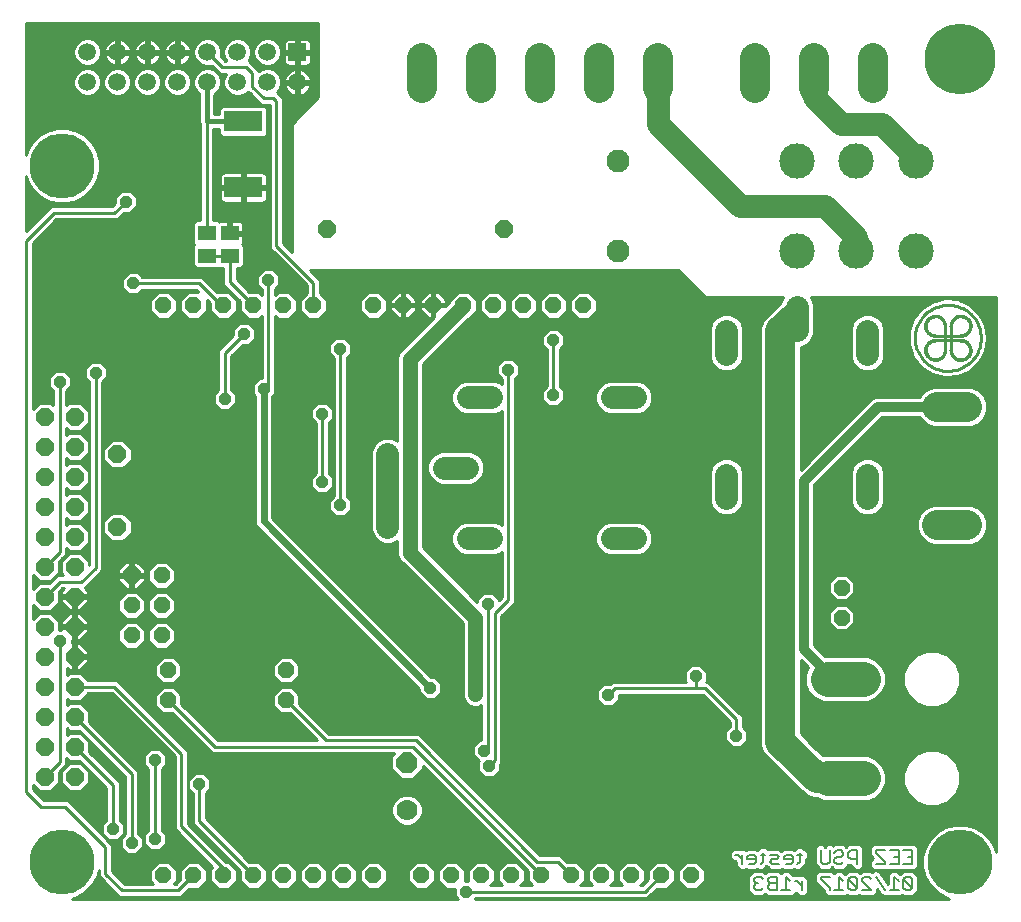
<source format=gbl>
G75*
G70*
%OFA0B0*%
%FSLAX24Y24*%
%IPPOS*%
%LPD*%
%AMOC8*
5,1,8,0,0,1.08239X$1,22.5*
%
%ADD10C,0.0050*%
%ADD11OC8,0.0594*%
%ADD12OC8,0.0554*%
%ADD13OC8,0.0600*%
%ADD14C,0.0780*%
%ADD15C,0.0700*%
%ADD16OC8,0.0700*%
%ADD17C,0.1181*%
%ADD18C,0.1000*%
%ADD19OC8,0.0520*%
%ADD20C,0.1181*%
%ADD21C,0.0768*%
%ADD22R,0.0594X0.0594*%
%ADD23C,0.0594*%
%ADD24R,0.0591X0.0512*%
%ADD25C,0.0100*%
%ADD26C,0.0010*%
%ADD27R,0.1260X0.0709*%
%ADD28R,0.0396X0.0396*%
%ADD29OC8,0.0396*%
%ADD30C,0.0160*%
%ADD31C,0.0240*%
%ADD32C,0.0500*%
%ADD33C,0.2165*%
%ADD34C,0.0320*%
%ADD35C,0.2362*%
%ADD36C,0.0760*%
D10*
X026828Y004708D02*
X026903Y004708D01*
X027053Y004557D01*
X027053Y004407D02*
X027053Y004708D01*
X027213Y004632D02*
X027213Y004557D01*
X027514Y004557D01*
X027514Y004482D02*
X027514Y004632D01*
X027438Y004708D01*
X027288Y004708D01*
X027213Y004632D01*
X027288Y004407D02*
X027438Y004407D01*
X027514Y004482D01*
X027670Y004407D02*
X027745Y004482D01*
X027745Y004783D01*
X027820Y004708D02*
X027670Y004708D01*
X027981Y004708D02*
X028206Y004708D01*
X028281Y004632D01*
X028206Y004557D01*
X028056Y004557D01*
X027981Y004482D01*
X028056Y004407D01*
X028281Y004407D01*
X028441Y004557D02*
X028741Y004557D01*
X028741Y004482D02*
X028741Y004632D01*
X028666Y004708D01*
X028516Y004708D01*
X028441Y004632D01*
X028441Y004557D01*
X028516Y004407D02*
X028666Y004407D01*
X028741Y004482D01*
X028898Y004407D02*
X028973Y004482D01*
X028973Y004783D01*
X029048Y004708D02*
X028898Y004708D01*
X029669Y004858D02*
X029669Y004482D01*
X029744Y004407D01*
X029894Y004407D01*
X029969Y004482D01*
X029969Y004858D01*
X030129Y004783D02*
X030204Y004858D01*
X030354Y004858D01*
X030429Y004783D01*
X030429Y004708D01*
X030354Y004632D01*
X030204Y004632D01*
X030129Y004557D01*
X030129Y004482D01*
X030204Y004407D01*
X030354Y004407D01*
X030429Y004482D01*
X030589Y004632D02*
X030665Y004557D01*
X030890Y004557D01*
X030890Y004407D02*
X030890Y004858D01*
X030665Y004858D01*
X030589Y004783D01*
X030589Y004632D01*
X030665Y003983D02*
X030589Y003908D01*
X030890Y003607D01*
X030815Y003532D01*
X030665Y003532D01*
X030589Y003607D01*
X030589Y003908D01*
X030665Y003983D02*
X030815Y003983D01*
X030890Y003908D01*
X030890Y003607D01*
X031050Y003532D02*
X031350Y003532D01*
X031050Y003833D01*
X031050Y003908D01*
X031125Y003983D01*
X031275Y003983D01*
X031350Y003908D01*
X031510Y003983D02*
X031811Y003532D01*
X031971Y003532D02*
X032271Y003532D01*
X032121Y003532D02*
X032121Y003983D01*
X032271Y003833D01*
X032431Y003908D02*
X032731Y003607D01*
X032656Y003532D01*
X032506Y003532D01*
X032431Y003607D01*
X032431Y003908D01*
X032506Y003983D01*
X032656Y003983D01*
X032731Y003908D01*
X032731Y003607D01*
X032731Y004407D02*
X032431Y004407D01*
X032271Y004407D02*
X031971Y004407D01*
X031811Y004407D02*
X031510Y004407D01*
X031811Y004407D02*
X031811Y004482D01*
X031510Y004783D01*
X031510Y004858D01*
X031811Y004858D01*
X031971Y004858D02*
X032271Y004858D01*
X032271Y004407D01*
X032271Y004632D02*
X032121Y004632D01*
X032431Y004858D02*
X032731Y004858D01*
X032731Y004407D01*
X032731Y004632D02*
X032581Y004632D01*
X030429Y003833D02*
X030279Y003983D01*
X030279Y003532D01*
X030429Y003532D02*
X030129Y003532D01*
X029969Y003532D02*
X029969Y003607D01*
X029669Y003908D01*
X029669Y003983D01*
X029969Y003983D01*
X029048Y003833D02*
X029048Y003532D01*
X029048Y003682D02*
X028898Y003833D01*
X028823Y003833D01*
X028664Y003833D02*
X028514Y003983D01*
X028514Y003532D01*
X028664Y003532D02*
X028364Y003532D01*
X028204Y003532D02*
X027979Y003532D01*
X027904Y003607D01*
X027904Y003682D01*
X027979Y003757D01*
X028204Y003757D01*
X028204Y003532D02*
X028204Y003983D01*
X027979Y003983D01*
X027904Y003908D01*
X027904Y003833D01*
X027979Y003757D01*
X027744Y003607D02*
X027669Y003532D01*
X027519Y003532D01*
X027443Y003607D01*
X027443Y003682D01*
X027519Y003757D01*
X027594Y003757D01*
X027519Y003757D02*
X027443Y003833D01*
X027443Y003908D01*
X027519Y003983D01*
X027669Y003983D01*
X027744Y003908D01*
D11*
X004806Y007307D03*
X003806Y007307D03*
X003806Y008307D03*
X003806Y009307D03*
X003806Y010307D03*
X003806Y011307D03*
X003806Y012307D03*
X003806Y013307D03*
X003806Y014307D03*
X003806Y015307D03*
X003806Y016307D03*
X003806Y017307D03*
X003806Y018307D03*
X003806Y019307D03*
X004806Y019307D03*
X004806Y018307D03*
X004806Y017307D03*
X004806Y016307D03*
X004806Y015307D03*
X004806Y014307D03*
X004806Y013307D03*
X004806Y012307D03*
X004806Y011307D03*
X004806Y010307D03*
X004806Y009307D03*
X004806Y008307D03*
D12*
X006706Y012032D03*
X007706Y012032D03*
X007706Y013032D03*
X006706Y013032D03*
X007706Y014032D03*
X007756Y023032D03*
X008756Y023032D03*
X009756Y023032D03*
X010756Y023032D03*
X011756Y023032D03*
X012756Y023032D03*
X014756Y023032D03*
X015756Y023032D03*
X016756Y023032D03*
X017756Y023032D03*
X018756Y023032D03*
X019756Y023032D03*
X020756Y023032D03*
X021756Y023032D03*
X021356Y004032D03*
X020356Y004032D03*
X019356Y004032D03*
X018356Y004032D03*
X017356Y004032D03*
X016356Y004032D03*
X014756Y004032D03*
X013756Y004032D03*
X012756Y004032D03*
X011756Y004032D03*
X010756Y004032D03*
X009756Y004032D03*
X008756Y004032D03*
X007756Y004032D03*
X022356Y004032D03*
X023356Y004032D03*
X024356Y004032D03*
X025356Y004032D03*
D13*
X015231Y015632D03*
X015231Y018057D03*
X006706Y014032D03*
X006231Y015632D03*
X006231Y018057D03*
X013206Y025557D03*
X019106Y025557D03*
D14*
X018696Y019957D02*
X017916Y019957D01*
X017896Y017607D02*
X017116Y017607D01*
X017916Y015257D02*
X018696Y015257D01*
X022716Y015257D02*
X023496Y015257D01*
X026531Y016592D02*
X026531Y017372D01*
X023496Y019957D02*
X022716Y019957D01*
X026531Y021392D02*
X026531Y022172D01*
X028881Y022192D02*
X028881Y022972D01*
X031231Y022172D02*
X031231Y021392D01*
X031231Y017372D02*
X031231Y016592D01*
D15*
X015881Y006195D03*
D16*
X015881Y007770D03*
D17*
X029903Y007262D02*
X031084Y007262D01*
X031084Y008916D02*
X029903Y008916D01*
X029903Y010569D02*
X031084Y010569D01*
D18*
X028331Y008482D02*
X029552Y007262D01*
X030494Y007262D01*
X028331Y008482D02*
X028331Y022157D01*
X028756Y022582D01*
X033556Y019644D02*
X034556Y019644D01*
X034556Y017676D02*
X033556Y017676D01*
X033556Y015707D02*
X034556Y015707D01*
X031431Y030282D02*
X031431Y031282D01*
X029463Y031282D02*
X029463Y030282D01*
X027494Y030282D02*
X027494Y031282D01*
X024256Y031282D02*
X024256Y030282D01*
X022288Y030282D02*
X022288Y031282D01*
X020319Y031282D02*
X020319Y030282D01*
X018351Y030282D02*
X018351Y031282D01*
X016382Y031282D02*
X016382Y030282D01*
D19*
X030365Y013618D03*
X030365Y012618D03*
X011861Y010862D03*
X011861Y009862D03*
X007924Y009862D03*
X007924Y010862D03*
D20*
X028873Y024844D03*
X030858Y024844D03*
X032842Y024844D03*
X032842Y027820D03*
X030858Y027820D03*
X028873Y027820D03*
D21*
X022921Y027820D03*
X022921Y024844D03*
D22*
X012231Y031457D03*
D23*
X011231Y031457D03*
X010231Y031457D03*
X009231Y031457D03*
X008231Y031457D03*
X007231Y031457D03*
X006231Y031457D03*
X005231Y031457D03*
X005231Y030457D03*
X006231Y030457D03*
X007231Y030457D03*
X008231Y030457D03*
X009231Y030457D03*
X010231Y030457D03*
X011231Y030457D03*
X012231Y030457D03*
D24*
X009981Y025431D03*
X009206Y025431D03*
X009206Y024683D03*
X009981Y024683D03*
D25*
X004865Y003289D02*
X004724Y003251D01*
X017567Y003251D01*
X017488Y003330D01*
X017488Y003585D01*
X017171Y003585D01*
X016909Y003847D01*
X016909Y004218D01*
X017171Y004479D01*
X017542Y004479D01*
X017803Y004218D01*
X017803Y003850D01*
X017909Y003850D01*
X017909Y004218D01*
X018171Y004479D01*
X018542Y004479D01*
X018803Y004218D01*
X018803Y003847D01*
X018659Y003702D01*
X019054Y003702D01*
X018909Y003847D01*
X018909Y004218D01*
X019171Y004479D01*
X019542Y004479D01*
X019803Y004218D01*
X019803Y003847D01*
X019659Y003702D01*
X020054Y003702D01*
X019909Y003847D01*
X019909Y004168D01*
X016401Y007676D01*
X016401Y007554D01*
X016097Y007250D01*
X015666Y007250D01*
X015361Y007554D01*
X015361Y007985D01*
X015464Y008087D01*
X009388Y008087D01*
X008043Y009432D01*
X007746Y009432D01*
X007494Y009684D01*
X007494Y010040D01*
X007746Y010292D01*
X008103Y010292D01*
X008354Y010040D01*
X008354Y009743D01*
X009570Y008527D01*
X012875Y008527D01*
X011971Y009432D01*
X011683Y009432D01*
X011431Y009684D01*
X011431Y010040D01*
X011683Y010292D01*
X012040Y010292D01*
X012291Y010040D01*
X012291Y009733D01*
X013272Y008752D01*
X016272Y008752D01*
X020322Y004702D01*
X020997Y004702D01*
X021220Y004479D01*
X021542Y004479D01*
X021803Y004218D01*
X021803Y003847D01*
X021659Y003702D01*
X022054Y003702D01*
X021909Y003847D01*
X021909Y004218D01*
X022171Y004479D01*
X022542Y004479D01*
X022803Y004218D01*
X022803Y003847D01*
X022659Y003702D01*
X023054Y003702D01*
X022909Y003847D01*
X022909Y004218D01*
X023171Y004479D01*
X023542Y004479D01*
X023803Y004218D01*
X023803Y003847D01*
X023659Y003702D01*
X023715Y003702D01*
X023909Y003896D01*
X023909Y004218D01*
X024171Y004479D01*
X024542Y004479D01*
X024803Y004218D01*
X024803Y003847D01*
X024542Y003585D01*
X024220Y003585D01*
X024026Y003391D01*
X023897Y003262D01*
X018157Y003262D01*
X018146Y003251D01*
X033960Y003251D01*
X033819Y003289D01*
X033533Y003454D01*
X033300Y003687D01*
X033135Y003973D01*
X033050Y004291D01*
X033050Y004621D01*
X033135Y004940D01*
X033300Y005225D01*
X033533Y005459D01*
X033819Y005624D01*
X034137Y005709D01*
X034467Y005709D01*
X034786Y005624D01*
X035072Y005459D01*
X035305Y005225D01*
X035470Y004940D01*
X035507Y004799D01*
X035507Y023307D01*
X029338Y023307D01*
X029356Y023289D01*
X029441Y023084D01*
X029441Y022081D01*
X029356Y021875D01*
X029199Y021718D01*
X029001Y021636D01*
X029001Y017544D01*
X031289Y019831D01*
X031381Y019924D01*
X031503Y019974D01*
X032968Y019974D01*
X032988Y020024D01*
X033177Y020212D01*
X033423Y020314D01*
X034690Y020314D01*
X034936Y020212D01*
X035124Y020024D01*
X035226Y019778D01*
X035226Y019511D01*
X035124Y019265D01*
X034936Y019076D01*
X034690Y018974D01*
X033423Y018974D01*
X033177Y019076D01*
X032988Y019265D01*
X032968Y019314D01*
X031705Y019314D01*
X029436Y017046D01*
X029436Y011694D01*
X029801Y011330D01*
X031236Y011330D01*
X031515Y011214D01*
X031729Y011000D01*
X031845Y010720D01*
X031845Y010418D01*
X031729Y010138D01*
X031515Y009924D01*
X031236Y009809D01*
X029752Y009809D01*
X029472Y009924D01*
X029258Y010138D01*
X029143Y010418D01*
X029143Y010720D01*
X029240Y010956D01*
X029001Y011196D01*
X029001Y008760D01*
X029742Y008019D01*
X029752Y008023D01*
X031236Y008023D01*
X031515Y007907D01*
X031729Y007693D01*
X031845Y007413D01*
X031845Y007111D01*
X031729Y006831D01*
X031515Y006617D01*
X031236Y006501D01*
X029752Y006501D01*
X029533Y006592D01*
X029418Y006592D01*
X029172Y006694D01*
X027952Y007914D01*
X027952Y007914D01*
X027763Y008103D01*
X027661Y008349D01*
X027661Y022291D01*
X027088Y022291D01*
X027091Y022284D02*
X027006Y022489D01*
X026849Y022647D01*
X026643Y022732D01*
X026420Y022732D01*
X026214Y022647D01*
X026057Y022489D01*
X025971Y022284D01*
X025971Y021281D01*
X026057Y021075D01*
X026214Y020918D01*
X026420Y020832D01*
X026643Y020832D01*
X026849Y020918D01*
X027006Y021075D01*
X027091Y021281D01*
X027091Y022284D01*
X027091Y022192D02*
X027661Y022192D01*
X027661Y022094D02*
X027091Y022094D01*
X027091Y021995D02*
X027661Y021995D01*
X027661Y021897D02*
X027091Y021897D01*
X027091Y021798D02*
X027661Y021798D01*
X027661Y021700D02*
X027091Y021700D01*
X027091Y021601D02*
X027661Y021601D01*
X027661Y021503D02*
X027091Y021503D01*
X027091Y021404D02*
X027661Y021404D01*
X027661Y021306D02*
X027091Y021306D01*
X027061Y021207D02*
X027661Y021207D01*
X027661Y021109D02*
X027020Y021109D01*
X026941Y021010D02*
X027661Y021010D01*
X027661Y020912D02*
X026835Y020912D01*
X026228Y020912D02*
X020976Y020912D01*
X020976Y021010D02*
X026121Y021010D01*
X026043Y021109D02*
X020976Y021109D01*
X020976Y021207D02*
X026002Y021207D01*
X025971Y021306D02*
X020976Y021306D01*
X020976Y021404D02*
X025971Y021404D01*
X025971Y021503D02*
X020976Y021503D01*
X020976Y021557D02*
X021124Y021705D01*
X021124Y022010D01*
X020909Y022225D01*
X020604Y022225D01*
X020388Y022010D01*
X020388Y021705D01*
X020536Y021557D01*
X020536Y020333D01*
X020388Y020185D01*
X020388Y019880D01*
X020604Y019664D01*
X020909Y019664D01*
X021124Y019880D01*
X021124Y020185D01*
X020976Y020333D01*
X020976Y021557D01*
X021021Y021601D02*
X025971Y021601D01*
X025971Y021700D02*
X021119Y021700D01*
X021124Y021798D02*
X025971Y021798D01*
X025971Y021897D02*
X021124Y021897D01*
X021124Y021995D02*
X025971Y021995D01*
X025971Y022094D02*
X021040Y022094D01*
X020942Y022192D02*
X025971Y022192D01*
X025974Y022291D02*
X017634Y022291D01*
X017732Y022389D02*
X026015Y022389D01*
X026056Y022488D02*
X017831Y022488D01*
X017928Y022585D02*
X017942Y022585D01*
X018203Y022847D01*
X018203Y023218D01*
X017942Y023479D01*
X017571Y023479D01*
X017309Y023218D01*
X017309Y023154D01*
X017149Y022994D01*
X016795Y022994D01*
X016795Y023071D01*
X016718Y023071D01*
X016718Y023459D01*
X016579Y023459D01*
X016329Y023209D01*
X016329Y023071D01*
X016718Y023071D01*
X016718Y022994D01*
X016329Y022994D01*
X016329Y022855D01*
X016579Y022605D01*
X016718Y022605D01*
X016718Y022994D01*
X016795Y022994D01*
X016795Y022640D01*
X015625Y021470D01*
X015561Y021316D01*
X015561Y018505D01*
X015543Y018524D01*
X015341Y018607D01*
X015122Y018607D01*
X014920Y018524D01*
X014765Y018369D01*
X014681Y018167D01*
X014681Y015523D01*
X014765Y015321D01*
X014920Y015166D01*
X015122Y015082D01*
X015341Y015082D01*
X015543Y015166D01*
X015561Y015184D01*
X015561Y014699D01*
X015625Y014544D01*
X015743Y014426D01*
X017736Y012433D01*
X017736Y009974D01*
X017800Y009819D01*
X017918Y009701D01*
X018073Y009637D01*
X018240Y009637D01*
X018361Y009688D01*
X018361Y008550D01*
X018304Y008550D01*
X018088Y008335D01*
X018088Y008030D01*
X018273Y007845D01*
X018238Y007810D01*
X018238Y007505D01*
X018454Y007289D01*
X018759Y007289D01*
X018974Y007505D01*
X018974Y007714D01*
X019026Y007766D01*
X019026Y012666D01*
X019476Y013116D01*
X019476Y020582D01*
X019624Y020730D01*
X019624Y021035D01*
X019409Y021250D01*
X019104Y021250D01*
X018888Y021035D01*
X018888Y020730D01*
X019036Y020582D01*
X019036Y020409D01*
X019014Y020432D01*
X018808Y020517D01*
X017805Y020517D01*
X017599Y020432D01*
X017442Y020274D01*
X017356Y020069D01*
X017356Y019846D01*
X017442Y019640D01*
X017599Y019483D01*
X017805Y019397D01*
X018808Y019397D01*
X019014Y019483D01*
X019036Y019505D01*
X019036Y015709D01*
X019014Y015732D01*
X018808Y015817D01*
X017805Y015817D01*
X017599Y015732D01*
X017442Y015574D01*
X017356Y015369D01*
X017356Y015146D01*
X017442Y014940D01*
X017599Y014783D01*
X017805Y014697D01*
X018808Y014697D01*
X019014Y014783D01*
X019036Y014805D01*
X019036Y014805D01*
X019036Y013298D01*
X018949Y013211D01*
X018734Y013425D01*
X018429Y013425D01*
X018213Y013210D01*
X018213Y013144D01*
X016401Y014956D01*
X016401Y021058D01*
X017928Y022585D01*
X017943Y022586D02*
X018570Y022586D01*
X018571Y022585D02*
X018942Y022585D01*
X019203Y022847D01*
X019203Y023218D01*
X018942Y023479D01*
X018571Y023479D01*
X018309Y023218D01*
X018309Y022847D01*
X018571Y022585D01*
X018471Y022685D02*
X018041Y022685D01*
X018140Y022783D02*
X018373Y022783D01*
X018309Y022882D02*
X018203Y022882D01*
X018203Y022980D02*
X018309Y022980D01*
X018309Y023079D02*
X018203Y023079D01*
X018203Y023177D02*
X018309Y023177D01*
X018367Y023276D02*
X018145Y023276D01*
X018047Y023374D02*
X018466Y023374D01*
X018564Y023473D02*
X017948Y023473D01*
X017564Y023473D02*
X014948Y023473D01*
X014942Y023479D02*
X014571Y023479D01*
X014309Y023218D01*
X014309Y022847D01*
X014571Y022585D01*
X014942Y022585D01*
X015203Y022847D01*
X015203Y023218D01*
X014942Y023479D01*
X015047Y023374D02*
X015494Y023374D01*
X015579Y023459D02*
X015329Y023209D01*
X015329Y023071D01*
X015718Y023071D01*
X015718Y023459D01*
X015579Y023459D01*
X015718Y023374D02*
X015795Y023374D01*
X015795Y023459D02*
X015795Y023071D01*
X015718Y023071D01*
X015718Y022994D01*
X015329Y022994D01*
X015329Y022855D01*
X015579Y022605D01*
X015718Y022605D01*
X015718Y022994D01*
X015795Y022994D01*
X015795Y023071D01*
X016183Y023071D01*
X016183Y023209D01*
X015933Y023459D01*
X015795Y023459D01*
X015795Y023276D02*
X015718Y023276D01*
X015718Y023177D02*
X015795Y023177D01*
X015795Y023079D02*
X015718Y023079D01*
X015718Y022980D02*
X015795Y022980D01*
X015795Y022994D02*
X015795Y022605D01*
X015933Y022605D01*
X016183Y022855D01*
X016183Y022994D01*
X015795Y022994D01*
X015795Y022882D02*
X015718Y022882D01*
X015718Y022783D02*
X015795Y022783D01*
X015795Y022685D02*
X015718Y022685D01*
X015500Y022685D02*
X015041Y022685D01*
X014943Y022586D02*
X016741Y022586D01*
X016718Y022685D02*
X016795Y022685D01*
X016795Y022783D02*
X016718Y022783D01*
X016718Y022882D02*
X016795Y022882D01*
X016795Y022980D02*
X016718Y022980D01*
X016718Y023079D02*
X016795Y023079D01*
X016795Y023071D02*
X016795Y023459D01*
X016933Y023459D01*
X017183Y023209D01*
X017183Y023071D01*
X016795Y023071D01*
X016795Y023177D02*
X016718Y023177D01*
X016718Y023276D02*
X016795Y023276D01*
X016795Y023374D02*
X016718Y023374D01*
X016494Y023374D02*
X016018Y023374D01*
X016117Y023276D02*
X016396Y023276D01*
X016329Y023177D02*
X016183Y023177D01*
X016183Y023079D02*
X016329Y023079D01*
X016329Y022980D02*
X016183Y022980D01*
X016183Y022882D02*
X016329Y022882D01*
X016401Y022783D02*
X016111Y022783D01*
X016013Y022685D02*
X016500Y022685D01*
X016643Y022488D02*
X011476Y022488D01*
X011476Y022586D02*
X011570Y022586D01*
X011571Y022585D02*
X011942Y022585D01*
X012203Y022847D01*
X012203Y023218D01*
X011942Y023479D01*
X011571Y023479D01*
X011476Y023385D01*
X011476Y023557D01*
X011624Y023705D01*
X011624Y024010D01*
X011409Y024225D01*
X011104Y024225D01*
X010888Y024010D01*
X010888Y023705D01*
X011036Y023557D01*
X011036Y023385D01*
X010942Y023479D01*
X010620Y023479D01*
X010201Y023898D01*
X010201Y024257D01*
X010347Y024257D01*
X010447Y024357D01*
X010447Y025010D01*
X010385Y025071D01*
X010397Y025083D01*
X010416Y025117D01*
X010427Y025156D01*
X010427Y025381D01*
X010031Y025381D01*
X010031Y025481D01*
X009931Y025481D01*
X009931Y025837D01*
X010031Y025837D01*
X010031Y025481D01*
X010427Y025481D01*
X010427Y025707D01*
X010416Y025745D01*
X010397Y025779D01*
X010369Y025807D01*
X010334Y025827D01*
X010296Y025837D01*
X010031Y025837D01*
X010031Y025738D02*
X009931Y025738D01*
X009931Y025640D02*
X010031Y025640D01*
X010031Y025541D02*
X009931Y025541D01*
X010031Y025443D02*
X011311Y025443D01*
X011311Y025541D02*
X010427Y025541D01*
X010427Y025640D02*
X011311Y025640D01*
X011311Y025738D02*
X010418Y025738D01*
X010298Y025837D02*
X011311Y025837D01*
X011311Y025935D02*
X009426Y025935D01*
X009426Y025857D02*
X009426Y028910D01*
X009631Y028910D01*
X009631Y028735D01*
X009731Y028635D01*
X011132Y028635D01*
X011231Y028735D01*
X011231Y029584D01*
X011132Y029684D01*
X009731Y029684D01*
X009631Y029584D01*
X009631Y029410D01*
X009456Y029410D01*
X009456Y030045D01*
X009496Y030062D01*
X009627Y030193D01*
X009698Y030364D01*
X009698Y030550D01*
X009627Y030722D01*
X009496Y030853D01*
X009324Y030924D01*
X009138Y030924D01*
X008967Y030853D01*
X008836Y030722D01*
X008764Y030550D01*
X008764Y030364D01*
X008836Y030193D01*
X008956Y030072D01*
X008956Y029108D01*
X008986Y029035D01*
X008986Y025857D01*
X008841Y025857D01*
X008741Y025758D01*
X008741Y025105D01*
X008789Y025057D01*
X008741Y025010D01*
X008741Y024357D01*
X008841Y024257D01*
X009572Y024257D01*
X009594Y024279D01*
X009616Y024257D01*
X009761Y024257D01*
X009761Y023716D01*
X010309Y023168D01*
X010309Y022847D01*
X010571Y022585D01*
X010942Y022585D01*
X011036Y022680D01*
X011036Y020600D01*
X010954Y020600D01*
X010738Y020385D01*
X010738Y020080D01*
X010816Y020002D01*
X010816Y015775D01*
X010860Y015668D01*
X016288Y010240D01*
X016288Y010130D01*
X016504Y009914D01*
X016809Y009914D01*
X017024Y010130D01*
X017024Y010435D01*
X016809Y010650D01*
X016698Y010650D01*
X011396Y015952D01*
X011396Y020002D01*
X011474Y020080D01*
X011474Y020289D01*
X011476Y020291D01*
X011476Y022680D01*
X011571Y022585D01*
X011476Y022389D02*
X016544Y022389D01*
X016446Y022291D02*
X011476Y022291D01*
X011476Y022192D02*
X016347Y022192D01*
X016249Y022094D02*
X011476Y022094D01*
X011476Y021995D02*
X016150Y021995D01*
X016052Y021897D02*
X013862Y021897D01*
X013809Y021950D02*
X013504Y021950D01*
X013288Y021735D01*
X013288Y021430D01*
X013436Y021282D01*
X013436Y016658D01*
X013288Y016510D01*
X013288Y016205D01*
X013504Y015989D01*
X013809Y015989D01*
X014024Y016205D01*
X014024Y016510D01*
X013876Y016658D01*
X013876Y021282D01*
X014024Y021430D01*
X014024Y021735D01*
X013809Y021950D01*
X013961Y021798D02*
X015953Y021798D01*
X015855Y021700D02*
X014024Y021700D01*
X014024Y021601D02*
X015756Y021601D01*
X015658Y021503D02*
X014024Y021503D01*
X013999Y021404D02*
X015598Y021404D01*
X015561Y021306D02*
X013900Y021306D01*
X013876Y021207D02*
X015561Y021207D01*
X015561Y021109D02*
X013876Y021109D01*
X013876Y021010D02*
X015561Y021010D01*
X015561Y020912D02*
X013876Y020912D01*
X013876Y020813D02*
X015561Y020813D01*
X015561Y020715D02*
X013876Y020715D01*
X013876Y020616D02*
X015561Y020616D01*
X015561Y020518D02*
X013876Y020518D01*
X013876Y020419D02*
X015561Y020419D01*
X015561Y020321D02*
X013876Y020321D01*
X013876Y020222D02*
X015561Y020222D01*
X015561Y020124D02*
X013876Y020124D01*
X013876Y020025D02*
X015561Y020025D01*
X015561Y019927D02*
X013876Y019927D01*
X013876Y019828D02*
X015561Y019828D01*
X015561Y019730D02*
X013876Y019730D01*
X013876Y019631D02*
X015561Y019631D01*
X015561Y019533D02*
X013876Y019533D01*
X013876Y019434D02*
X015561Y019434D01*
X015561Y019336D02*
X013876Y019336D01*
X013876Y019237D02*
X015561Y019237D01*
X015561Y019139D02*
X013876Y019139D01*
X013876Y019040D02*
X015561Y019040D01*
X015561Y018942D02*
X013876Y018942D01*
X013876Y018843D02*
X015561Y018843D01*
X015561Y018745D02*
X013876Y018745D01*
X013876Y018646D02*
X015561Y018646D01*
X015561Y018548D02*
X015484Y018548D01*
X014978Y018548D02*
X013876Y018548D01*
X013876Y018449D02*
X014846Y018449D01*
X014758Y018351D02*
X013876Y018351D01*
X013876Y018252D02*
X014717Y018252D01*
X014681Y018154D02*
X013876Y018154D01*
X013876Y018055D02*
X014681Y018055D01*
X014681Y017957D02*
X013876Y017957D01*
X013876Y017858D02*
X014681Y017858D01*
X014681Y017760D02*
X013876Y017760D01*
X013876Y017661D02*
X014681Y017661D01*
X014681Y017563D02*
X013876Y017563D01*
X013876Y017464D02*
X014681Y017464D01*
X014681Y017366D02*
X013876Y017366D01*
X013876Y017267D02*
X014681Y017267D01*
X014681Y017169D02*
X013876Y017169D01*
X013876Y017070D02*
X014681Y017070D01*
X014681Y016972D02*
X013876Y016972D01*
X013876Y016873D02*
X014681Y016873D01*
X014681Y016775D02*
X013876Y016775D01*
X013876Y016676D02*
X014681Y016676D01*
X014681Y016578D02*
X013956Y016578D01*
X014024Y016479D02*
X014681Y016479D01*
X014681Y016381D02*
X014024Y016381D01*
X014024Y016282D02*
X014681Y016282D01*
X014681Y016184D02*
X014003Y016184D01*
X013905Y016085D02*
X014681Y016085D01*
X014681Y015987D02*
X011396Y015987D01*
X011396Y016085D02*
X013408Y016085D01*
X013309Y016184D02*
X011396Y016184D01*
X011396Y016282D02*
X013288Y016282D01*
X013288Y016381D02*
X011396Y016381D01*
X011396Y016479D02*
X013288Y016479D01*
X013356Y016578D02*
X011396Y016578D01*
X011396Y016676D02*
X013436Y016676D01*
X013436Y016775D02*
X013219Y016775D01*
X013209Y016764D02*
X013424Y016980D01*
X013424Y017285D01*
X013276Y017433D01*
X013276Y019107D01*
X013424Y019255D01*
X013424Y019560D01*
X013209Y019775D01*
X012904Y019775D01*
X012688Y019560D01*
X012688Y019255D01*
X012836Y019107D01*
X012836Y017433D01*
X012688Y017285D01*
X012688Y016980D01*
X012904Y016764D01*
X013209Y016764D01*
X013318Y016873D02*
X013436Y016873D01*
X013436Y016972D02*
X013416Y016972D01*
X013424Y017070D02*
X013436Y017070D01*
X013424Y017169D02*
X013436Y017169D01*
X013424Y017267D02*
X013436Y017267D01*
X013436Y017366D02*
X013343Y017366D01*
X013276Y017464D02*
X013436Y017464D01*
X013436Y017563D02*
X013276Y017563D01*
X013276Y017661D02*
X013436Y017661D01*
X013436Y017760D02*
X013276Y017760D01*
X013276Y017858D02*
X013436Y017858D01*
X013436Y017957D02*
X013276Y017957D01*
X013276Y018055D02*
X013436Y018055D01*
X013436Y018154D02*
X013276Y018154D01*
X013276Y018252D02*
X013436Y018252D01*
X013436Y018351D02*
X013276Y018351D01*
X013276Y018449D02*
X013436Y018449D01*
X013436Y018548D02*
X013276Y018548D01*
X013276Y018646D02*
X013436Y018646D01*
X013436Y018745D02*
X013276Y018745D01*
X013276Y018843D02*
X013436Y018843D01*
X013436Y018942D02*
X013276Y018942D01*
X013276Y019040D02*
X013436Y019040D01*
X013436Y019139D02*
X013308Y019139D01*
X013407Y019237D02*
X013436Y019237D01*
X013424Y019336D02*
X013436Y019336D01*
X013424Y019434D02*
X013436Y019434D01*
X013424Y019533D02*
X013436Y019533D01*
X013436Y019631D02*
X013353Y019631D01*
X013436Y019730D02*
X013254Y019730D01*
X013436Y019828D02*
X011396Y019828D01*
X011396Y019730D02*
X012858Y019730D01*
X012760Y019631D02*
X011396Y019631D01*
X011396Y019533D02*
X012688Y019533D01*
X012688Y019434D02*
X011396Y019434D01*
X011396Y019336D02*
X012688Y019336D01*
X012706Y019237D02*
X011396Y019237D01*
X011396Y019139D02*
X012804Y019139D01*
X012836Y019040D02*
X011396Y019040D01*
X011396Y018942D02*
X012836Y018942D01*
X012836Y018843D02*
X011396Y018843D01*
X011396Y018745D02*
X012836Y018745D01*
X012836Y018646D02*
X011396Y018646D01*
X011396Y018548D02*
X012836Y018548D01*
X012836Y018449D02*
X011396Y018449D01*
X011396Y018351D02*
X012836Y018351D01*
X012836Y018252D02*
X011396Y018252D01*
X011396Y018154D02*
X012836Y018154D01*
X012836Y018055D02*
X011396Y018055D01*
X011396Y017957D02*
X012836Y017957D01*
X012836Y017858D02*
X011396Y017858D01*
X011396Y017760D02*
X012836Y017760D01*
X012836Y017661D02*
X011396Y017661D01*
X011396Y017563D02*
X012836Y017563D01*
X012836Y017464D02*
X011396Y017464D01*
X011396Y017366D02*
X012769Y017366D01*
X012688Y017267D02*
X011396Y017267D01*
X011396Y017169D02*
X012688Y017169D01*
X012688Y017070D02*
X011396Y017070D01*
X011396Y016972D02*
X012696Y016972D01*
X012795Y016873D02*
X011396Y016873D01*
X011396Y016775D02*
X012893Y016775D01*
X013056Y017132D02*
X013056Y019407D01*
X013436Y019927D02*
X011396Y019927D01*
X011420Y020025D02*
X013436Y020025D01*
X013436Y020124D02*
X011474Y020124D01*
X011474Y020222D02*
X013436Y020222D01*
X013436Y020321D02*
X011476Y020321D01*
X011476Y020419D02*
X013436Y020419D01*
X013436Y020518D02*
X011476Y020518D01*
X011476Y020616D02*
X013436Y020616D01*
X013436Y020715D02*
X011476Y020715D01*
X011476Y020813D02*
X013436Y020813D01*
X013436Y020912D02*
X011476Y020912D01*
X011476Y021010D02*
X013436Y021010D01*
X013436Y021109D02*
X011476Y021109D01*
X011476Y021207D02*
X013436Y021207D01*
X013412Y021306D02*
X011476Y021306D01*
X011476Y021404D02*
X013314Y021404D01*
X013288Y021503D02*
X011476Y021503D01*
X011476Y021601D02*
X013288Y021601D01*
X013288Y021700D02*
X011476Y021700D01*
X011476Y021798D02*
X013352Y021798D01*
X013450Y021897D02*
X011476Y021897D01*
X011036Y021897D02*
X010789Y021897D01*
X010824Y021932D02*
X010824Y022237D01*
X010609Y022452D01*
X010304Y022452D01*
X010088Y022237D01*
X010088Y022027D01*
X009586Y021525D01*
X009586Y020208D01*
X009438Y020060D01*
X009438Y019755D01*
X009654Y019539D01*
X009959Y019539D01*
X010174Y019755D01*
X010174Y020060D01*
X010026Y020208D01*
X010026Y021343D01*
X010399Y021716D01*
X010609Y021716D01*
X010824Y021932D01*
X010824Y021995D02*
X011036Y021995D01*
X011036Y022094D02*
X010824Y022094D01*
X010824Y022192D02*
X011036Y022192D01*
X011036Y022291D02*
X010770Y022291D01*
X010672Y022389D02*
X011036Y022389D01*
X011036Y022488D02*
X003401Y022488D01*
X003401Y022586D02*
X007570Y022586D01*
X007571Y022585D02*
X007942Y022585D01*
X008203Y022847D01*
X008203Y023218D01*
X007942Y023479D01*
X007571Y023479D01*
X007309Y023218D01*
X007309Y022847D01*
X007571Y022585D01*
X007471Y022685D02*
X003401Y022685D01*
X003401Y022783D02*
X007373Y022783D01*
X007309Y022882D02*
X003401Y022882D01*
X003401Y022980D02*
X007309Y022980D01*
X007309Y023079D02*
X003401Y023079D01*
X003401Y023177D02*
X007309Y023177D01*
X007367Y023276D02*
X003401Y023276D01*
X003401Y023374D02*
X007466Y023374D01*
X007564Y023473D02*
X006992Y023473D01*
X007057Y023537D02*
X006909Y023389D01*
X006604Y023389D01*
X006388Y023605D01*
X006388Y023910D01*
X006604Y024125D01*
X006909Y024125D01*
X007057Y023977D01*
X009047Y023977D01*
X009176Y023848D01*
X009558Y023467D01*
X009571Y023479D01*
X009942Y023479D01*
X010203Y023218D01*
X010203Y022847D01*
X009942Y022585D01*
X009571Y022585D01*
X009309Y022847D01*
X009309Y023093D01*
X009203Y023199D01*
X009203Y022847D01*
X008942Y022585D01*
X008571Y022585D01*
X008309Y022847D01*
X008309Y023218D01*
X008571Y023479D01*
X008923Y023479D01*
X008865Y023537D01*
X007057Y023537D01*
X006756Y023757D02*
X008956Y023757D01*
X009681Y023032D01*
X009756Y023032D01*
X009471Y022685D02*
X009041Y022685D01*
X008943Y022586D02*
X009570Y022586D01*
X009373Y022783D02*
X009140Y022783D01*
X009203Y022882D02*
X009309Y022882D01*
X009309Y022980D02*
X009203Y022980D01*
X009203Y023079D02*
X009309Y023079D01*
X009225Y023177D02*
X009203Y023177D01*
X009552Y023473D02*
X009564Y023473D01*
X009453Y023571D02*
X009906Y023571D01*
X009948Y023473D02*
X010005Y023473D01*
X010047Y023374D02*
X010103Y023374D01*
X010145Y023276D02*
X010202Y023276D01*
X010203Y023177D02*
X010300Y023177D01*
X010309Y023079D02*
X010203Y023079D01*
X010203Y022980D02*
X010309Y022980D01*
X010309Y022882D02*
X010203Y022882D01*
X010140Y022783D02*
X010373Y022783D01*
X010471Y022685D02*
X010041Y022685D01*
X009943Y022586D02*
X010570Y022586D01*
X010943Y022586D02*
X011036Y022586D01*
X010756Y023032D02*
X009981Y023807D01*
X009981Y024683D01*
X009206Y024683D01*
X008741Y024655D02*
X003401Y024655D01*
X003401Y024753D02*
X008741Y024753D01*
X008741Y024852D02*
X003401Y024852D01*
X003401Y024950D02*
X008741Y024950D01*
X008780Y025049D02*
X003401Y025049D01*
X003401Y025091D02*
X004197Y025887D01*
X006222Y025887D01*
X006449Y026114D01*
X006659Y026114D01*
X006874Y026330D01*
X006874Y026635D01*
X006659Y026850D01*
X006354Y026850D01*
X006138Y026635D01*
X006138Y026425D01*
X006040Y026327D01*
X004015Y026327D01*
X003886Y026198D01*
X003176Y025488D01*
X003176Y027342D01*
X003214Y027201D01*
X003379Y026915D01*
X003612Y026682D01*
X003898Y026517D01*
X004216Y026432D01*
X004546Y026432D01*
X004865Y026517D01*
X005150Y026682D01*
X005383Y026915D01*
X005548Y027201D01*
X005634Y027520D01*
X005634Y027850D01*
X005548Y028168D01*
X005383Y028454D01*
X005150Y028687D01*
X004865Y028852D01*
X004546Y028937D01*
X004216Y028937D01*
X003898Y028852D01*
X003612Y028687D01*
X003379Y028454D01*
X003214Y028168D01*
X003176Y028027D01*
X003176Y032433D01*
X012931Y032433D01*
X012931Y029957D01*
X012056Y029082D01*
X012056Y024793D01*
X011751Y025098D01*
X011751Y029923D01*
X011651Y030023D01*
X011554Y030120D01*
X011627Y030193D01*
X011698Y030364D01*
X011698Y030550D01*
X011627Y030722D01*
X011496Y030853D01*
X011324Y030924D01*
X011138Y030924D01*
X010967Y030853D01*
X010951Y030838D01*
X010951Y030848D01*
X010751Y031048D01*
X010622Y031177D01*
X010612Y031177D01*
X010627Y031193D01*
X010698Y031364D01*
X010698Y031550D01*
X010764Y031550D01*
X010764Y031364D01*
X010836Y031193D01*
X010967Y031062D01*
X011138Y030990D01*
X011324Y030990D01*
X011496Y031062D01*
X011627Y031193D01*
X011698Y031364D01*
X011698Y031550D01*
X011784Y031550D01*
X011784Y031506D02*
X012183Y031506D01*
X012183Y031904D01*
X011915Y031904D01*
X011877Y031894D01*
X011842Y031874D01*
X011814Y031846D01*
X011795Y031812D01*
X011784Y031774D01*
X011784Y031506D01*
X011698Y031550D02*
X011627Y031722D01*
X011496Y031853D01*
X011324Y031924D01*
X011138Y031924D01*
X010967Y031853D01*
X010836Y031722D01*
X010764Y031550D01*
X010698Y031550D02*
X010627Y031722D01*
X010496Y031853D01*
X010324Y031924D01*
X010138Y031924D01*
X009967Y031853D01*
X009836Y031722D01*
X009764Y031550D01*
X009698Y031550D01*
X009627Y031722D01*
X009496Y031853D01*
X009324Y031924D01*
X009138Y031924D01*
X008967Y031853D01*
X008836Y031722D01*
X008764Y031550D01*
X008669Y031550D01*
X008667Y031562D02*
X008645Y031629D01*
X008613Y031691D01*
X008572Y031748D01*
X008522Y031798D01*
X008465Y031839D01*
X008403Y031871D01*
X008336Y031893D01*
X008280Y031902D01*
X008280Y031506D01*
X008183Y031506D01*
X008183Y031902D01*
X008127Y031893D01*
X008060Y031871D01*
X007997Y031839D01*
X007940Y031798D01*
X007890Y031748D01*
X007849Y031691D01*
X007817Y031629D01*
X007795Y031562D01*
X007787Y031506D01*
X008183Y031506D01*
X008183Y031409D01*
X007787Y031409D01*
X007795Y031353D01*
X007667Y031353D01*
X007676Y031409D01*
X007280Y031409D01*
X007280Y031506D01*
X007183Y031506D01*
X007183Y031902D01*
X007127Y031893D01*
X007060Y031871D01*
X006997Y031839D01*
X006940Y031798D01*
X006890Y031748D01*
X006849Y031691D01*
X006817Y031629D01*
X006795Y031562D01*
X006787Y031506D01*
X007183Y031506D01*
X007183Y031409D01*
X006787Y031409D01*
X006795Y031353D01*
X006667Y031353D01*
X006676Y031409D01*
X006280Y031409D01*
X006280Y031506D01*
X006183Y031506D01*
X006183Y031902D01*
X006127Y031893D01*
X006060Y031871D01*
X005997Y031839D01*
X005940Y031798D01*
X005890Y031748D01*
X005849Y031691D01*
X005817Y031629D01*
X005795Y031562D01*
X005787Y031506D01*
X006183Y031506D01*
X006183Y031409D01*
X005787Y031409D01*
X005795Y031353D01*
X005693Y031353D01*
X005698Y031364D02*
X005627Y031193D01*
X005496Y031062D01*
X005324Y030990D01*
X005138Y030990D01*
X004967Y031062D01*
X004836Y031193D01*
X004764Y031364D01*
X004764Y031550D01*
X003176Y031550D01*
X003176Y031648D02*
X004805Y031648D01*
X004836Y031722D02*
X004764Y031550D01*
X004764Y031451D02*
X003176Y031451D01*
X003176Y031353D02*
X004769Y031353D01*
X004810Y031254D02*
X003176Y031254D01*
X003176Y031156D02*
X004872Y031156D01*
X004977Y031057D02*
X003176Y031057D01*
X003176Y030959D02*
X009419Y030959D01*
X009369Y031009D02*
X009640Y030737D01*
X009851Y030737D01*
X009836Y030722D01*
X009764Y030550D01*
X009764Y030364D01*
X009836Y030193D01*
X009967Y030062D01*
X010138Y029990D01*
X010324Y029990D01*
X010496Y030062D01*
X010581Y030147D01*
X010640Y030087D01*
X011015Y029712D01*
X011311Y029712D01*
X011311Y024916D01*
X011440Y024787D01*
X011440Y024787D01*
X012536Y023691D01*
X012536Y023445D01*
X012309Y023218D01*
X012309Y022847D01*
X012571Y022585D01*
X012942Y022585D01*
X013203Y022847D01*
X013203Y023218D01*
X012976Y023445D01*
X012976Y023873D01*
X012642Y024207D01*
X024931Y024207D01*
X025831Y023307D01*
X028424Y023307D01*
X028407Y023289D01*
X028329Y023103D01*
X027763Y022537D01*
X027661Y022291D01*
X027702Y022389D02*
X027048Y022389D01*
X027007Y022488D02*
X027743Y022488D01*
X027813Y022586D02*
X026909Y022586D01*
X026757Y022685D02*
X027911Y022685D01*
X028010Y022783D02*
X022140Y022783D01*
X022203Y022847D02*
X021942Y022585D01*
X021571Y022585D01*
X021309Y022847D01*
X021309Y023218D01*
X021571Y023479D01*
X021942Y023479D01*
X022203Y023218D01*
X022203Y022847D01*
X022203Y022882D02*
X028108Y022882D01*
X028207Y022980D02*
X022203Y022980D01*
X022203Y023079D02*
X028305Y023079D01*
X028360Y023177D02*
X022203Y023177D01*
X022145Y023276D02*
X028401Y023276D01*
X029362Y023276D02*
X035507Y023276D01*
X035507Y023177D02*
X034329Y023177D01*
X034234Y023219D02*
X034234Y023219D01*
X033801Y023255D01*
X033380Y023148D01*
X033016Y022911D01*
X033016Y022911D01*
X033016Y022911D01*
X032750Y022568D01*
X032608Y022157D01*
X032608Y021722D01*
X032750Y021311D01*
X033016Y020968D01*
X033016Y020968D01*
X033380Y020731D01*
X033801Y020624D01*
X034234Y020660D01*
X034632Y020834D01*
X034632Y020834D01*
X034952Y021129D01*
X035159Y021511D01*
X035230Y021939D01*
X035159Y022368D01*
X034952Y022750D01*
X034632Y023044D01*
X034234Y023219D01*
X034554Y023079D02*
X035507Y023079D01*
X035507Y022980D02*
X034702Y022980D01*
X034632Y023044D02*
X034632Y023044D01*
X034809Y022882D02*
X035507Y022882D01*
X035507Y022783D02*
X034916Y022783D01*
X034952Y022750D02*
X034952Y022750D01*
X034952Y022750D01*
X034987Y022685D02*
X035507Y022685D01*
X035507Y022586D02*
X035041Y022586D01*
X035094Y022488D02*
X035507Y022488D01*
X035507Y022389D02*
X035147Y022389D01*
X035159Y022368D02*
X035159Y022368D01*
X035172Y022291D02*
X035507Y022291D01*
X035507Y022192D02*
X035188Y022192D01*
X035205Y022094D02*
X035507Y022094D01*
X035507Y021995D02*
X035221Y021995D01*
X035223Y021897D02*
X035507Y021897D01*
X035507Y021798D02*
X035207Y021798D01*
X035190Y021700D02*
X035507Y021700D01*
X035507Y021601D02*
X035174Y021601D01*
X035159Y021511D02*
X035159Y021511D01*
X035155Y021503D02*
X035507Y021503D01*
X035507Y021404D02*
X035101Y021404D01*
X035048Y021306D02*
X035507Y021306D01*
X035507Y021207D02*
X034995Y021207D01*
X034952Y021129D02*
X034952Y021129D01*
X034931Y021109D02*
X035507Y021109D01*
X035507Y021010D02*
X034824Y021010D01*
X034717Y020912D02*
X035507Y020912D01*
X035507Y020813D02*
X034585Y020813D01*
X034360Y020715D02*
X035507Y020715D01*
X035507Y020616D02*
X029001Y020616D01*
X029001Y020518D02*
X035507Y020518D01*
X035507Y020419D02*
X029001Y020419D01*
X029001Y020321D02*
X035507Y020321D01*
X035507Y020222D02*
X034912Y020222D01*
X035024Y020124D02*
X035507Y020124D01*
X035507Y020025D02*
X035123Y020025D01*
X035164Y019927D02*
X035507Y019927D01*
X035507Y019828D02*
X035205Y019828D01*
X035226Y019730D02*
X035507Y019730D01*
X035507Y019631D02*
X035226Y019631D01*
X035226Y019533D02*
X035507Y019533D01*
X035507Y019434D02*
X035195Y019434D01*
X035154Y019336D02*
X035507Y019336D01*
X035507Y019237D02*
X035097Y019237D01*
X034998Y019139D02*
X035507Y019139D01*
X035507Y019040D02*
X034849Y019040D01*
X035507Y018942D02*
X031333Y018942D01*
X031431Y019040D02*
X033264Y019040D01*
X033114Y019139D02*
X031530Y019139D01*
X031628Y019237D02*
X033016Y019237D01*
X032990Y020025D02*
X029001Y020025D01*
X029001Y019927D02*
X031388Y019927D01*
X031286Y019828D02*
X029001Y019828D01*
X029001Y019730D02*
X031187Y019730D01*
X031089Y019631D02*
X029001Y019631D01*
X029001Y019533D02*
X030990Y019533D01*
X030892Y019434D02*
X029001Y019434D01*
X029001Y019336D02*
X030793Y019336D01*
X030695Y019237D02*
X029001Y019237D01*
X029001Y019139D02*
X030596Y019139D01*
X030498Y019040D02*
X029001Y019040D01*
X029001Y018942D02*
X030399Y018942D01*
X030301Y018843D02*
X029001Y018843D01*
X029001Y018745D02*
X030202Y018745D01*
X030104Y018646D02*
X029001Y018646D01*
X029001Y018548D02*
X030005Y018548D01*
X029907Y018449D02*
X029001Y018449D01*
X029001Y018351D02*
X029808Y018351D01*
X029710Y018252D02*
X029001Y018252D01*
X029001Y018154D02*
X029611Y018154D01*
X029513Y018055D02*
X029001Y018055D01*
X029001Y017957D02*
X029414Y017957D01*
X029316Y017858D02*
X029001Y017858D01*
X029001Y017760D02*
X029217Y017760D01*
X029119Y017661D02*
X029001Y017661D01*
X029001Y017563D02*
X029020Y017563D01*
X029560Y017169D02*
X030671Y017169D01*
X030671Y017267D02*
X029658Y017267D01*
X029757Y017366D02*
X030671Y017366D01*
X030671Y017464D02*
X029855Y017464D01*
X029954Y017563D02*
X030704Y017563D01*
X030671Y017484D02*
X030671Y016481D01*
X030757Y016275D01*
X030914Y016118D01*
X031120Y016032D01*
X031343Y016032D01*
X031549Y016118D01*
X031706Y016275D01*
X031791Y016481D01*
X031791Y017484D01*
X031706Y017689D01*
X031549Y017847D01*
X031343Y017932D01*
X031120Y017932D01*
X030914Y017847D01*
X030757Y017689D01*
X030671Y017484D01*
X030745Y017661D02*
X030052Y017661D01*
X030151Y017760D02*
X030827Y017760D01*
X030941Y017858D02*
X030249Y017858D01*
X030348Y017957D02*
X032969Y017957D01*
X032972Y017964D02*
X032939Y017885D01*
X032917Y017803D01*
X032907Y017726D01*
X034006Y017726D01*
X034006Y018326D01*
X033514Y018326D01*
X033429Y018315D01*
X033347Y018293D01*
X033268Y018260D01*
X033194Y018217D01*
X033127Y018166D01*
X033067Y018105D01*
X033015Y018038D01*
X032972Y017964D01*
X033028Y018055D02*
X030446Y018055D01*
X030545Y018154D02*
X033115Y018154D01*
X033255Y018252D02*
X030643Y018252D01*
X030742Y018351D02*
X035507Y018351D01*
X035507Y018449D02*
X030840Y018449D01*
X030939Y018548D02*
X035507Y018548D01*
X035507Y018646D02*
X031037Y018646D01*
X031136Y018745D02*
X035507Y018745D01*
X035507Y018843D02*
X031234Y018843D01*
X031521Y017858D02*
X032932Y017858D01*
X032912Y017760D02*
X031636Y017760D01*
X031718Y017661D02*
X034006Y017661D01*
X034006Y017626D02*
X032907Y017626D01*
X032917Y017549D01*
X032939Y017466D01*
X032972Y017388D01*
X033015Y017314D01*
X033067Y017246D01*
X033127Y017186D01*
X033194Y017134D01*
X033268Y017092D01*
X033347Y017059D01*
X033429Y017037D01*
X033514Y017026D01*
X034006Y017026D01*
X034006Y017626D01*
X034006Y017726D01*
X034106Y017726D01*
X034106Y018326D01*
X034599Y018326D01*
X034683Y018315D01*
X034766Y018293D01*
X034844Y018260D01*
X034918Y018217D01*
X034986Y018166D01*
X035046Y018105D01*
X035098Y018038D01*
X035141Y017964D01*
X035173Y017885D01*
X035195Y017803D01*
X035205Y017726D01*
X034106Y017726D01*
X034106Y017626D01*
X034106Y017026D01*
X034599Y017026D01*
X034683Y017037D01*
X034766Y017059D01*
X034844Y017092D01*
X034918Y017134D01*
X034986Y017186D01*
X035046Y017246D01*
X035098Y017314D01*
X035141Y017388D01*
X035173Y017466D01*
X035195Y017549D01*
X035205Y017626D01*
X034106Y017626D01*
X034006Y017626D01*
X034006Y017563D02*
X034106Y017563D01*
X034106Y017661D02*
X035507Y017661D01*
X035507Y017563D02*
X035197Y017563D01*
X035172Y017464D02*
X035507Y017464D01*
X035507Y017366D02*
X035128Y017366D01*
X035062Y017267D02*
X035507Y017267D01*
X035507Y017169D02*
X034963Y017169D01*
X034793Y017070D02*
X035507Y017070D01*
X035507Y016972D02*
X031791Y016972D01*
X031791Y017070D02*
X033319Y017070D01*
X033149Y017169D02*
X031791Y017169D01*
X031791Y017267D02*
X033050Y017267D01*
X032985Y017366D02*
X031791Y017366D01*
X031791Y017464D02*
X032940Y017464D01*
X032916Y017563D02*
X031759Y017563D01*
X031791Y016873D02*
X035507Y016873D01*
X035507Y016775D02*
X031791Y016775D01*
X031791Y016676D02*
X035507Y016676D01*
X035507Y016578D02*
X031791Y016578D01*
X031791Y016479D02*
X035507Y016479D01*
X035507Y016381D02*
X031750Y016381D01*
X031709Y016282D02*
X033194Y016282D01*
X033177Y016275D02*
X032988Y016087D01*
X032886Y015841D01*
X032886Y015574D01*
X032988Y015328D01*
X033177Y015139D01*
X033423Y015037D01*
X034690Y015037D01*
X034936Y015139D01*
X035124Y015328D01*
X035226Y015574D01*
X035226Y015841D01*
X035124Y016087D01*
X034936Y016275D01*
X034690Y016377D01*
X033423Y016377D01*
X033177Y016275D01*
X033085Y016184D02*
X031615Y016184D01*
X031471Y016085D02*
X032988Y016085D01*
X032947Y015987D02*
X029436Y015987D01*
X029436Y016085D02*
X030992Y016085D01*
X030848Y016184D02*
X029436Y016184D01*
X029436Y016282D02*
X030754Y016282D01*
X030713Y016381D02*
X029436Y016381D01*
X029436Y016479D02*
X030672Y016479D01*
X030671Y016578D02*
X029436Y016578D01*
X029436Y016676D02*
X030671Y016676D01*
X030671Y016775D02*
X029436Y016775D01*
X029436Y016873D02*
X030671Y016873D01*
X030671Y016972D02*
X029436Y016972D01*
X029461Y017070D02*
X030671Y017070D01*
X029436Y015888D02*
X032906Y015888D01*
X032886Y015790D02*
X029436Y015790D01*
X029436Y015691D02*
X032886Y015691D01*
X032886Y015593D02*
X029436Y015593D01*
X029436Y015494D02*
X032919Y015494D01*
X032960Y015396D02*
X029436Y015396D01*
X029436Y015297D02*
X033019Y015297D01*
X033117Y015199D02*
X029436Y015199D01*
X029436Y015100D02*
X033271Y015100D01*
X034842Y015100D02*
X035507Y015100D01*
X035507Y015002D02*
X029436Y015002D01*
X029436Y014903D02*
X035507Y014903D01*
X035507Y014805D02*
X029436Y014805D01*
X029436Y014706D02*
X035507Y014706D01*
X035507Y014608D02*
X029436Y014608D01*
X029436Y014509D02*
X035507Y014509D01*
X035507Y014411D02*
X029436Y014411D01*
X029436Y014312D02*
X035507Y014312D01*
X035507Y014214D02*
X029436Y014214D01*
X029436Y014115D02*
X035507Y014115D01*
X035507Y014017D02*
X030574Y014017D01*
X030543Y014048D02*
X030187Y014048D01*
X029935Y013796D01*
X029935Y013440D01*
X030187Y013188D01*
X030543Y013188D01*
X030795Y013440D01*
X030795Y013796D01*
X030543Y014048D01*
X030673Y013918D02*
X035507Y013918D01*
X035507Y013820D02*
X030771Y013820D01*
X030795Y013721D02*
X035507Y013721D01*
X035507Y013623D02*
X030795Y013623D01*
X030795Y013524D02*
X035507Y013524D01*
X035507Y013426D02*
X030782Y013426D01*
X030683Y013327D02*
X035507Y013327D01*
X035507Y013229D02*
X030585Y013229D01*
X030543Y013048D02*
X030187Y013048D01*
X029935Y012796D01*
X029935Y012440D01*
X030187Y012188D01*
X030543Y012188D01*
X030795Y012440D01*
X030795Y012796D01*
X030543Y013048D01*
X030559Y013032D02*
X035507Y013032D01*
X035507Y013130D02*
X029436Y013130D01*
X029436Y013032D02*
X030171Y013032D01*
X030073Y012933D02*
X029436Y012933D01*
X029436Y012835D02*
X029974Y012835D01*
X029935Y012736D02*
X029436Y012736D01*
X029436Y012638D02*
X029935Y012638D01*
X029935Y012539D02*
X029436Y012539D01*
X029436Y012441D02*
X029935Y012441D01*
X030033Y012342D02*
X029436Y012342D01*
X029436Y012244D02*
X030131Y012244D01*
X029436Y012145D02*
X035507Y012145D01*
X035507Y012047D02*
X029436Y012047D01*
X029436Y011948D02*
X035507Y011948D01*
X035507Y011850D02*
X029436Y011850D01*
X029436Y011751D02*
X035507Y011751D01*
X035507Y011653D02*
X029477Y011653D01*
X029576Y011554D02*
X035507Y011554D01*
X035507Y011456D02*
X033685Y011456D01*
X033555Y011510D02*
X033900Y011366D01*
X034165Y011102D01*
X034308Y010756D01*
X034308Y010382D01*
X034165Y010036D01*
X033900Y009772D01*
X033555Y009629D01*
X033181Y009629D01*
X032835Y009772D01*
X032570Y010036D01*
X032427Y010382D01*
X032427Y010756D01*
X032570Y011102D01*
X032835Y011366D01*
X033181Y011510D01*
X033555Y011510D01*
X033910Y011357D02*
X035507Y011357D01*
X035507Y011259D02*
X034008Y011259D01*
X034107Y011160D02*
X035507Y011160D01*
X035507Y011062D02*
X034182Y011062D01*
X034222Y010963D02*
X035507Y010963D01*
X035507Y010865D02*
X034263Y010865D01*
X034304Y010766D02*
X035507Y010766D01*
X035507Y010668D02*
X034308Y010668D01*
X034308Y010569D02*
X035507Y010569D01*
X035507Y010471D02*
X034308Y010471D01*
X034304Y010372D02*
X035507Y010372D01*
X035507Y010274D02*
X034263Y010274D01*
X034223Y010175D02*
X035507Y010175D01*
X035507Y010077D02*
X034182Y010077D01*
X034107Y009978D02*
X035507Y009978D01*
X035507Y009880D02*
X034009Y009880D01*
X033910Y009781D02*
X035507Y009781D01*
X035507Y009683D02*
X033686Y009683D01*
X033050Y009683D02*
X029001Y009683D01*
X029001Y009781D02*
X032825Y009781D01*
X032727Y009880D02*
X031408Y009880D01*
X031569Y009978D02*
X032628Y009978D01*
X032554Y010077D02*
X031668Y010077D01*
X031744Y010175D02*
X032513Y010175D01*
X032472Y010274D02*
X031785Y010274D01*
X031826Y010372D02*
X032431Y010372D01*
X032427Y010471D02*
X031845Y010471D01*
X031845Y010569D02*
X032427Y010569D01*
X032427Y010668D02*
X031845Y010668D01*
X031826Y010766D02*
X032431Y010766D01*
X032472Y010865D02*
X031785Y010865D01*
X031744Y010963D02*
X032513Y010963D01*
X032554Y011062D02*
X031667Y011062D01*
X031569Y011160D02*
X032629Y011160D01*
X032727Y011259D02*
X031407Y011259D01*
X030600Y012244D02*
X035507Y012244D01*
X035507Y012342D02*
X030698Y012342D01*
X030795Y012441D02*
X035507Y012441D01*
X035507Y012539D02*
X030795Y012539D01*
X030795Y012638D02*
X035507Y012638D01*
X035507Y012736D02*
X030795Y012736D01*
X030756Y012835D02*
X035507Y012835D01*
X035507Y012933D02*
X030658Y012933D01*
X030146Y013229D02*
X029436Y013229D01*
X029436Y013327D02*
X030048Y013327D01*
X029949Y013426D02*
X029436Y013426D01*
X029436Y013524D02*
X029935Y013524D01*
X029935Y013623D02*
X029436Y013623D01*
X029436Y013721D02*
X029935Y013721D01*
X029959Y013820D02*
X029436Y013820D01*
X029436Y013918D02*
X030058Y013918D01*
X030156Y014017D02*
X029436Y014017D01*
X027661Y014017D02*
X019476Y014017D01*
X019476Y014115D02*
X027661Y014115D01*
X027661Y014214D02*
X019476Y014214D01*
X019476Y014312D02*
X027661Y014312D01*
X027661Y014411D02*
X019476Y014411D01*
X019476Y014509D02*
X027661Y014509D01*
X027661Y014608D02*
X019476Y014608D01*
X019476Y014706D02*
X022583Y014706D01*
X022605Y014697D02*
X023608Y014697D01*
X023814Y014783D01*
X023971Y014940D01*
X024056Y015146D01*
X024056Y015369D01*
X023971Y015574D01*
X023814Y015732D01*
X023608Y015817D01*
X022605Y015817D01*
X022399Y015732D01*
X022242Y015574D01*
X022156Y015369D01*
X022156Y015146D01*
X022242Y014940D01*
X022399Y014783D01*
X022605Y014697D01*
X022377Y014805D02*
X019476Y014805D01*
X019476Y014903D02*
X022278Y014903D01*
X022216Y015002D02*
X019476Y015002D01*
X019476Y015100D02*
X022175Y015100D01*
X022156Y015199D02*
X019476Y015199D01*
X019476Y015297D02*
X022156Y015297D01*
X022168Y015396D02*
X019476Y015396D01*
X019476Y015494D02*
X022208Y015494D01*
X022260Y015593D02*
X019476Y015593D01*
X019476Y015691D02*
X022358Y015691D01*
X022539Y015790D02*
X019476Y015790D01*
X019476Y015888D02*
X027661Y015888D01*
X027661Y015790D02*
X023674Y015790D01*
X023854Y015691D02*
X027661Y015691D01*
X027661Y015593D02*
X023953Y015593D01*
X024004Y015494D02*
X027661Y015494D01*
X027661Y015396D02*
X024045Y015396D01*
X024056Y015297D02*
X027661Y015297D01*
X027661Y015199D02*
X024056Y015199D01*
X024037Y015100D02*
X027661Y015100D01*
X027661Y015002D02*
X023997Y015002D01*
X023934Y014903D02*
X027661Y014903D01*
X027661Y014805D02*
X023836Y014805D01*
X023630Y014706D02*
X027661Y014706D01*
X027661Y013918D02*
X019476Y013918D01*
X019476Y013820D02*
X027661Y013820D01*
X027661Y013721D02*
X019476Y013721D01*
X019476Y013623D02*
X027661Y013623D01*
X027661Y013524D02*
X019476Y013524D01*
X019476Y013426D02*
X027661Y013426D01*
X027661Y013327D02*
X019476Y013327D01*
X019476Y013229D02*
X027661Y013229D01*
X027661Y013130D02*
X019476Y013130D01*
X019392Y013032D02*
X027661Y013032D01*
X027661Y012933D02*
X019293Y012933D01*
X019195Y012835D02*
X027661Y012835D01*
X027661Y012736D02*
X019096Y012736D01*
X019026Y012638D02*
X027661Y012638D01*
X027661Y012539D02*
X019026Y012539D01*
X019026Y012441D02*
X027661Y012441D01*
X027661Y012342D02*
X019026Y012342D01*
X019026Y012244D02*
X027661Y012244D01*
X027661Y012145D02*
X019026Y012145D01*
X019026Y012047D02*
X027661Y012047D01*
X027661Y011948D02*
X019026Y011948D01*
X019026Y011850D02*
X027661Y011850D01*
X027661Y011751D02*
X019026Y011751D01*
X019026Y011653D02*
X027661Y011653D01*
X027661Y011554D02*
X019026Y011554D01*
X019026Y011456D02*
X027661Y011456D01*
X027661Y011357D02*
X019026Y011357D01*
X019026Y011259D02*
X027661Y011259D01*
X027661Y011160D02*
X019026Y011160D01*
X019026Y011062D02*
X027661Y011062D01*
X027661Y010963D02*
X025721Y010963D01*
X025659Y011025D02*
X025354Y011025D01*
X025138Y010810D01*
X025138Y010505D01*
X025166Y010477D01*
X022715Y010477D01*
X022638Y010400D01*
X022429Y010400D01*
X022213Y010185D01*
X022213Y009880D01*
X019026Y009880D01*
X019026Y009978D02*
X022213Y009978D01*
X022213Y009880D02*
X022429Y009664D01*
X022734Y009664D01*
X022949Y009880D01*
X025898Y009880D01*
X025996Y009781D02*
X022851Y009781D01*
X022752Y009683D02*
X026095Y009683D01*
X026193Y009584D02*
X019026Y009584D01*
X019026Y009486D02*
X026292Y009486D01*
X026390Y009387D02*
X019026Y009387D01*
X019026Y009289D02*
X026489Y009289D01*
X026587Y009190D02*
X019026Y009190D01*
X019026Y009092D02*
X026636Y009092D01*
X026636Y009141D02*
X026636Y008983D01*
X026488Y008835D01*
X026488Y008530D01*
X026704Y008314D01*
X027009Y008314D01*
X027224Y008530D01*
X027224Y008835D01*
X027076Y008983D01*
X027076Y009323D01*
X026947Y009452D01*
X025922Y010477D01*
X025847Y010477D01*
X025874Y010505D01*
X025874Y010810D01*
X025659Y011025D01*
X025819Y010865D02*
X027661Y010865D01*
X027661Y010766D02*
X025874Y010766D01*
X025874Y010668D02*
X027661Y010668D01*
X027661Y010569D02*
X025874Y010569D01*
X025929Y010471D02*
X027661Y010471D01*
X027661Y010372D02*
X026027Y010372D01*
X026126Y010274D02*
X027661Y010274D01*
X027661Y010175D02*
X026224Y010175D01*
X026323Y010077D02*
X027661Y010077D01*
X027661Y009978D02*
X026421Y009978D01*
X026520Y009880D02*
X027661Y009880D01*
X027661Y009781D02*
X026618Y009781D01*
X026717Y009683D02*
X027661Y009683D01*
X027661Y009584D02*
X026815Y009584D01*
X026914Y009486D02*
X027661Y009486D01*
X027661Y009387D02*
X027012Y009387D01*
X027076Y009289D02*
X027661Y009289D01*
X027661Y009190D02*
X027076Y009190D01*
X027076Y009092D02*
X027661Y009092D01*
X027661Y008993D02*
X027076Y008993D01*
X027164Y008895D02*
X027661Y008895D01*
X027661Y008796D02*
X027224Y008796D01*
X027224Y008698D02*
X027661Y008698D01*
X027661Y008599D02*
X027224Y008599D01*
X027195Y008501D02*
X027661Y008501D01*
X027661Y008402D02*
X027097Y008402D01*
X026856Y008682D02*
X026856Y009232D01*
X025831Y010257D01*
X025506Y010257D01*
X022806Y010257D01*
X022581Y010032D01*
X022312Y009781D02*
X019026Y009781D01*
X019026Y009683D02*
X022410Y009683D01*
X022213Y010077D02*
X019026Y010077D01*
X019026Y010175D02*
X022213Y010175D01*
X022302Y010274D02*
X019026Y010274D01*
X019026Y010372D02*
X022401Y010372D01*
X022709Y010471D02*
X019026Y010471D01*
X019026Y010569D02*
X025138Y010569D01*
X025138Y010668D02*
X019026Y010668D01*
X019026Y010766D02*
X025138Y010766D01*
X025193Y010865D02*
X019026Y010865D01*
X019026Y010963D02*
X025292Y010963D01*
X025506Y010657D02*
X025506Y010257D01*
X025740Y010037D02*
X026636Y009141D01*
X026636Y008993D02*
X019026Y008993D01*
X019026Y008895D02*
X026548Y008895D01*
X026488Y008796D02*
X019026Y008796D01*
X019026Y008698D02*
X026488Y008698D01*
X026488Y008599D02*
X019026Y008599D01*
X019026Y008501D02*
X026517Y008501D01*
X026616Y008402D02*
X019026Y008402D01*
X019026Y008304D02*
X027680Y008304D01*
X027721Y008205D02*
X019026Y008205D01*
X019026Y008107D02*
X027762Y008107D01*
X027858Y008008D02*
X019026Y008008D01*
X019026Y007910D02*
X027956Y007910D01*
X028055Y007811D02*
X019026Y007811D01*
X018974Y007713D02*
X028153Y007713D01*
X028252Y007614D02*
X018974Y007614D01*
X018974Y007516D02*
X028350Y007516D01*
X028449Y007417D02*
X018887Y007417D01*
X018788Y007319D02*
X028547Y007319D01*
X028646Y007220D02*
X017804Y007220D01*
X017706Y007319D02*
X018424Y007319D01*
X018326Y007417D02*
X017607Y007417D01*
X017509Y007516D02*
X018238Y007516D01*
X018238Y007614D02*
X017410Y007614D01*
X017312Y007713D02*
X018238Y007713D01*
X018240Y007811D02*
X017213Y007811D01*
X017115Y007910D02*
X018208Y007910D01*
X018110Y008008D02*
X017016Y008008D01*
X016918Y008107D02*
X018088Y008107D01*
X018088Y008205D02*
X016819Y008205D01*
X016721Y008304D02*
X018088Y008304D01*
X018156Y008402D02*
X016622Y008402D01*
X016524Y008501D02*
X018254Y008501D01*
X018361Y008599D02*
X016425Y008599D01*
X016327Y008698D02*
X018361Y008698D01*
X018361Y008796D02*
X013228Y008796D01*
X013130Y008895D02*
X018361Y008895D01*
X018361Y008993D02*
X013031Y008993D01*
X012933Y009092D02*
X018361Y009092D01*
X018361Y009190D02*
X012834Y009190D01*
X012736Y009289D02*
X018361Y009289D01*
X018361Y009387D02*
X012637Y009387D01*
X012539Y009486D02*
X018361Y009486D01*
X018361Y009584D02*
X012440Y009584D01*
X012342Y009683D02*
X017963Y009683D01*
X017838Y009781D02*
X012291Y009781D01*
X012291Y009880D02*
X017775Y009880D01*
X017736Y009978D02*
X016873Y009978D01*
X016971Y010077D02*
X017736Y010077D01*
X017736Y010175D02*
X017024Y010175D01*
X017024Y010274D02*
X017736Y010274D01*
X017736Y010372D02*
X017024Y010372D01*
X016988Y010471D02*
X017736Y010471D01*
X017736Y010569D02*
X016890Y010569D01*
X016681Y010668D02*
X017736Y010668D01*
X017736Y010766D02*
X016582Y010766D01*
X016484Y010865D02*
X017736Y010865D01*
X017736Y010963D02*
X016385Y010963D01*
X016287Y011062D02*
X017736Y011062D01*
X017736Y011160D02*
X016188Y011160D01*
X016090Y011259D02*
X017736Y011259D01*
X017736Y011357D02*
X015991Y011357D01*
X015893Y011456D02*
X017736Y011456D01*
X017736Y011554D02*
X015794Y011554D01*
X015696Y011653D02*
X017736Y011653D01*
X017736Y011751D02*
X015597Y011751D01*
X015499Y011850D02*
X017736Y011850D01*
X017736Y011948D02*
X015400Y011948D01*
X015302Y012047D02*
X017736Y012047D01*
X017736Y012145D02*
X015203Y012145D01*
X015105Y012244D02*
X017736Y012244D01*
X017736Y012342D02*
X015006Y012342D01*
X014908Y012441D02*
X017729Y012441D01*
X017630Y012539D02*
X014809Y012539D01*
X014711Y012638D02*
X017532Y012638D01*
X017433Y012736D02*
X014612Y012736D01*
X014514Y012835D02*
X017335Y012835D01*
X017236Y012933D02*
X014415Y012933D01*
X014317Y013032D02*
X017138Y013032D01*
X017039Y013130D02*
X014218Y013130D01*
X014120Y013229D02*
X016941Y013229D01*
X016842Y013327D02*
X014021Y013327D01*
X013923Y013426D02*
X016744Y013426D01*
X016645Y013524D02*
X013824Y013524D01*
X013726Y013623D02*
X016547Y013623D01*
X016448Y013721D02*
X013627Y013721D01*
X013529Y013820D02*
X016350Y013820D01*
X016251Y013918D02*
X013430Y013918D01*
X013332Y014017D02*
X016153Y014017D01*
X016054Y014115D02*
X013233Y014115D01*
X013135Y014214D02*
X015956Y014214D01*
X015857Y014312D02*
X013036Y014312D01*
X012938Y014411D02*
X015759Y014411D01*
X015660Y014509D02*
X012839Y014509D01*
X012741Y014608D02*
X015599Y014608D01*
X015561Y014706D02*
X012642Y014706D01*
X012544Y014805D02*
X015561Y014805D01*
X015561Y014903D02*
X012445Y014903D01*
X012347Y015002D02*
X015561Y015002D01*
X015561Y015100D02*
X015384Y015100D01*
X015078Y015100D02*
X012248Y015100D01*
X012150Y015199D02*
X014887Y015199D01*
X014788Y015297D02*
X012051Y015297D01*
X011953Y015396D02*
X014734Y015396D01*
X014693Y015494D02*
X011854Y015494D01*
X011756Y015593D02*
X014681Y015593D01*
X014681Y015691D02*
X011657Y015691D01*
X011559Y015790D02*
X014681Y015790D01*
X014681Y015888D02*
X011460Y015888D01*
X011034Y015494D02*
X006701Y015494D01*
X006701Y015438D02*
X006426Y015162D01*
X006037Y015162D01*
X005761Y015438D01*
X005761Y015827D01*
X006037Y016102D01*
X006426Y016102D01*
X006701Y015827D01*
X006701Y015438D01*
X006660Y015396D02*
X011133Y015396D01*
X011231Y015297D02*
X006561Y015297D01*
X006463Y015199D02*
X011330Y015199D01*
X011428Y015100D02*
X005726Y015100D01*
X005726Y015002D02*
X011527Y015002D01*
X011625Y014903D02*
X005726Y014903D01*
X005726Y014805D02*
X011724Y014805D01*
X011822Y014706D02*
X005726Y014706D01*
X005726Y014608D02*
X011921Y014608D01*
X012019Y014509D02*
X005726Y014509D01*
X005726Y014411D02*
X006448Y014411D01*
X006520Y014482D02*
X006256Y014219D01*
X006256Y014082D01*
X006656Y014082D01*
X006656Y013982D01*
X006256Y013982D01*
X006256Y013846D01*
X006520Y013582D01*
X006656Y013582D01*
X006656Y013982D01*
X006756Y013982D01*
X006756Y013582D01*
X006893Y013582D01*
X007156Y013846D01*
X007156Y013982D01*
X006756Y013982D01*
X006756Y014082D01*
X006656Y014082D01*
X006656Y014482D01*
X006520Y014482D01*
X006656Y014411D02*
X006756Y014411D01*
X006756Y014482D02*
X006756Y014082D01*
X007156Y014082D01*
X007156Y014219D01*
X006893Y014482D01*
X006756Y014482D01*
X006756Y014312D02*
X006656Y014312D01*
X006656Y014214D02*
X006756Y014214D01*
X006756Y014115D02*
X006656Y014115D01*
X006656Y014017D02*
X005552Y014017D01*
X005650Y014115D02*
X006256Y014115D01*
X006256Y014214D02*
X005726Y014214D01*
X005726Y014191D02*
X005726Y020482D01*
X005874Y020630D01*
X005874Y020935D01*
X005659Y021150D01*
X005354Y021150D01*
X005138Y020935D01*
X005138Y020630D01*
X005286Y020482D01*
X005286Y014373D01*
X005273Y014360D01*
X005273Y014501D01*
X005000Y014774D01*
X004613Y014774D01*
X004339Y014501D01*
X004339Y014114D01*
X004426Y014027D01*
X004215Y014027D01*
X003962Y013774D01*
X003613Y013774D01*
X003401Y013563D01*
X003401Y014052D01*
X003613Y013840D01*
X004000Y013840D01*
X004273Y014114D01*
X004273Y014463D01*
X004397Y014587D01*
X004526Y014716D01*
X004526Y014927D01*
X004613Y014840D01*
X005000Y014840D01*
X005273Y015114D01*
X005273Y015501D01*
X005000Y015774D01*
X004613Y015774D01*
X004526Y015688D01*
X004526Y015927D01*
X004613Y015840D01*
X005000Y015840D01*
X005273Y016114D01*
X005273Y016501D01*
X005000Y016774D01*
X004613Y016774D01*
X004526Y016688D01*
X004526Y016927D01*
X004613Y016840D01*
X005000Y016840D01*
X005273Y017114D01*
X005273Y017501D01*
X005000Y017774D01*
X004613Y017774D01*
X004526Y017688D01*
X004526Y017927D01*
X004613Y017840D01*
X005000Y017840D01*
X005273Y018114D01*
X005273Y018501D01*
X005000Y018774D01*
X004613Y018774D01*
X004526Y018688D01*
X004526Y018927D01*
X004613Y018840D01*
X005000Y018840D01*
X005273Y019114D01*
X005273Y019501D01*
X005000Y019774D01*
X004613Y019774D01*
X004526Y019688D01*
X004526Y020182D01*
X004674Y020330D01*
X004674Y020635D01*
X004459Y020850D01*
X004154Y020850D01*
X003938Y020635D01*
X003938Y020330D01*
X004086Y020182D01*
X004086Y019688D01*
X004000Y019774D01*
X003613Y019774D01*
X003401Y019563D01*
X003401Y025091D01*
X003457Y025147D02*
X008741Y025147D01*
X008741Y025246D02*
X003556Y025246D01*
X003654Y025344D02*
X008741Y025344D01*
X008741Y025443D02*
X003753Y025443D01*
X003851Y025541D02*
X008741Y025541D01*
X008741Y025640D02*
X003950Y025640D01*
X004048Y025738D02*
X008741Y025738D01*
X008820Y025837D02*
X004147Y025837D01*
X004106Y026107D02*
X006131Y026107D01*
X006506Y026482D01*
X006775Y026231D02*
X008986Y026231D01*
X008986Y026329D02*
X006874Y026329D01*
X006874Y026428D02*
X008986Y026428D01*
X008986Y026526D02*
X006874Y026526D01*
X006874Y026625D02*
X008986Y026625D01*
X008986Y026723D02*
X006786Y026723D01*
X006687Y026822D02*
X008986Y026822D01*
X008986Y026920D02*
X005386Y026920D01*
X005443Y027019D02*
X008986Y027019D01*
X008986Y027117D02*
X005500Y027117D01*
X005552Y027216D02*
X008986Y027216D01*
X008986Y027314D02*
X005579Y027314D01*
X005605Y027413D02*
X008986Y027413D01*
X008986Y027511D02*
X005632Y027511D01*
X005634Y027610D02*
X008986Y027610D01*
X008986Y027708D02*
X005634Y027708D01*
X005634Y027807D02*
X008986Y027807D01*
X008986Y027905D02*
X005619Y027905D01*
X005592Y028004D02*
X008986Y028004D01*
X008986Y028102D02*
X005566Y028102D01*
X005530Y028201D02*
X008986Y028201D01*
X008986Y028299D02*
X005473Y028299D01*
X005416Y028398D02*
X008986Y028398D01*
X008986Y028496D02*
X005341Y028496D01*
X005242Y028595D02*
X008986Y028595D01*
X008986Y028693D02*
X005139Y028693D01*
X004969Y028792D02*
X008986Y028792D01*
X008986Y028890D02*
X004721Y028890D01*
X004041Y028890D02*
X003176Y028890D01*
X003176Y028792D02*
X003794Y028792D01*
X003623Y028693D02*
X003176Y028693D01*
X003176Y028595D02*
X003520Y028595D01*
X003421Y028496D02*
X003176Y028496D01*
X003176Y028398D02*
X003346Y028398D01*
X003290Y028299D02*
X003176Y028299D01*
X003176Y028201D02*
X003233Y028201D01*
X003196Y028102D02*
X003176Y028102D01*
X003176Y027314D02*
X003183Y027314D01*
X003176Y027216D02*
X003210Y027216D01*
X003176Y027117D02*
X003262Y027117D01*
X003319Y027019D02*
X003176Y027019D01*
X003176Y026920D02*
X003376Y026920D01*
X003472Y026822D02*
X003176Y026822D01*
X003176Y026723D02*
X003571Y026723D01*
X003711Y026625D02*
X003176Y026625D01*
X003176Y026526D02*
X003882Y026526D01*
X003919Y026231D02*
X003176Y026231D01*
X003176Y026329D02*
X006042Y026329D01*
X006138Y026428D02*
X003176Y026428D01*
X003176Y026132D02*
X003820Y026132D01*
X003722Y026034D02*
X003176Y026034D01*
X003176Y025935D02*
X003623Y025935D01*
X003525Y025837D02*
X003176Y025837D01*
X003176Y025738D02*
X003426Y025738D01*
X003328Y025640D02*
X003176Y025640D01*
X003176Y025541D02*
X003229Y025541D01*
X003181Y025182D02*
X003181Y006807D01*
X003681Y006307D01*
X004481Y006307D01*
X005831Y004957D01*
X005831Y004082D01*
X006381Y003532D01*
X008256Y003532D01*
X008756Y004032D01*
X008455Y004364D02*
X008057Y004364D01*
X007959Y004462D02*
X008554Y004462D01*
X008571Y004479D02*
X008309Y004218D01*
X008309Y003896D01*
X008165Y003752D01*
X008109Y003752D01*
X008203Y003847D01*
X008203Y004218D01*
X007942Y004479D01*
X007571Y004479D01*
X007309Y004218D01*
X007309Y003847D01*
X007404Y003752D01*
X006472Y003752D01*
X006051Y004173D01*
X006051Y005048D01*
X004701Y006398D01*
X004572Y006527D01*
X003772Y006527D01*
X003401Y006898D01*
X003401Y007052D01*
X003613Y006840D01*
X004000Y006840D01*
X004273Y007114D01*
X004273Y007463D01*
X004461Y007651D01*
X004526Y007715D01*
X004526Y007716D01*
X004526Y007807D01*
X004527Y007926D01*
X004613Y007840D01*
X004962Y007840D01*
X005861Y006941D01*
X005861Y005858D01*
X005713Y005710D01*
X005713Y005405D01*
X005929Y005189D01*
X006234Y005189D01*
X006449Y005405D01*
X006449Y005710D01*
X006301Y005858D01*
X006301Y007123D01*
X005273Y008152D01*
X005273Y008501D01*
X005302Y008501D01*
X005273Y008501D02*
X005000Y008774D01*
X004613Y008774D01*
X004532Y008693D01*
X004533Y008920D01*
X004613Y008840D01*
X004962Y008840D01*
X006486Y007316D01*
X006486Y005408D01*
X006338Y005260D01*
X006338Y004955D01*
X006554Y004739D01*
X006859Y004739D01*
X007074Y004955D01*
X007238Y004955D01*
X007329Y004864D02*
X007113Y005080D01*
X007113Y005385D01*
X007261Y005533D01*
X007261Y007557D01*
X007113Y007705D01*
X007113Y008010D01*
X007329Y008225D01*
X007634Y008225D01*
X007849Y008010D01*
X007849Y007705D01*
X007701Y007557D01*
X007701Y005533D01*
X007849Y005385D01*
X007849Y005080D01*
X007634Y004864D01*
X007329Y004864D01*
X007140Y005053D02*
X007074Y005053D01*
X007074Y004955D02*
X007074Y005260D01*
X006926Y005408D01*
X006926Y007498D01*
X005273Y009152D01*
X005273Y009501D01*
X005000Y009774D01*
X004613Y009774D01*
X004538Y009699D01*
X004539Y009914D01*
X004613Y009840D01*
X005000Y009840D01*
X005247Y010087D01*
X006040Y010087D01*
X008136Y007991D01*
X008136Y005566D01*
X009397Y004305D01*
X009309Y004218D01*
X009309Y003847D01*
X009571Y003585D01*
X009942Y003585D01*
X010203Y003847D01*
X010203Y004218D01*
X009942Y004479D01*
X009845Y004479D01*
X008576Y005748D01*
X008576Y008173D01*
X006222Y010527D01*
X005247Y010527D01*
X005000Y010774D01*
X004613Y010774D01*
X004544Y010706D01*
X004546Y010936D01*
X004621Y010860D01*
X004758Y010860D01*
X004758Y011259D01*
X004855Y011259D01*
X004855Y011356D01*
X004758Y011356D01*
X004758Y011754D01*
X004699Y011754D01*
X004699Y011860D01*
X004758Y011860D01*
X004758Y012259D01*
X004359Y012259D01*
X004359Y012200D01*
X004273Y012200D01*
X004273Y012501D01*
X004000Y012774D01*
X003613Y012774D01*
X003401Y012563D01*
X003401Y013052D01*
X003613Y012840D01*
X004000Y012840D01*
X004273Y013114D01*
X004273Y013463D01*
X004397Y013587D01*
X004454Y013587D01*
X004359Y013492D01*
X004359Y013356D01*
X004758Y013356D01*
X004758Y013259D01*
X004359Y013259D01*
X004359Y013122D01*
X004621Y012860D01*
X004758Y012860D01*
X004758Y013259D01*
X004855Y013259D01*
X004855Y013356D01*
X005253Y013356D01*
X005253Y013492D01*
X005140Y013605D01*
X005251Y013716D01*
X005726Y014191D01*
X005726Y014312D02*
X006350Y014312D01*
X006256Y013918D02*
X005453Y013918D01*
X005355Y013820D02*
X006282Y013820D01*
X006381Y013721D02*
X005256Y013721D01*
X005158Y013623D02*
X006479Y013623D01*
X006521Y013479D02*
X006259Y013218D01*
X006259Y012847D01*
X006521Y012585D01*
X006892Y012585D01*
X007153Y012847D01*
X007153Y013218D01*
X006892Y013479D01*
X006521Y013479D01*
X006467Y013426D02*
X005253Y013426D01*
X005221Y013524D02*
X013004Y013524D01*
X013103Y013426D02*
X007945Y013426D01*
X007892Y013479D02*
X007521Y013479D01*
X007259Y013218D01*
X007259Y012847D01*
X007521Y012585D01*
X007892Y012585D01*
X008153Y012847D01*
X008153Y013218D01*
X007892Y013479D01*
X007892Y013585D02*
X007521Y013585D01*
X007259Y013847D01*
X007259Y014218D01*
X007521Y014479D01*
X007892Y014479D01*
X008153Y014218D01*
X008153Y013847D01*
X007892Y013585D01*
X007929Y013623D02*
X012906Y013623D01*
X012807Y013721D02*
X008028Y013721D01*
X008126Y013820D02*
X012709Y013820D01*
X012610Y013918D02*
X008153Y013918D01*
X008153Y014017D02*
X012512Y014017D01*
X012413Y014115D02*
X008153Y014115D01*
X008153Y014214D02*
X012315Y014214D01*
X012216Y014312D02*
X008059Y014312D01*
X007960Y014411D02*
X012118Y014411D01*
X013201Y013327D02*
X008044Y013327D01*
X008142Y013229D02*
X013300Y013229D01*
X013398Y013130D02*
X008153Y013130D01*
X008153Y013032D02*
X013497Y013032D01*
X013595Y012933D02*
X008153Y012933D01*
X008141Y012835D02*
X013694Y012835D01*
X013792Y012736D02*
X008043Y012736D01*
X007944Y012638D02*
X013891Y012638D01*
X013989Y012539D02*
X005206Y012539D01*
X005253Y012492D02*
X004991Y012754D01*
X004855Y012754D01*
X004855Y012356D01*
X004758Y012356D01*
X004758Y012754D01*
X004621Y012754D01*
X004359Y012492D01*
X004359Y012356D01*
X004758Y012356D01*
X004758Y012259D01*
X004855Y012259D01*
X004855Y012356D01*
X005253Y012356D01*
X005253Y012492D01*
X005253Y012441D02*
X006482Y012441D01*
X006521Y012479D02*
X006259Y012218D01*
X006259Y011847D01*
X006521Y011585D01*
X006892Y011585D01*
X007153Y011847D01*
X007153Y012218D01*
X006892Y012479D01*
X006521Y012479D01*
X006468Y012638D02*
X005108Y012638D01*
X005009Y012736D02*
X006370Y012736D01*
X006271Y012835D02*
X003401Y012835D01*
X003401Y012933D02*
X003520Y012933D01*
X003422Y013032D02*
X003401Y013032D01*
X003401Y012736D02*
X003575Y012736D01*
X003477Y012638D02*
X003401Y012638D01*
X004037Y012736D02*
X004603Y012736D01*
X004505Y012638D02*
X004136Y012638D01*
X004234Y012539D02*
X004406Y012539D01*
X004359Y012441D02*
X004273Y012441D01*
X004273Y012342D02*
X004758Y012342D01*
X004855Y012342D02*
X006384Y012342D01*
X006285Y012244D02*
X005253Y012244D01*
X005253Y012259D02*
X004855Y012259D01*
X004855Y011860D01*
X004991Y011860D01*
X005253Y012122D01*
X005253Y012259D01*
X005253Y012145D02*
X006259Y012145D01*
X006259Y012047D02*
X005178Y012047D01*
X005079Y011948D02*
X006259Y011948D01*
X006259Y011850D02*
X004699Y011850D01*
X004758Y011948D02*
X004855Y011948D01*
X004855Y012047D02*
X004758Y012047D01*
X004758Y012145D02*
X004855Y012145D01*
X004855Y012244D02*
X004758Y012244D01*
X004758Y012441D02*
X004855Y012441D01*
X004855Y012539D02*
X004758Y012539D01*
X004758Y012638D02*
X004855Y012638D01*
X004855Y012736D02*
X004758Y012736D01*
X004855Y012860D02*
X004991Y012860D01*
X005253Y013122D01*
X005253Y013259D01*
X004855Y013259D01*
X004855Y012860D01*
X004855Y012933D02*
X004758Y012933D01*
X004758Y013032D02*
X004855Y013032D01*
X004855Y013130D02*
X004758Y013130D01*
X004758Y013229D02*
X004855Y013229D01*
X004855Y013327D02*
X006369Y013327D01*
X006270Y013229D02*
X005253Y013229D01*
X005253Y013130D02*
X006259Y013130D01*
X006259Y013032D02*
X005163Y013032D01*
X005064Y012933D02*
X006259Y012933D01*
X006944Y012638D02*
X007468Y012638D01*
X007370Y012736D02*
X007043Y012736D01*
X007141Y012835D02*
X007271Y012835D01*
X007259Y012933D02*
X007153Y012933D01*
X007153Y013032D02*
X007259Y013032D01*
X007259Y013130D02*
X007153Y013130D01*
X007142Y013229D02*
X007270Y013229D01*
X007369Y013327D02*
X007044Y013327D01*
X006945Y013426D02*
X007467Y013426D01*
X007483Y013623D02*
X006933Y013623D01*
X007032Y013721D02*
X007385Y013721D01*
X007286Y013820D02*
X007130Y013820D01*
X007156Y013918D02*
X007259Y013918D01*
X007259Y014017D02*
X006756Y014017D01*
X006756Y013918D02*
X006656Y013918D01*
X006656Y013820D02*
X006756Y013820D01*
X006756Y013721D02*
X006656Y013721D01*
X006656Y013623D02*
X006756Y013623D01*
X007156Y014115D02*
X007259Y014115D01*
X007259Y014214D02*
X007156Y014214D01*
X007063Y014312D02*
X007354Y014312D01*
X007452Y014411D02*
X006964Y014411D01*
X006000Y015199D02*
X005726Y015199D01*
X005726Y015297D02*
X005902Y015297D01*
X005803Y015396D02*
X005726Y015396D01*
X005726Y015494D02*
X005761Y015494D01*
X005761Y015593D02*
X005726Y015593D01*
X005726Y015691D02*
X005761Y015691D01*
X005761Y015790D02*
X005726Y015790D01*
X005726Y015888D02*
X005823Y015888D01*
X005726Y015987D02*
X005921Y015987D01*
X006020Y016085D02*
X005726Y016085D01*
X005726Y016184D02*
X010816Y016184D01*
X010816Y016282D02*
X005726Y016282D01*
X005726Y016381D02*
X010816Y016381D01*
X010816Y016479D02*
X005726Y016479D01*
X005726Y016578D02*
X010816Y016578D01*
X010816Y016676D02*
X005726Y016676D01*
X005726Y016775D02*
X010816Y016775D01*
X010816Y016873D02*
X005726Y016873D01*
X005726Y016972D02*
X010816Y016972D01*
X010816Y017070D02*
X005726Y017070D01*
X005726Y017169D02*
X010816Y017169D01*
X010816Y017267D02*
X005726Y017267D01*
X005726Y017366D02*
X010816Y017366D01*
X010816Y017464D02*
X005726Y017464D01*
X005726Y017563D02*
X010816Y017563D01*
X010816Y017661D02*
X006500Y017661D01*
X006426Y017587D02*
X006701Y017863D01*
X006701Y018252D01*
X006426Y018527D01*
X006037Y018527D01*
X005761Y018252D01*
X005761Y017863D01*
X006037Y017587D01*
X006426Y017587D01*
X006599Y017760D02*
X010816Y017760D01*
X010816Y017858D02*
X006697Y017858D01*
X006701Y017957D02*
X010816Y017957D01*
X010816Y018055D02*
X006701Y018055D01*
X006701Y018154D02*
X010816Y018154D01*
X010816Y018252D02*
X006701Y018252D01*
X006602Y018351D02*
X010816Y018351D01*
X010816Y018449D02*
X006504Y018449D01*
X005959Y018449D02*
X005726Y018449D01*
X005726Y018351D02*
X005860Y018351D01*
X005762Y018252D02*
X005726Y018252D01*
X005726Y018154D02*
X005761Y018154D01*
X005761Y018055D02*
X005726Y018055D01*
X005726Y017957D02*
X005761Y017957D01*
X005766Y017858D02*
X005726Y017858D01*
X005726Y017760D02*
X005864Y017760D01*
X005963Y017661D02*
X005726Y017661D01*
X005286Y017661D02*
X005112Y017661D01*
X005014Y017760D02*
X005286Y017760D01*
X005286Y017858D02*
X005018Y017858D01*
X005116Y017957D02*
X005286Y017957D01*
X005286Y018055D02*
X005215Y018055D01*
X005273Y018154D02*
X005286Y018154D01*
X005273Y018252D02*
X005286Y018252D01*
X005273Y018351D02*
X005286Y018351D01*
X005273Y018449D02*
X005286Y018449D01*
X005286Y018548D02*
X005226Y018548D01*
X005286Y018646D02*
X005127Y018646D01*
X005029Y018745D02*
X005286Y018745D01*
X005286Y018843D02*
X005003Y018843D01*
X005101Y018942D02*
X005286Y018942D01*
X005286Y019040D02*
X005200Y019040D01*
X005273Y019139D02*
X005286Y019139D01*
X005273Y019237D02*
X005286Y019237D01*
X005273Y019336D02*
X005286Y019336D01*
X005273Y019434D02*
X005286Y019434D01*
X005286Y019533D02*
X005241Y019533D01*
X005286Y019631D02*
X005142Y019631D01*
X005044Y019730D02*
X005286Y019730D01*
X005286Y019828D02*
X004526Y019828D01*
X004526Y019730D02*
X004569Y019730D01*
X004526Y019927D02*
X005286Y019927D01*
X005286Y020025D02*
X004526Y020025D01*
X004526Y020124D02*
X005286Y020124D01*
X005286Y020222D02*
X004567Y020222D01*
X004665Y020321D02*
X005286Y020321D01*
X005286Y020419D02*
X004674Y020419D01*
X004674Y020518D02*
X005250Y020518D01*
X005152Y020616D02*
X004674Y020616D01*
X004594Y020715D02*
X005138Y020715D01*
X005138Y020813D02*
X004496Y020813D01*
X004117Y020813D02*
X003401Y020813D01*
X003401Y020715D02*
X004018Y020715D01*
X003938Y020616D02*
X003401Y020616D01*
X003401Y020518D02*
X003938Y020518D01*
X003938Y020419D02*
X003401Y020419D01*
X003401Y020321D02*
X003947Y020321D01*
X004046Y020222D02*
X003401Y020222D01*
X003401Y020124D02*
X004086Y020124D01*
X004086Y020025D02*
X003401Y020025D01*
X003401Y019927D02*
X004086Y019927D01*
X004086Y019828D02*
X003401Y019828D01*
X003401Y019730D02*
X003569Y019730D01*
X003470Y019631D02*
X003401Y019631D01*
X004044Y019730D02*
X004086Y019730D01*
X004526Y018843D02*
X004610Y018843D01*
X004584Y018745D02*
X004526Y018745D01*
X004526Y017858D02*
X004595Y017858D01*
X004599Y017760D02*
X004526Y017760D01*
X005211Y017563D02*
X005286Y017563D01*
X005273Y017464D02*
X005286Y017464D01*
X005273Y017366D02*
X005286Y017366D01*
X005273Y017267D02*
X005286Y017267D01*
X005273Y017169D02*
X005286Y017169D01*
X005286Y017070D02*
X005230Y017070D01*
X005286Y016972D02*
X005131Y016972D01*
X005033Y016873D02*
X005286Y016873D01*
X005286Y016775D02*
X004526Y016775D01*
X004526Y016873D02*
X004580Y016873D01*
X005097Y016676D02*
X005286Y016676D01*
X005286Y016578D02*
X005196Y016578D01*
X005273Y016479D02*
X005286Y016479D01*
X005273Y016381D02*
X005286Y016381D01*
X005273Y016282D02*
X005286Y016282D01*
X005273Y016184D02*
X005286Y016184D01*
X005286Y016085D02*
X005245Y016085D01*
X005286Y015987D02*
X005146Y015987D01*
X005048Y015888D02*
X005286Y015888D01*
X005286Y015790D02*
X004526Y015790D01*
X004526Y015888D02*
X004565Y015888D01*
X004526Y015691D02*
X004530Y015691D01*
X005082Y015691D02*
X005286Y015691D01*
X005286Y015593D02*
X005181Y015593D01*
X005273Y015494D02*
X005286Y015494D01*
X005273Y015396D02*
X005286Y015396D01*
X005273Y015297D02*
X005286Y015297D01*
X005273Y015199D02*
X005286Y015199D01*
X005286Y015100D02*
X005260Y015100D01*
X005286Y015002D02*
X005161Y015002D01*
X005063Y014903D02*
X005286Y014903D01*
X005286Y014805D02*
X004526Y014805D01*
X004526Y014903D02*
X004550Y014903D01*
X004545Y014706D02*
X004516Y014706D01*
X004447Y014608D02*
X004418Y014608D01*
X004348Y014509D02*
X004319Y014509D01*
X004339Y014411D02*
X004273Y014411D01*
X004273Y014312D02*
X004339Y014312D01*
X004339Y014214D02*
X004273Y014214D01*
X004273Y014115D02*
X004339Y014115D01*
X004205Y014017D02*
X004176Y014017D01*
X004106Y013918D02*
X004078Y013918D01*
X004008Y013820D02*
X003401Y013820D01*
X003401Y013918D02*
X003535Y013918D01*
X003437Y014017D02*
X003401Y014017D01*
X003401Y013721D02*
X003560Y013721D01*
X003462Y013623D02*
X003401Y013623D01*
X003806Y013307D02*
X004306Y013807D01*
X005031Y013807D01*
X005506Y014282D01*
X005506Y020782D01*
X005762Y020518D02*
X009586Y020518D01*
X009586Y020616D02*
X005861Y020616D01*
X005874Y020715D02*
X009586Y020715D01*
X009586Y020813D02*
X005874Y020813D01*
X005874Y020912D02*
X009586Y020912D01*
X009586Y021010D02*
X005799Y021010D01*
X005700Y021109D02*
X009586Y021109D01*
X009586Y021207D02*
X003401Y021207D01*
X003401Y021109D02*
X005312Y021109D01*
X005214Y021010D02*
X003401Y021010D01*
X003401Y020912D02*
X005138Y020912D01*
X005726Y020419D02*
X009586Y020419D01*
X009586Y020321D02*
X005726Y020321D01*
X005726Y020222D02*
X009586Y020222D01*
X009502Y020124D02*
X005726Y020124D01*
X005726Y020025D02*
X009438Y020025D01*
X009438Y019927D02*
X005726Y019927D01*
X005726Y019828D02*
X009438Y019828D01*
X009463Y019730D02*
X005726Y019730D01*
X005726Y019631D02*
X009562Y019631D01*
X009806Y019907D02*
X009806Y021434D01*
X010456Y022084D01*
X010088Y022094D02*
X003401Y022094D01*
X003401Y022192D02*
X010088Y022192D01*
X010142Y022291D02*
X003401Y022291D01*
X003401Y022389D02*
X010241Y022389D01*
X010056Y021995D02*
X003401Y021995D01*
X003401Y021897D02*
X009958Y021897D01*
X009859Y021798D02*
X003401Y021798D01*
X003401Y021700D02*
X009761Y021700D01*
X009662Y021601D02*
X003401Y021601D01*
X003401Y021503D02*
X009586Y021503D01*
X009586Y021404D02*
X003401Y021404D01*
X003401Y021306D02*
X009586Y021306D01*
X010026Y021306D02*
X011036Y021306D01*
X011036Y021404D02*
X010088Y021404D01*
X010186Y021503D02*
X011036Y021503D01*
X011036Y021601D02*
X010285Y021601D01*
X010383Y021700D02*
X011036Y021700D01*
X011036Y021798D02*
X010691Y021798D01*
X011036Y021207D02*
X010026Y021207D01*
X010026Y021109D02*
X011036Y021109D01*
X011036Y021010D02*
X010026Y021010D01*
X010026Y020912D02*
X011036Y020912D01*
X011036Y020813D02*
X010026Y020813D01*
X010026Y020715D02*
X011036Y020715D01*
X011036Y020616D02*
X010026Y020616D01*
X010026Y020518D02*
X010871Y020518D01*
X010773Y020419D02*
X010026Y020419D01*
X010026Y020321D02*
X010738Y020321D01*
X010738Y020222D02*
X010026Y020222D01*
X010110Y020124D02*
X010738Y020124D01*
X010793Y020025D02*
X010174Y020025D01*
X010174Y019927D02*
X010816Y019927D01*
X010816Y019828D02*
X010174Y019828D01*
X010149Y019730D02*
X010816Y019730D01*
X010816Y019631D02*
X010051Y019631D01*
X010816Y019533D02*
X005726Y019533D01*
X005726Y019434D02*
X010816Y019434D01*
X010816Y019336D02*
X005726Y019336D01*
X005726Y019237D02*
X010816Y019237D01*
X010816Y019139D02*
X005726Y019139D01*
X005726Y019040D02*
X010816Y019040D01*
X010816Y018942D02*
X005726Y018942D01*
X005726Y018843D02*
X010816Y018843D01*
X010816Y018745D02*
X005726Y018745D01*
X005726Y018646D02*
X010816Y018646D01*
X010816Y018548D02*
X005726Y018548D01*
X004306Y020482D02*
X004306Y014807D01*
X003806Y014307D01*
X004334Y013524D02*
X004391Y013524D01*
X004359Y013426D02*
X004273Y013426D01*
X004273Y013327D02*
X004758Y013327D01*
X004359Y013229D02*
X004273Y013229D01*
X004273Y013130D02*
X004359Y013130D01*
X004450Y013032D02*
X004191Y013032D01*
X004093Y012933D02*
X004548Y012933D01*
X004359Y012244D02*
X004273Y012244D01*
X004331Y011832D02*
X004306Y007807D01*
X003806Y007307D01*
X004273Y007319D02*
X004339Y007319D01*
X004339Y007417D02*
X004273Y007417D01*
X004339Y007501D02*
X004339Y007114D01*
X004613Y006840D01*
X005000Y006840D01*
X005273Y007114D01*
X005273Y007501D01*
X005000Y007774D01*
X004613Y007774D01*
X004339Y007501D01*
X004326Y007516D02*
X004355Y007516D01*
X004424Y007614D02*
X004453Y007614D01*
X004524Y007713D02*
X004552Y007713D01*
X004526Y007716D02*
X004526Y007716D01*
X004526Y007811D02*
X004991Y007811D01*
X005061Y007713D02*
X005090Y007713D01*
X005159Y007614D02*
X005188Y007614D01*
X005258Y007516D02*
X005287Y007516D01*
X005273Y007417D02*
X005385Y007417D01*
X005484Y007319D02*
X005273Y007319D01*
X005273Y007220D02*
X005582Y007220D01*
X005681Y007122D02*
X005273Y007122D01*
X005183Y007023D02*
X005779Y007023D01*
X005861Y006925D02*
X005084Y006925D01*
X004529Y006925D02*
X004084Y006925D01*
X004183Y007023D02*
X004430Y007023D01*
X004339Y007122D02*
X004273Y007122D01*
X004273Y007220D02*
X004339Y007220D01*
X004667Y006432D02*
X005861Y006432D01*
X005861Y006334D02*
X004766Y006334D01*
X004864Y006235D02*
X005861Y006235D01*
X005861Y006137D02*
X004963Y006137D01*
X005061Y006038D02*
X005861Y006038D01*
X005861Y005940D02*
X005160Y005940D01*
X005258Y005841D02*
X005845Y005841D01*
X005746Y005743D02*
X005357Y005743D01*
X005455Y005644D02*
X005713Y005644D01*
X005713Y005546D02*
X005554Y005546D01*
X005652Y005447D02*
X005713Y005447D01*
X005751Y005349D02*
X005769Y005349D01*
X005849Y005250D02*
X005868Y005250D01*
X005948Y005152D02*
X006338Y005152D01*
X006338Y005250D02*
X006295Y005250D01*
X006393Y005349D02*
X006427Y005349D01*
X006449Y005447D02*
X006486Y005447D01*
X006486Y005546D02*
X006449Y005546D01*
X006449Y005644D02*
X006486Y005644D01*
X006486Y005743D02*
X006416Y005743D01*
X006486Y005841D02*
X006318Y005841D01*
X006301Y005940D02*
X006486Y005940D01*
X006486Y006038D02*
X006301Y006038D01*
X006301Y006137D02*
X006486Y006137D01*
X006486Y006235D02*
X006301Y006235D01*
X006301Y006334D02*
X006486Y006334D01*
X006486Y006432D02*
X006301Y006432D01*
X006301Y006531D02*
X006486Y006531D01*
X006486Y006629D02*
X006301Y006629D01*
X006301Y006728D02*
X006486Y006728D01*
X006486Y006826D02*
X006301Y006826D01*
X006301Y006925D02*
X006486Y006925D01*
X006486Y007023D02*
X006301Y007023D01*
X006301Y007122D02*
X006486Y007122D01*
X006486Y007220D02*
X006204Y007220D01*
X006106Y007319D02*
X006484Y007319D01*
X006385Y007417D02*
X006007Y007417D01*
X005909Y007516D02*
X006287Y007516D01*
X006188Y007614D02*
X005810Y007614D01*
X005712Y007713D02*
X006090Y007713D01*
X005991Y007811D02*
X005613Y007811D01*
X005515Y007910D02*
X005893Y007910D01*
X005794Y008008D02*
X005416Y008008D01*
X005318Y008107D02*
X005696Y008107D01*
X005597Y008205D02*
X005273Y008205D01*
X005273Y008304D02*
X005499Y008304D01*
X005400Y008402D02*
X005273Y008402D01*
X005203Y008599D02*
X005174Y008599D01*
X005105Y008698D02*
X005076Y008698D01*
X005006Y008796D02*
X004532Y008796D01*
X004532Y008698D02*
X004537Y008698D01*
X004533Y008895D02*
X004559Y008895D01*
X004806Y009307D02*
X006706Y007407D01*
X006706Y005107D01*
X006437Y004856D02*
X006051Y004856D01*
X006051Y004758D02*
X006535Y004758D01*
X006338Y004955D02*
X006051Y004955D01*
X006046Y005053D02*
X006338Y005053D01*
X006051Y004659D02*
X009043Y004659D01*
X009142Y004561D02*
X006051Y004561D01*
X006051Y004462D02*
X007554Y004462D01*
X007455Y004364D02*
X006051Y004364D01*
X006051Y004265D02*
X007357Y004265D01*
X007309Y004167D02*
X006058Y004167D01*
X006156Y004068D02*
X007309Y004068D01*
X007309Y003970D02*
X006255Y003970D01*
X006353Y003871D02*
X007309Y003871D01*
X007383Y003773D02*
X006452Y003773D01*
X006125Y003477D02*
X005174Y003477D01*
X005150Y003454D02*
X005383Y003687D01*
X005548Y003973D01*
X005611Y004207D01*
X005611Y003991D01*
X005740Y003862D01*
X006290Y003312D01*
X008347Y003312D01*
X008620Y003585D01*
X008942Y003585D01*
X009203Y003847D01*
X009203Y004218D01*
X008942Y004479D01*
X008571Y004479D01*
X008357Y004265D02*
X008156Y004265D01*
X008203Y004167D02*
X008309Y004167D01*
X008309Y004068D02*
X008203Y004068D01*
X008203Y003970D02*
X008309Y003970D01*
X008284Y003871D02*
X008203Y003871D01*
X008186Y003773D02*
X008129Y003773D01*
X008512Y003477D02*
X017488Y003477D01*
X017488Y003379D02*
X008414Y003379D01*
X008611Y003576D02*
X017488Y003576D01*
X017538Y003280D02*
X004832Y003280D01*
X004865Y003289D02*
X005150Y003454D01*
X005020Y003379D02*
X006224Y003379D01*
X006027Y003576D02*
X005272Y003576D01*
X005371Y003674D02*
X005928Y003674D01*
X005830Y003773D02*
X005433Y003773D01*
X005490Y003871D02*
X005731Y003871D01*
X005633Y003970D02*
X005547Y003970D01*
X005574Y004068D02*
X005611Y004068D01*
X005600Y004167D02*
X005611Y004167D01*
X006877Y004758D02*
X008945Y004758D01*
X008846Y004856D02*
X006976Y004856D01*
X007074Y005152D02*
X007113Y005152D01*
X007113Y005250D02*
X007074Y005250D01*
X007113Y005349D02*
X006985Y005349D01*
X006926Y005447D02*
X007176Y005447D01*
X007261Y005546D02*
X006926Y005546D01*
X006926Y005644D02*
X007261Y005644D01*
X007261Y005743D02*
X006926Y005743D01*
X006926Y005841D02*
X007261Y005841D01*
X007261Y005940D02*
X006926Y005940D01*
X006926Y006038D02*
X007261Y006038D01*
X007261Y006137D02*
X006926Y006137D01*
X006926Y006235D02*
X007261Y006235D01*
X007261Y006334D02*
X006926Y006334D01*
X006926Y006432D02*
X007261Y006432D01*
X007261Y006531D02*
X006926Y006531D01*
X006926Y006629D02*
X007261Y006629D01*
X007261Y006728D02*
X006926Y006728D01*
X006926Y006826D02*
X007261Y006826D01*
X007261Y006925D02*
X006926Y006925D01*
X006926Y007023D02*
X007261Y007023D01*
X007261Y007122D02*
X006926Y007122D01*
X006926Y007220D02*
X007261Y007220D01*
X007261Y007319D02*
X006926Y007319D01*
X006926Y007417D02*
X007261Y007417D01*
X007261Y007516D02*
X006909Y007516D01*
X006810Y007614D02*
X007204Y007614D01*
X007113Y007713D02*
X006712Y007713D01*
X006613Y007811D02*
X007113Y007811D01*
X007113Y007910D02*
X006515Y007910D01*
X006416Y008008D02*
X007113Y008008D01*
X007210Y008107D02*
X006318Y008107D01*
X006219Y008205D02*
X007309Y008205D01*
X007654Y008205D02*
X007922Y008205D01*
X008021Y008107D02*
X007752Y008107D01*
X007849Y008008D02*
X008119Y008008D01*
X008136Y007910D02*
X007849Y007910D01*
X007849Y007811D02*
X008136Y007811D01*
X008136Y007713D02*
X007849Y007713D01*
X007759Y007614D02*
X008136Y007614D01*
X008136Y007516D02*
X007701Y007516D01*
X007701Y007417D02*
X008136Y007417D01*
X008136Y007319D02*
X007701Y007319D01*
X007701Y007220D02*
X008136Y007220D01*
X008136Y007122D02*
X007701Y007122D01*
X007701Y007023D02*
X008136Y007023D01*
X008136Y006925D02*
X007701Y006925D01*
X007701Y006826D02*
X008136Y006826D01*
X008136Y006728D02*
X007701Y006728D01*
X007701Y006629D02*
X008136Y006629D01*
X008136Y006531D02*
X007701Y006531D01*
X007701Y006432D02*
X008136Y006432D01*
X008136Y006334D02*
X007701Y006334D01*
X007701Y006235D02*
X008136Y006235D01*
X008136Y006137D02*
X007701Y006137D01*
X007701Y006038D02*
X008136Y006038D01*
X008136Y005940D02*
X007701Y005940D01*
X007701Y005841D02*
X008136Y005841D01*
X008136Y005743D02*
X007701Y005743D01*
X007701Y005644D02*
X008136Y005644D01*
X008157Y005546D02*
X007701Y005546D01*
X007787Y005447D02*
X008255Y005447D01*
X008354Y005349D02*
X007849Y005349D01*
X007849Y005250D02*
X008452Y005250D01*
X008551Y005152D02*
X007849Y005152D01*
X007823Y005053D02*
X008649Y005053D01*
X008748Y004955D02*
X007724Y004955D01*
X007481Y005232D02*
X007481Y007857D01*
X007824Y008304D02*
X006121Y008304D01*
X006022Y008402D02*
X007725Y008402D01*
X007627Y008501D02*
X005924Y008501D01*
X005825Y008599D02*
X007528Y008599D01*
X007430Y008698D02*
X005727Y008698D01*
X005628Y008796D02*
X007331Y008796D01*
X007233Y008895D02*
X005530Y008895D01*
X005431Y008993D02*
X007134Y008993D01*
X007036Y009092D02*
X005333Y009092D01*
X005273Y009190D02*
X006937Y009190D01*
X006839Y009289D02*
X005273Y009289D01*
X005273Y009387D02*
X006740Y009387D01*
X006642Y009486D02*
X005273Y009486D01*
X005189Y009584D02*
X006543Y009584D01*
X006445Y009683D02*
X005091Y009683D01*
X005039Y009880D02*
X006248Y009880D01*
X006346Y009781D02*
X004539Y009781D01*
X004539Y009880D02*
X004574Y009880D01*
X004806Y010307D02*
X006131Y010307D01*
X008356Y008082D01*
X008356Y005657D01*
X009756Y004257D01*
X009756Y004032D01*
X010057Y004364D02*
X010114Y004364D01*
X010156Y004265D02*
X010212Y004265D01*
X010203Y004167D02*
X010309Y004167D01*
X010309Y004168D02*
X010309Y003847D01*
X010571Y003585D01*
X010942Y003585D01*
X011203Y003847D01*
X011203Y004218D01*
X010942Y004479D01*
X010620Y004479D01*
X009176Y005923D01*
X009176Y006757D01*
X009324Y006905D01*
X009324Y007210D01*
X009109Y007425D01*
X008804Y007425D01*
X008588Y007210D01*
X008588Y006905D01*
X008736Y006757D01*
X008736Y005741D01*
X010309Y004168D01*
X010309Y004068D02*
X010203Y004068D01*
X010203Y003970D02*
X010309Y003970D01*
X010309Y003871D02*
X010203Y003871D01*
X010129Y003773D02*
X010383Y003773D01*
X010482Y003674D02*
X010031Y003674D01*
X009482Y003674D02*
X009031Y003674D01*
X009129Y003773D02*
X009383Y003773D01*
X009309Y003871D02*
X009203Y003871D01*
X009203Y003970D02*
X009309Y003970D01*
X009309Y004068D02*
X009203Y004068D01*
X009203Y004167D02*
X009309Y004167D01*
X009357Y004265D02*
X009156Y004265D01*
X009057Y004364D02*
X009339Y004364D01*
X009240Y004462D02*
X008959Y004462D01*
X009370Y004955D02*
X009523Y004955D01*
X009468Y004856D02*
X009621Y004856D01*
X009567Y004758D02*
X009720Y004758D01*
X009665Y004659D02*
X009818Y004659D01*
X009764Y004561D02*
X009917Y004561D01*
X009959Y004462D02*
X010015Y004462D01*
X010342Y004758D02*
X019320Y004758D01*
X019418Y004659D02*
X010440Y004659D01*
X010539Y004561D02*
X019517Y004561D01*
X019559Y004462D02*
X019615Y004462D01*
X019657Y004364D02*
X019714Y004364D01*
X019756Y004265D02*
X019812Y004265D01*
X019803Y004167D02*
X019909Y004167D01*
X019909Y004068D02*
X019803Y004068D01*
X019803Y003970D02*
X019909Y003970D01*
X019909Y003871D02*
X019803Y003871D01*
X019729Y003773D02*
X019983Y003773D01*
X020356Y004032D02*
X016081Y008307D01*
X009479Y008307D01*
X007924Y009862D01*
X007630Y010175D02*
X006574Y010175D01*
X006476Y010274D02*
X007728Y010274D01*
X007746Y010432D02*
X008103Y010432D01*
X008354Y010684D01*
X008354Y011040D01*
X008103Y011292D01*
X007746Y011292D01*
X007494Y011040D01*
X007494Y010684D01*
X007746Y010432D01*
X007707Y010471D02*
X006279Y010471D01*
X006377Y010372D02*
X016156Y010372D01*
X016255Y010274D02*
X012058Y010274D01*
X012156Y010175D02*
X016288Y010175D01*
X016341Y010077D02*
X012255Y010077D01*
X012291Y009978D02*
X016440Y009978D01*
X016058Y010471D02*
X012079Y010471D01*
X012040Y010432D02*
X012291Y010684D01*
X012291Y011040D01*
X012040Y011292D01*
X011683Y011292D01*
X011431Y011040D01*
X011431Y010684D01*
X011683Y010432D01*
X012040Y010432D01*
X012177Y010569D02*
X015959Y010569D01*
X015861Y010668D02*
X012276Y010668D01*
X012291Y010766D02*
X015762Y010766D01*
X015664Y010865D02*
X012291Y010865D01*
X012291Y010963D02*
X015565Y010963D01*
X015467Y011062D02*
X012270Y011062D01*
X012171Y011160D02*
X015368Y011160D01*
X015270Y011259D02*
X012073Y011259D01*
X011650Y011259D02*
X008136Y011259D01*
X008234Y011160D02*
X011552Y011160D01*
X011453Y011062D02*
X008333Y011062D01*
X008354Y010963D02*
X011431Y010963D01*
X011431Y010865D02*
X008354Y010865D01*
X008354Y010766D02*
X011431Y010766D01*
X011447Y010668D02*
X008339Y010668D01*
X008240Y010569D02*
X011546Y010569D01*
X011644Y010471D02*
X008142Y010471D01*
X008121Y010274D02*
X011665Y010274D01*
X011567Y010175D02*
X008219Y010175D01*
X008318Y010077D02*
X011468Y010077D01*
X011431Y009978D02*
X008354Y009978D01*
X008354Y009880D02*
X011431Y009880D01*
X011431Y009781D02*
X008354Y009781D01*
X008415Y009683D02*
X011432Y009683D01*
X011531Y009584D02*
X008513Y009584D01*
X008612Y009486D02*
X011629Y009486D01*
X012015Y009387D02*
X008710Y009387D01*
X008809Y009289D02*
X012114Y009289D01*
X012212Y009190D02*
X008907Y009190D01*
X009006Y009092D02*
X012311Y009092D01*
X012409Y008993D02*
X009104Y008993D01*
X009203Y008895D02*
X012508Y008895D01*
X012606Y008796D02*
X009301Y008796D01*
X009400Y008698D02*
X012705Y008698D01*
X012803Y008599D02*
X009498Y008599D01*
X009171Y008304D02*
X008446Y008304D01*
X008347Y008402D02*
X009073Y008402D01*
X008974Y008501D02*
X008249Y008501D01*
X008150Y008599D02*
X008876Y008599D01*
X008777Y008698D02*
X008052Y008698D01*
X007953Y008796D02*
X008679Y008796D01*
X008580Y008895D02*
X007855Y008895D01*
X007756Y008993D02*
X008482Y008993D01*
X008383Y009092D02*
X007658Y009092D01*
X007559Y009190D02*
X008285Y009190D01*
X008186Y009289D02*
X007461Y009289D01*
X007362Y009387D02*
X008088Y009387D01*
X007692Y009486D02*
X007264Y009486D01*
X007165Y009584D02*
X007594Y009584D01*
X007495Y009683D02*
X007067Y009683D01*
X006968Y009781D02*
X007494Y009781D01*
X007494Y009880D02*
X006870Y009880D01*
X006771Y009978D02*
X007494Y009978D01*
X007531Y010077D02*
X006673Y010077D01*
X006149Y009978D02*
X005138Y009978D01*
X005236Y010077D02*
X006051Y010077D01*
X005204Y010569D02*
X007609Y010569D01*
X007510Y010668D02*
X005106Y010668D01*
X005007Y010766D02*
X007494Y010766D01*
X007494Y010865D02*
X004996Y010865D01*
X004991Y010860D02*
X005253Y011122D01*
X005253Y011259D01*
X004855Y011259D01*
X004855Y010860D01*
X004991Y010860D01*
X004855Y010865D02*
X004758Y010865D01*
X004758Y010963D02*
X004855Y010963D01*
X004855Y011062D02*
X004758Y011062D01*
X004758Y011160D02*
X004855Y011160D01*
X004855Y011259D02*
X004758Y011259D01*
X004758Y011357D02*
X004855Y011357D01*
X004855Y011356D02*
X004855Y011754D01*
X004991Y011754D01*
X005253Y011492D01*
X005253Y011356D01*
X004855Y011356D01*
X004855Y011456D02*
X004758Y011456D01*
X004758Y011554D02*
X004855Y011554D01*
X004855Y011653D02*
X004758Y011653D01*
X004758Y011751D02*
X004855Y011751D01*
X004994Y011751D02*
X006355Y011751D01*
X006453Y011653D02*
X005093Y011653D01*
X005191Y011554D02*
X014974Y011554D01*
X015073Y011456D02*
X005253Y011456D01*
X005253Y011357D02*
X015171Y011357D01*
X014876Y011653D02*
X007959Y011653D01*
X007892Y011585D02*
X008153Y011847D01*
X008153Y012218D01*
X007892Y012479D01*
X007521Y012479D01*
X007259Y012218D01*
X007259Y011847D01*
X007521Y011585D01*
X007892Y011585D01*
X008058Y011751D02*
X014777Y011751D01*
X014679Y011850D02*
X008153Y011850D01*
X008153Y011948D02*
X014580Y011948D01*
X014482Y012047D02*
X008153Y012047D01*
X008153Y012145D02*
X014383Y012145D01*
X014285Y012244D02*
X008127Y012244D01*
X008029Y012342D02*
X014186Y012342D01*
X014088Y012441D02*
X007930Y012441D01*
X007482Y012441D02*
X006930Y012441D01*
X007029Y012342D02*
X007384Y012342D01*
X007285Y012244D02*
X007127Y012244D01*
X007153Y012145D02*
X007259Y012145D01*
X007259Y012047D02*
X007153Y012047D01*
X007153Y011948D02*
X007259Y011948D01*
X007259Y011850D02*
X007153Y011850D01*
X007058Y011751D02*
X007355Y011751D01*
X007453Y011653D02*
X006959Y011653D01*
X007516Y011062D02*
X005193Y011062D01*
X005253Y011160D02*
X007615Y011160D01*
X007713Y011259D02*
X005253Y011259D01*
X005094Y010963D02*
X007494Y010963D01*
X004617Y010865D02*
X004545Y010865D01*
X004545Y010766D02*
X004605Y010766D01*
X004806Y008307D02*
X006081Y007032D01*
X006081Y005557D01*
X005861Y006531D02*
X003769Y006531D01*
X003670Y006629D02*
X005861Y006629D01*
X005861Y006728D02*
X003572Y006728D01*
X003473Y006826D02*
X005861Y006826D01*
X004544Y007910D02*
X004527Y007910D01*
X003529Y006925D02*
X003401Y006925D01*
X003401Y007023D02*
X003430Y007023D01*
X008576Y007023D02*
X008588Y007023D01*
X008576Y006925D02*
X008588Y006925D01*
X008576Y006826D02*
X008667Y006826D01*
X008736Y006728D02*
X008576Y006728D01*
X008576Y006629D02*
X008736Y006629D01*
X008736Y006531D02*
X008576Y006531D01*
X008576Y006432D02*
X008736Y006432D01*
X008736Y006334D02*
X008576Y006334D01*
X008576Y006235D02*
X008736Y006235D01*
X008736Y006137D02*
X008576Y006137D01*
X008576Y006038D02*
X008736Y006038D01*
X008736Y005940D02*
X008576Y005940D01*
X008576Y005841D02*
X008736Y005841D01*
X008736Y005743D02*
X008582Y005743D01*
X008680Y005644D02*
X008833Y005644D01*
X008779Y005546D02*
X008932Y005546D01*
X008877Y005447D02*
X009030Y005447D01*
X008976Y005349D02*
X009129Y005349D01*
X009074Y005250D02*
X009227Y005250D01*
X009173Y005152D02*
X009326Y005152D01*
X009271Y005053D02*
X009424Y005053D01*
X009751Y005349D02*
X018729Y005349D01*
X018827Y005250D02*
X009849Y005250D01*
X009948Y005152D02*
X018926Y005152D01*
X019024Y005053D02*
X010046Y005053D01*
X010145Y004955D02*
X019123Y004955D01*
X019221Y004856D02*
X010243Y004856D01*
X010959Y004462D02*
X011554Y004462D01*
X011571Y004479D02*
X011309Y004218D01*
X011309Y003847D01*
X011571Y003585D01*
X011942Y003585D01*
X012203Y003847D01*
X012203Y004218D01*
X011942Y004479D01*
X011571Y004479D01*
X011455Y004364D02*
X011057Y004364D01*
X011156Y004265D02*
X011357Y004265D01*
X011309Y004167D02*
X011203Y004167D01*
X011203Y004068D02*
X011309Y004068D01*
X011309Y003970D02*
X011203Y003970D01*
X011203Y003871D02*
X011309Y003871D01*
X011383Y003773D02*
X011129Y003773D01*
X011031Y003674D02*
X011482Y003674D01*
X012031Y003674D02*
X012482Y003674D01*
X012571Y003585D02*
X012309Y003847D01*
X012309Y004218D01*
X012571Y004479D01*
X012942Y004479D01*
X013203Y004218D01*
X013203Y003847D01*
X012942Y003585D01*
X012571Y003585D01*
X012383Y003773D02*
X012129Y003773D01*
X012203Y003871D02*
X012309Y003871D01*
X012309Y003970D02*
X012203Y003970D01*
X012203Y004068D02*
X012309Y004068D01*
X012309Y004167D02*
X012203Y004167D01*
X012156Y004265D02*
X012357Y004265D01*
X012455Y004364D02*
X012057Y004364D01*
X011959Y004462D02*
X012554Y004462D01*
X012959Y004462D02*
X013554Y004462D01*
X013571Y004479D02*
X013309Y004218D01*
X013309Y003847D01*
X013571Y003585D01*
X013942Y003585D01*
X014203Y003847D01*
X014203Y004218D01*
X013942Y004479D01*
X013571Y004479D01*
X013455Y004364D02*
X013057Y004364D01*
X013156Y004265D02*
X013357Y004265D01*
X013309Y004167D02*
X013203Y004167D01*
X013203Y004068D02*
X013309Y004068D01*
X013309Y003970D02*
X013203Y003970D01*
X013203Y003871D02*
X013309Y003871D01*
X013383Y003773D02*
X013129Y003773D01*
X013031Y003674D02*
X013482Y003674D01*
X014031Y003674D02*
X014482Y003674D01*
X014571Y003585D02*
X014309Y003847D01*
X014309Y004218D01*
X014571Y004479D01*
X014942Y004479D01*
X015203Y004218D01*
X015203Y003847D01*
X014942Y003585D01*
X014571Y003585D01*
X014383Y003773D02*
X014129Y003773D01*
X014203Y003871D02*
X014309Y003871D01*
X014309Y003970D02*
X014203Y003970D01*
X014203Y004068D02*
X014309Y004068D01*
X014309Y004167D02*
X014203Y004167D01*
X014156Y004265D02*
X014357Y004265D01*
X014455Y004364D02*
X014057Y004364D01*
X013959Y004462D02*
X014554Y004462D01*
X014959Y004462D02*
X016154Y004462D01*
X016171Y004479D02*
X015909Y004218D01*
X015909Y003847D01*
X016171Y003585D01*
X016542Y003585D01*
X016803Y003847D01*
X016803Y004218D01*
X016542Y004479D01*
X016171Y004479D01*
X016055Y004364D02*
X015057Y004364D01*
X015156Y004265D02*
X015957Y004265D01*
X015909Y004167D02*
X015203Y004167D01*
X015203Y004068D02*
X015909Y004068D01*
X015909Y003970D02*
X015203Y003970D01*
X015203Y003871D02*
X015909Y003871D01*
X015983Y003773D02*
X015129Y003773D01*
X015031Y003674D02*
X016082Y003674D01*
X016631Y003674D02*
X017082Y003674D01*
X016983Y003773D02*
X016729Y003773D01*
X016803Y003871D02*
X016909Y003871D01*
X016909Y003970D02*
X016803Y003970D01*
X016803Y004068D02*
X016909Y004068D01*
X016909Y004167D02*
X016803Y004167D01*
X016756Y004265D02*
X016957Y004265D01*
X017055Y004364D02*
X016657Y004364D01*
X016559Y004462D02*
X017154Y004462D01*
X017559Y004462D02*
X018154Y004462D01*
X018055Y004364D02*
X017657Y004364D01*
X017756Y004265D02*
X017957Y004265D01*
X017909Y004167D02*
X017803Y004167D01*
X017803Y004068D02*
X017909Y004068D01*
X017909Y003970D02*
X017803Y003970D01*
X017803Y003871D02*
X017909Y003871D01*
X017856Y003482D02*
X023806Y003482D01*
X024356Y004032D01*
X024055Y004364D02*
X023657Y004364D01*
X023559Y004462D02*
X024154Y004462D01*
X023957Y004265D02*
X023756Y004265D01*
X023803Y004167D02*
X023909Y004167D01*
X023909Y004068D02*
X023803Y004068D01*
X023803Y003970D02*
X023909Y003970D01*
X023884Y003871D02*
X023803Y003871D01*
X023786Y003773D02*
X023729Y003773D01*
X024112Y003477D02*
X027298Y003477D01*
X027324Y003452D02*
X027438Y003337D01*
X027749Y003337D01*
X027824Y003412D01*
X027898Y003337D01*
X028745Y003337D01*
X028856Y003448D01*
X028967Y003337D01*
X029129Y003337D01*
X029243Y003452D01*
X029243Y003913D01*
X029129Y004028D01*
X028745Y004028D01*
X028709Y004063D01*
X028595Y004178D01*
X028434Y004178D01*
X028359Y004103D01*
X028285Y004178D01*
X027898Y004178D01*
X027824Y004103D01*
X027749Y004178D01*
X027438Y004178D01*
X027363Y004103D01*
X027248Y003988D01*
X027248Y003527D01*
X027324Y003452D01*
X027396Y003379D02*
X024014Y003379D01*
X023915Y003280D02*
X033851Y003280D01*
X033663Y003379D02*
X032779Y003379D01*
X032812Y003412D02*
X032926Y003527D01*
X032926Y003688D01*
X032926Y003827D01*
X032926Y003988D01*
X032851Y004063D01*
X032737Y004178D01*
X032425Y004178D01*
X032350Y004103D01*
X032313Y004066D01*
X032202Y004178D01*
X032040Y004178D01*
X031926Y004063D01*
X031926Y003727D01*
X031915Y003727D01*
X031628Y004158D01*
X031469Y004190D01*
X031394Y004140D01*
X031356Y004178D01*
X031044Y004178D01*
X030970Y004103D01*
X030895Y004178D01*
X030584Y004178D01*
X030509Y004103D01*
X030472Y004066D01*
X030360Y004178D01*
X030198Y004178D01*
X030124Y004103D01*
X030050Y004178D01*
X029588Y004178D01*
X029474Y004063D01*
X029474Y003827D01*
X029588Y003713D01*
X029774Y003527D01*
X029774Y003452D01*
X029888Y003337D01*
X030510Y003337D01*
X030547Y003374D01*
X030584Y003337D01*
X030895Y003337D01*
X030932Y003374D01*
X030969Y003337D01*
X031431Y003337D01*
X031545Y003452D01*
X031545Y003579D01*
X031693Y003357D01*
X031851Y003325D01*
X031882Y003345D01*
X031890Y003337D01*
X032352Y003337D01*
X032389Y003374D01*
X032425Y003337D01*
X032737Y003337D01*
X032812Y003412D01*
X032877Y003477D02*
X033510Y003477D01*
X033411Y003576D02*
X032926Y003576D01*
X032926Y003674D02*
X033313Y003674D01*
X033251Y003773D02*
X032926Y003773D01*
X032926Y003871D02*
X033194Y003871D01*
X033137Y003970D02*
X032926Y003970D01*
X032846Y004068D02*
X033109Y004068D01*
X033083Y004167D02*
X032748Y004167D01*
X032812Y004212D02*
X032352Y004212D01*
X031429Y004212D01*
X031315Y004327D01*
X031315Y004488D01*
X031422Y004595D01*
X031315Y004702D01*
X031315Y004938D01*
X031429Y005053D01*
X032812Y005053D01*
X032926Y004938D01*
X032926Y004327D01*
X032812Y004212D01*
X032865Y004265D02*
X033057Y004265D01*
X033050Y004364D02*
X032926Y004364D01*
X032926Y004462D02*
X033050Y004462D01*
X033050Y004561D02*
X032926Y004561D01*
X032926Y004659D02*
X033060Y004659D01*
X033086Y004758D02*
X032926Y004758D01*
X032926Y004856D02*
X033113Y004856D01*
X033144Y004955D02*
X032910Y004955D01*
X033201Y005053D02*
X019971Y005053D01*
X019873Y005152D02*
X033257Y005152D01*
X033325Y005250D02*
X019774Y005250D01*
X019676Y005349D02*
X033423Y005349D01*
X033522Y005447D02*
X019577Y005447D01*
X019479Y005546D02*
X033684Y005546D01*
X033896Y005644D02*
X019380Y005644D01*
X019282Y005743D02*
X035507Y005743D01*
X035507Y005841D02*
X019183Y005841D01*
X019085Y005940D02*
X035507Y005940D01*
X035507Y006038D02*
X018986Y006038D01*
X018888Y006137D02*
X035507Y006137D01*
X035507Y006235D02*
X018789Y006235D01*
X018691Y006334D02*
X033151Y006334D01*
X033181Y006321D02*
X033555Y006321D01*
X033900Y006465D01*
X034165Y006729D01*
X034308Y007075D01*
X034308Y007449D01*
X034165Y007795D01*
X033900Y008059D01*
X033555Y008203D01*
X033181Y008203D01*
X032835Y008059D01*
X032570Y007795D01*
X032427Y007449D01*
X032427Y007075D01*
X032570Y006729D01*
X032835Y006465D01*
X033181Y006321D01*
X032913Y006432D02*
X018592Y006432D01*
X018494Y006531D02*
X029681Y006531D01*
X029328Y006629D02*
X018395Y006629D01*
X018297Y006728D02*
X029138Y006728D01*
X029040Y006826D02*
X018198Y006826D01*
X018100Y006925D02*
X028941Y006925D01*
X028843Y007023D02*
X018001Y007023D01*
X017903Y007122D02*
X028744Y007122D01*
X029654Y008107D02*
X032949Y008107D01*
X032784Y008008D02*
X031270Y008008D01*
X031229Y008188D02*
X031323Y008213D01*
X031412Y008250D01*
X031497Y008298D01*
X031574Y008358D01*
X031642Y008426D01*
X031701Y008503D01*
X031750Y008587D01*
X031787Y008677D01*
X031812Y008771D01*
X031825Y008866D01*
X030544Y008866D01*
X030544Y008966D01*
X030444Y008966D01*
X030444Y009656D01*
X029855Y009656D01*
X029758Y009643D01*
X029665Y009618D01*
X029575Y009581D01*
X029491Y009533D01*
X029414Y009474D01*
X029345Y009405D01*
X029286Y009328D01*
X029238Y009244D01*
X029200Y009154D01*
X029175Y009060D01*
X029163Y008966D01*
X030444Y008966D01*
X030444Y008866D01*
X029163Y008866D01*
X029175Y008771D01*
X029200Y008677D01*
X029238Y008587D01*
X029286Y008503D01*
X029345Y008426D01*
X029414Y008358D01*
X029491Y008298D01*
X029575Y008250D01*
X029665Y008213D01*
X029758Y008188D01*
X029855Y008175D01*
X030444Y008175D01*
X030444Y008866D01*
X030544Y008866D01*
X030544Y008175D01*
X031133Y008175D01*
X031229Y008188D01*
X031295Y008205D02*
X035507Y008205D01*
X035507Y008107D02*
X033786Y008107D01*
X033952Y008008D02*
X035507Y008008D01*
X035507Y007910D02*
X034050Y007910D01*
X034149Y007811D02*
X035507Y007811D01*
X035507Y007713D02*
X034199Y007713D01*
X034240Y007614D02*
X035507Y007614D01*
X035507Y007516D02*
X034281Y007516D01*
X034308Y007417D02*
X035507Y007417D01*
X035507Y007319D02*
X034308Y007319D01*
X034308Y007220D02*
X035507Y007220D01*
X035507Y007122D02*
X034308Y007122D01*
X034287Y007023D02*
X035507Y007023D01*
X035507Y006925D02*
X034246Y006925D01*
X034205Y006826D02*
X035507Y006826D01*
X035507Y006728D02*
X034164Y006728D01*
X034065Y006629D02*
X035507Y006629D01*
X035507Y006531D02*
X033967Y006531D01*
X033822Y006432D02*
X035507Y006432D01*
X035507Y006334D02*
X033585Y006334D01*
X032769Y006531D02*
X031306Y006531D01*
X031527Y006629D02*
X032670Y006629D01*
X032572Y006728D02*
X031626Y006728D01*
X031724Y006826D02*
X032530Y006826D01*
X032489Y006925D02*
X031768Y006925D01*
X031809Y007023D02*
X032449Y007023D01*
X032427Y007122D02*
X031845Y007122D01*
X031845Y007220D02*
X032427Y007220D01*
X032427Y007319D02*
X031845Y007319D01*
X031843Y007417D02*
X032427Y007417D01*
X032455Y007516D02*
X031802Y007516D01*
X031762Y007614D02*
X032496Y007614D01*
X032536Y007713D02*
X031709Y007713D01*
X031611Y007811D02*
X032587Y007811D01*
X032685Y007910D02*
X031508Y007910D01*
X031504Y008304D02*
X035507Y008304D01*
X035507Y008402D02*
X031618Y008402D01*
X031699Y008501D02*
X035507Y008501D01*
X035507Y008599D02*
X031755Y008599D01*
X031756Y008599D02*
X029256Y008599D01*
X029233Y008599D02*
X029162Y008599D01*
X029195Y008698D02*
X029063Y008698D01*
X029001Y008796D02*
X029172Y008796D01*
X029256Y008796D02*
X031756Y008796D01*
X031815Y008796D02*
X035507Y008796D01*
X035507Y008698D02*
X031793Y008698D01*
X031756Y008698D02*
X029256Y008698D01*
X029256Y008505D02*
X029256Y009607D01*
X031756Y009607D01*
X031756Y008232D01*
X029529Y008232D01*
X029256Y008505D01*
X029260Y008501D02*
X031756Y008501D01*
X031756Y008402D02*
X029359Y008402D01*
X029369Y008402D01*
X029288Y008501D02*
X029260Y008501D01*
X029457Y008304D02*
X031756Y008304D01*
X031756Y008895D02*
X029256Y008895D01*
X029256Y008993D02*
X031756Y008993D01*
X031821Y008993D02*
X035507Y008993D01*
X035507Y008895D02*
X030544Y008895D01*
X030544Y008966D02*
X031825Y008966D01*
X031812Y009060D01*
X031787Y009154D01*
X031750Y009244D01*
X031701Y009328D01*
X031642Y009405D01*
X031574Y009474D01*
X031497Y009533D01*
X031412Y009581D01*
X031323Y009618D01*
X031229Y009643D01*
X031133Y009656D01*
X030544Y009656D01*
X030544Y008966D01*
X030544Y008993D02*
X030444Y008993D01*
X030444Y008895D02*
X029001Y008895D01*
X029001Y008993D02*
X029166Y008993D01*
X029184Y009092D02*
X029001Y009092D01*
X029001Y009190D02*
X029215Y009190D01*
X029256Y009190D02*
X031756Y009190D01*
X031772Y009190D02*
X035507Y009190D01*
X035507Y009092D02*
X031804Y009092D01*
X031756Y009092D02*
X029256Y009092D01*
X029256Y009289D02*
X031756Y009289D01*
X031724Y009289D02*
X035507Y009289D01*
X035507Y009387D02*
X031656Y009387D01*
X031756Y009387D02*
X029256Y009387D01*
X029332Y009387D02*
X029001Y009387D01*
X029001Y009289D02*
X029264Y009289D01*
X029256Y009486D02*
X031756Y009486D01*
X031756Y009584D02*
X029256Y009584D01*
X029430Y009486D02*
X029001Y009486D01*
X029001Y009584D02*
X029583Y009584D01*
X029580Y009880D02*
X029001Y009880D01*
X029001Y009978D02*
X029418Y009978D01*
X029320Y010077D02*
X029001Y010077D01*
X029001Y010175D02*
X029243Y010175D01*
X029202Y010274D02*
X029001Y010274D01*
X029001Y010372D02*
X029161Y010372D01*
X029143Y010471D02*
X029001Y010471D01*
X029001Y010569D02*
X029143Y010569D01*
X029143Y010668D02*
X029001Y010668D01*
X029001Y010766D02*
X029162Y010766D01*
X029202Y010865D02*
X029001Y010865D01*
X029001Y010963D02*
X029234Y010963D01*
X029135Y011062D02*
X029001Y011062D01*
X029001Y011160D02*
X029037Y011160D01*
X029674Y011456D02*
X033051Y011456D01*
X032826Y011357D02*
X029773Y011357D01*
X030444Y009584D02*
X030544Y009584D01*
X030544Y009486D02*
X030444Y009486D01*
X030444Y009387D02*
X030544Y009387D01*
X030544Y009289D02*
X030444Y009289D01*
X030444Y009190D02*
X030544Y009190D01*
X030544Y009092D02*
X030444Y009092D01*
X030444Y008796D02*
X030544Y008796D01*
X030544Y008698D02*
X030444Y008698D01*
X030444Y008599D02*
X030544Y008599D01*
X030544Y008501D02*
X030444Y008501D01*
X030444Y008402D02*
X030544Y008402D01*
X030544Y008304D02*
X030444Y008304D01*
X030444Y008205D02*
X030544Y008205D01*
X029693Y008205D02*
X029556Y008205D01*
X029484Y008304D02*
X029457Y008304D01*
X031405Y009584D02*
X035507Y009584D01*
X035507Y009486D02*
X031558Y009486D01*
X034709Y005644D02*
X035507Y005644D01*
X035507Y005546D02*
X034921Y005546D01*
X035083Y005447D02*
X035507Y005447D01*
X035507Y005349D02*
X035181Y005349D01*
X035280Y005250D02*
X035507Y005250D01*
X035507Y005152D02*
X035347Y005152D01*
X035404Y005053D02*
X035507Y005053D01*
X035507Y004955D02*
X035461Y004955D01*
X035492Y004856D02*
X035507Y004856D01*
X032414Y004167D02*
X032212Y004167D01*
X032311Y004068D02*
X032316Y004068D01*
X032350Y004103D02*
X032350Y004103D01*
X032029Y004167D02*
X031584Y004167D01*
X031688Y004068D02*
X031931Y004068D01*
X031926Y003970D02*
X031753Y003970D01*
X031819Y003871D02*
X031926Y003871D01*
X031926Y003773D02*
X031885Y003773D01*
X031547Y003576D02*
X031545Y003576D01*
X031545Y003477D02*
X031613Y003477D01*
X031678Y003379D02*
X031472Y003379D01*
X031435Y004167D02*
X031367Y004167D01*
X031376Y004265D02*
X031024Y004265D01*
X030971Y004212D02*
X031085Y004327D01*
X031085Y004938D01*
X030971Y005053D01*
X030584Y005053D01*
X030509Y004978D01*
X030435Y005053D01*
X030123Y005053D01*
X030087Y005016D01*
X030050Y005053D01*
X029888Y005053D01*
X029819Y004983D01*
X029749Y005053D01*
X029588Y005053D01*
X029474Y004938D01*
X029474Y004402D01*
X029588Y004287D01*
X029663Y004212D01*
X029975Y004212D01*
X030049Y004287D01*
X030123Y004212D01*
X030435Y004212D01*
X030585Y004362D01*
X030695Y004362D01*
X030695Y004327D01*
X030809Y004212D01*
X030971Y004212D01*
X031033Y004167D02*
X030906Y004167D01*
X030756Y004265D02*
X030488Y004265D01*
X030573Y004167D02*
X030371Y004167D01*
X030469Y004068D02*
X030474Y004068D01*
X030188Y004167D02*
X030061Y004167D01*
X030070Y004265D02*
X030028Y004265D01*
X029610Y004265D02*
X029032Y004265D01*
X028979Y004212D02*
X029168Y004402D01*
X029168Y004552D01*
X029243Y004627D01*
X029243Y004788D01*
X029129Y004903D01*
X029054Y004978D01*
X028892Y004978D01*
X028817Y004903D01*
X028782Y004867D01*
X028747Y004903D01*
X028435Y004903D01*
X028361Y004828D01*
X028287Y004903D01*
X027901Y004903D01*
X027826Y004978D01*
X027665Y004978D01*
X027590Y004903D01*
X027554Y004867D01*
X027519Y004903D01*
X027208Y004903D01*
X027171Y004866D01*
X027134Y004903D01*
X026747Y004903D01*
X026633Y004788D01*
X026633Y004627D01*
X026747Y004513D01*
X026822Y004513D01*
X026858Y004477D01*
X026858Y004327D01*
X026972Y004212D01*
X027134Y004212D01*
X027171Y004249D01*
X027208Y004212D01*
X027519Y004212D01*
X027554Y004247D01*
X027590Y004212D01*
X027751Y004212D01*
X027863Y004324D01*
X027900Y004287D01*
X027975Y004212D01*
X028362Y004212D01*
X028398Y004249D01*
X028435Y004212D01*
X028747Y004212D01*
X028782Y004247D01*
X028817Y004212D01*
X028979Y004212D01*
X029130Y004364D02*
X029511Y004364D01*
X029474Y004462D02*
X029168Y004462D01*
X029177Y004561D02*
X029474Y004561D01*
X029474Y004659D02*
X029243Y004659D01*
X029243Y004758D02*
X029474Y004758D01*
X029474Y004856D02*
X029175Y004856D01*
X029077Y004955D02*
X029490Y004955D01*
X028870Y004955D02*
X027849Y004955D01*
X027642Y004955D02*
X020070Y004955D01*
X020168Y004856D02*
X026701Y004856D01*
X026633Y004758D02*
X020267Y004758D01*
X020231Y004482D02*
X020906Y004482D01*
X021356Y004032D01*
X021657Y004364D02*
X022055Y004364D01*
X021957Y004265D02*
X021756Y004265D01*
X021803Y004167D02*
X021909Y004167D01*
X021909Y004068D02*
X021803Y004068D01*
X021803Y003970D02*
X021909Y003970D01*
X021909Y003871D02*
X021803Y003871D01*
X021729Y003773D02*
X021983Y003773D01*
X022154Y004462D02*
X021559Y004462D01*
X021139Y004561D02*
X026699Y004561D01*
X026633Y004659D02*
X021040Y004659D01*
X020231Y004482D02*
X016181Y008532D01*
X013181Y008532D01*
X011856Y009857D01*
X009368Y008107D02*
X008576Y008107D01*
X008576Y008008D02*
X015385Y008008D01*
X015361Y007910D02*
X008576Y007910D01*
X008576Y007811D02*
X015361Y007811D01*
X015361Y007713D02*
X008576Y007713D01*
X008576Y007614D02*
X015361Y007614D01*
X015400Y007516D02*
X008576Y007516D01*
X008576Y007417D02*
X008796Y007417D01*
X008697Y007319D02*
X008576Y007319D01*
X008576Y007220D02*
X008599Y007220D01*
X008588Y007122D02*
X008576Y007122D01*
X008956Y007057D02*
X008956Y005832D01*
X010756Y004032D01*
X009652Y005447D02*
X018630Y005447D01*
X018532Y005546D02*
X009554Y005546D01*
X009455Y005644D02*
X018433Y005644D01*
X018335Y005743D02*
X016149Y005743D01*
X016176Y005754D02*
X016322Y005900D01*
X016401Y006091D01*
X016401Y006298D01*
X016322Y006489D01*
X016176Y006636D01*
X015985Y006715D01*
X015778Y006715D01*
X015587Y006636D01*
X015440Y006489D01*
X015361Y006298D01*
X015361Y006091D01*
X015440Y005900D01*
X015587Y005754D01*
X015778Y005675D01*
X015985Y005675D01*
X016176Y005754D01*
X016263Y005841D02*
X018236Y005841D01*
X018138Y005940D02*
X016338Y005940D01*
X016379Y006038D02*
X018039Y006038D01*
X017941Y006137D02*
X016401Y006137D01*
X016401Y006235D02*
X017842Y006235D01*
X017744Y006334D02*
X016387Y006334D01*
X016346Y006432D02*
X017645Y006432D01*
X017547Y006531D02*
X016281Y006531D01*
X016182Y006629D02*
X017448Y006629D01*
X017350Y006728D02*
X009176Y006728D01*
X009176Y006629D02*
X015580Y006629D01*
X015482Y006531D02*
X009176Y006531D01*
X009176Y006432D02*
X015417Y006432D01*
X015376Y006334D02*
X009176Y006334D01*
X009176Y006235D02*
X015361Y006235D01*
X015361Y006137D02*
X009176Y006137D01*
X009176Y006038D02*
X015383Y006038D01*
X015424Y005940D02*
X009176Y005940D01*
X009258Y005841D02*
X015499Y005841D01*
X015614Y005743D02*
X009357Y005743D01*
X009246Y006826D02*
X017251Y006826D01*
X017153Y006925D02*
X009324Y006925D01*
X009324Y007023D02*
X017054Y007023D01*
X016956Y007122D02*
X009324Y007122D01*
X009314Y007220D02*
X016857Y007220D01*
X016759Y007319D02*
X016166Y007319D01*
X016264Y007417D02*
X016660Y007417D01*
X016562Y007516D02*
X016363Y007516D01*
X016401Y007614D02*
X016463Y007614D01*
X015597Y007319D02*
X009215Y007319D01*
X009117Y007417D02*
X015498Y007417D01*
X018350Y009683D02*
X018361Y009683D01*
X018581Y008307D02*
X018581Y013057D01*
X018331Y013327D02*
X018030Y013327D01*
X018129Y013229D02*
X018232Y013229D01*
X017932Y013426D02*
X019036Y013426D01*
X019036Y013524D02*
X017833Y013524D01*
X017735Y013623D02*
X019036Y013623D01*
X019036Y013721D02*
X017636Y013721D01*
X017538Y013820D02*
X019036Y013820D01*
X019036Y013918D02*
X017439Y013918D01*
X017341Y014017D02*
X019036Y014017D01*
X019036Y014115D02*
X017242Y014115D01*
X017144Y014214D02*
X019036Y014214D01*
X019036Y014312D02*
X017045Y014312D01*
X016947Y014411D02*
X019036Y014411D01*
X019036Y014509D02*
X016848Y014509D01*
X016750Y014608D02*
X019036Y014608D01*
X019036Y014706D02*
X018830Y014706D01*
X017783Y014706D02*
X016651Y014706D01*
X016553Y014805D02*
X017577Y014805D01*
X017478Y014903D02*
X016454Y014903D01*
X016401Y015002D02*
X017416Y015002D01*
X017375Y015100D02*
X016401Y015100D01*
X016401Y015199D02*
X017356Y015199D01*
X017356Y015297D02*
X016401Y015297D01*
X016401Y015396D02*
X017368Y015396D01*
X017408Y015494D02*
X016401Y015494D01*
X016401Y015593D02*
X017460Y015593D01*
X017558Y015691D02*
X016401Y015691D01*
X016401Y015790D02*
X017739Y015790D01*
X018874Y015790D02*
X019036Y015790D01*
X019036Y015888D02*
X016401Y015888D01*
X016401Y015987D02*
X019036Y015987D01*
X019036Y016085D02*
X016401Y016085D01*
X016401Y016184D02*
X019036Y016184D01*
X019036Y016282D02*
X016401Y016282D01*
X016401Y016381D02*
X019036Y016381D01*
X019036Y016479D02*
X016401Y016479D01*
X016401Y016578D02*
X019036Y016578D01*
X019036Y016676D02*
X016401Y016676D01*
X016401Y016775D02*
X019036Y016775D01*
X019036Y016873D02*
X016401Y016873D01*
X016401Y016972D02*
X019036Y016972D01*
X019036Y017070D02*
X018063Y017070D01*
X018008Y017047D02*
X018214Y017133D01*
X018371Y017290D01*
X018456Y017496D01*
X018456Y017719D01*
X018371Y017924D01*
X018214Y018082D01*
X018008Y018167D01*
X017005Y018167D01*
X016799Y018082D01*
X016642Y017924D01*
X016556Y017719D01*
X016556Y017496D01*
X016642Y017290D01*
X016799Y017133D01*
X017005Y017047D01*
X018008Y017047D01*
X018250Y017169D02*
X019036Y017169D01*
X019036Y017267D02*
X018348Y017267D01*
X018402Y017366D02*
X019036Y017366D01*
X019036Y017464D02*
X018443Y017464D01*
X018456Y017563D02*
X019036Y017563D01*
X019036Y017661D02*
X018456Y017661D01*
X018439Y017760D02*
X019036Y017760D01*
X019036Y017858D02*
X018398Y017858D01*
X018339Y017957D02*
X019036Y017957D01*
X019036Y018055D02*
X018240Y018055D01*
X018040Y018154D02*
X019036Y018154D01*
X019036Y018252D02*
X016401Y018252D01*
X016401Y018154D02*
X016972Y018154D01*
X016772Y018055D02*
X016401Y018055D01*
X016401Y017957D02*
X016674Y017957D01*
X016614Y017858D02*
X016401Y017858D01*
X016401Y017760D02*
X016573Y017760D01*
X016556Y017661D02*
X016401Y017661D01*
X016401Y017563D02*
X016556Y017563D01*
X016569Y017464D02*
X016401Y017464D01*
X016401Y017366D02*
X016610Y017366D01*
X016664Y017267D02*
X016401Y017267D01*
X016401Y017169D02*
X016763Y017169D01*
X016949Y017070D02*
X016401Y017070D01*
X016401Y018351D02*
X019036Y018351D01*
X019036Y018449D02*
X016401Y018449D01*
X016401Y018548D02*
X019036Y018548D01*
X019036Y018646D02*
X016401Y018646D01*
X016401Y018745D02*
X019036Y018745D01*
X019036Y018843D02*
X016401Y018843D01*
X016401Y018942D02*
X019036Y018942D01*
X019036Y019040D02*
X016401Y019040D01*
X016401Y019139D02*
X019036Y019139D01*
X019036Y019237D02*
X016401Y019237D01*
X016401Y019336D02*
X019036Y019336D01*
X019036Y019434D02*
X018897Y019434D01*
X019476Y019434D02*
X022515Y019434D01*
X022605Y019397D02*
X022399Y019483D01*
X022242Y019640D01*
X022156Y019846D01*
X022156Y020069D01*
X022242Y020274D01*
X022399Y020432D01*
X022605Y020517D01*
X023608Y020517D01*
X023814Y020432D01*
X023971Y020274D01*
X024056Y020069D01*
X024056Y019846D01*
X023971Y019640D01*
X023814Y019483D01*
X023608Y019397D01*
X022605Y019397D01*
X022349Y019533D02*
X019476Y019533D01*
X019476Y019631D02*
X022250Y019631D01*
X022204Y019730D02*
X020974Y019730D01*
X021073Y019828D02*
X022164Y019828D01*
X022156Y019927D02*
X021124Y019927D01*
X021124Y020025D02*
X022156Y020025D01*
X022179Y020124D02*
X021124Y020124D01*
X021087Y020222D02*
X022220Y020222D01*
X022288Y020321D02*
X020988Y020321D01*
X020976Y020419D02*
X022386Y020419D01*
X022806Y021607D02*
X022781Y021632D01*
X021943Y022586D02*
X026153Y022586D01*
X026305Y022685D02*
X022041Y022685D01*
X021570Y022586D02*
X020943Y022586D01*
X020942Y022585D02*
X021203Y022847D01*
X021203Y023218D01*
X020942Y023479D01*
X020571Y023479D01*
X020309Y023218D01*
X020309Y022847D01*
X020571Y022585D01*
X020942Y022585D01*
X021041Y022685D02*
X021471Y022685D01*
X021373Y022783D02*
X021140Y022783D01*
X021203Y022882D02*
X021309Y022882D01*
X021309Y022980D02*
X021203Y022980D01*
X021203Y023079D02*
X021309Y023079D01*
X021309Y023177D02*
X021203Y023177D01*
X021145Y023276D02*
X021367Y023276D01*
X021466Y023374D02*
X021047Y023374D01*
X020948Y023473D02*
X021564Y023473D01*
X021948Y023473D02*
X025666Y023473D01*
X025764Y023374D02*
X022047Y023374D01*
X020564Y023473D02*
X019948Y023473D01*
X019942Y023479D02*
X019571Y023479D01*
X019309Y023218D01*
X019309Y022847D01*
X019571Y022585D01*
X019942Y022585D01*
X020203Y022847D01*
X020203Y023218D01*
X019942Y023479D01*
X020047Y023374D02*
X020466Y023374D01*
X020367Y023276D02*
X020145Y023276D01*
X020203Y023177D02*
X020309Y023177D01*
X020309Y023079D02*
X020203Y023079D01*
X020203Y022980D02*
X020309Y022980D01*
X020309Y022882D02*
X020203Y022882D01*
X020140Y022783D02*
X020373Y022783D01*
X020471Y022685D02*
X020041Y022685D01*
X019943Y022586D02*
X020570Y022586D01*
X020571Y022192D02*
X017535Y022192D01*
X017437Y022094D02*
X020472Y022094D01*
X020388Y021995D02*
X017338Y021995D01*
X017240Y021897D02*
X020388Y021897D01*
X020388Y021798D02*
X017141Y021798D01*
X017043Y021700D02*
X020393Y021700D01*
X020492Y021601D02*
X016944Y021601D01*
X016846Y021503D02*
X020536Y021503D01*
X020536Y021404D02*
X016747Y021404D01*
X016649Y021306D02*
X020536Y021306D01*
X020536Y021207D02*
X019452Y021207D01*
X019550Y021109D02*
X020536Y021109D01*
X020536Y021010D02*
X019624Y021010D01*
X019624Y020912D02*
X020536Y020912D01*
X020536Y020813D02*
X019624Y020813D01*
X019609Y020715D02*
X020536Y020715D01*
X020536Y020616D02*
X019511Y020616D01*
X019476Y020518D02*
X020536Y020518D01*
X020536Y020419D02*
X019476Y020419D01*
X019476Y020321D02*
X020524Y020321D01*
X020426Y020222D02*
X019476Y020222D01*
X019476Y020124D02*
X020388Y020124D01*
X020388Y020025D02*
X019476Y020025D01*
X019476Y019927D02*
X020388Y019927D01*
X020440Y019828D02*
X019476Y019828D01*
X019476Y019730D02*
X020538Y019730D01*
X020756Y020032D02*
X020756Y021857D01*
X020976Y020813D02*
X027661Y020813D01*
X027661Y020715D02*
X020976Y020715D01*
X020976Y020616D02*
X027661Y020616D01*
X027661Y020518D02*
X020976Y020518D01*
X019256Y020882D02*
X019256Y013207D01*
X018806Y012757D01*
X018806Y007857D01*
X018606Y007657D01*
X018456Y008182D02*
X018581Y008307D01*
X022949Y009880D02*
X022949Y010037D01*
X025740Y010037D01*
X025799Y009978D02*
X022949Y009978D01*
X018967Y013229D02*
X018930Y013229D01*
X018832Y013327D02*
X019036Y013327D01*
X019476Y015987D02*
X027661Y015987D01*
X027661Y016085D02*
X026771Y016085D01*
X026849Y016118D02*
X027006Y016275D01*
X027091Y016481D01*
X027091Y017484D01*
X027006Y017689D01*
X026849Y017847D01*
X026643Y017932D01*
X026420Y017932D01*
X026214Y017847D01*
X026057Y017689D01*
X025971Y017484D01*
X025971Y016481D01*
X026057Y016275D01*
X026214Y016118D01*
X026420Y016032D01*
X026643Y016032D01*
X026849Y016118D01*
X026915Y016184D02*
X027661Y016184D01*
X027661Y016282D02*
X027009Y016282D01*
X027050Y016381D02*
X027661Y016381D01*
X027661Y016479D02*
X027091Y016479D01*
X027091Y016578D02*
X027661Y016578D01*
X027661Y016676D02*
X027091Y016676D01*
X027091Y016775D02*
X027661Y016775D01*
X027661Y016873D02*
X027091Y016873D01*
X027091Y016972D02*
X027661Y016972D01*
X027661Y017070D02*
X027091Y017070D01*
X027091Y017169D02*
X027661Y017169D01*
X027661Y017267D02*
X027091Y017267D01*
X027091Y017366D02*
X027661Y017366D01*
X027661Y017464D02*
X027091Y017464D01*
X027059Y017563D02*
X027661Y017563D01*
X027661Y017661D02*
X027018Y017661D01*
X026936Y017760D02*
X027661Y017760D01*
X027661Y017858D02*
X026821Y017858D01*
X026241Y017858D02*
X019476Y017858D01*
X019476Y017760D02*
X026127Y017760D01*
X026045Y017661D02*
X019476Y017661D01*
X019476Y017563D02*
X026004Y017563D01*
X025971Y017464D02*
X019476Y017464D01*
X019476Y017366D02*
X025971Y017366D01*
X025971Y017267D02*
X019476Y017267D01*
X019476Y017169D02*
X025971Y017169D01*
X025971Y017070D02*
X019476Y017070D01*
X019476Y016972D02*
X025971Y016972D01*
X025971Y016873D02*
X019476Y016873D01*
X019476Y016775D02*
X025971Y016775D01*
X025971Y016676D02*
X019476Y016676D01*
X019476Y016578D02*
X025971Y016578D01*
X025972Y016479D02*
X019476Y016479D01*
X019476Y016381D02*
X026013Y016381D01*
X026054Y016282D02*
X019476Y016282D01*
X019476Y016184D02*
X026148Y016184D01*
X026292Y016085D02*
X019476Y016085D01*
X019476Y017957D02*
X027661Y017957D01*
X027661Y018055D02*
X019476Y018055D01*
X019476Y018154D02*
X027661Y018154D01*
X027661Y018252D02*
X019476Y018252D01*
X019476Y018351D02*
X027661Y018351D01*
X027661Y018449D02*
X019476Y018449D01*
X019476Y018548D02*
X027661Y018548D01*
X027661Y018646D02*
X019476Y018646D01*
X019476Y018745D02*
X027661Y018745D01*
X027661Y018843D02*
X019476Y018843D01*
X019476Y018942D02*
X027661Y018942D01*
X027661Y019040D02*
X019476Y019040D01*
X019476Y019139D02*
X027661Y019139D01*
X027661Y019237D02*
X019476Y019237D01*
X019476Y019336D02*
X027661Y019336D01*
X027661Y019434D02*
X023697Y019434D01*
X023864Y019533D02*
X027661Y019533D01*
X027661Y019631D02*
X023962Y019631D01*
X024008Y019730D02*
X027661Y019730D01*
X027661Y019828D02*
X024049Y019828D01*
X024056Y019927D02*
X027661Y019927D01*
X027661Y020025D02*
X024056Y020025D01*
X024033Y020124D02*
X027661Y020124D01*
X027661Y020222D02*
X023993Y020222D01*
X023925Y020321D02*
X027661Y020321D01*
X027661Y020419D02*
X023826Y020419D01*
X025567Y023571D02*
X012976Y023571D01*
X012976Y023473D02*
X014564Y023473D01*
X014466Y023374D02*
X013047Y023374D01*
X013145Y023276D02*
X014367Y023276D01*
X014309Y023177D02*
X013203Y023177D01*
X013203Y023079D02*
X014309Y023079D01*
X014309Y022980D02*
X013203Y022980D01*
X013203Y022882D02*
X014309Y022882D01*
X014373Y022783D02*
X013140Y022783D01*
X013041Y022685D02*
X014471Y022685D01*
X014570Y022586D02*
X012943Y022586D01*
X012570Y022586D02*
X011943Y022586D01*
X012041Y022685D02*
X012471Y022685D01*
X012373Y022783D02*
X012140Y022783D01*
X012203Y022882D02*
X012309Y022882D01*
X012309Y022980D02*
X012203Y022980D01*
X012203Y023079D02*
X012309Y023079D01*
X012309Y023177D02*
X012203Y023177D01*
X012145Y023276D02*
X012367Y023276D01*
X012466Y023374D02*
X012047Y023374D01*
X011948Y023473D02*
X012536Y023473D01*
X012536Y023571D02*
X011491Y023571D01*
X011476Y023473D02*
X011564Y023473D01*
X011589Y023670D02*
X012536Y023670D01*
X012459Y023768D02*
X011624Y023768D01*
X011624Y023867D02*
X012361Y023867D01*
X012262Y023965D02*
X011624Y023965D01*
X011570Y024064D02*
X012164Y024064D01*
X012065Y024162D02*
X011472Y024162D01*
X011256Y023857D02*
X011256Y020382D01*
X011106Y020232D01*
X013656Y021582D02*
X013656Y016357D01*
X010936Y015593D02*
X006701Y015593D01*
X006701Y015691D02*
X010851Y015691D01*
X010816Y015790D02*
X006701Y015790D01*
X006640Y015888D02*
X010816Y015888D01*
X010816Y015987D02*
X006541Y015987D01*
X006443Y016085D02*
X010816Y016085D01*
X005286Y014706D02*
X005067Y014706D01*
X005166Y014608D02*
X005286Y014608D01*
X005286Y014509D02*
X005264Y014509D01*
X005273Y014411D02*
X005286Y014411D01*
X008544Y008205D02*
X009270Y008205D01*
X018559Y004462D02*
X019154Y004462D01*
X019055Y004364D02*
X018657Y004364D01*
X018756Y004265D02*
X018957Y004265D01*
X018909Y004167D02*
X018803Y004167D01*
X018803Y004068D02*
X018909Y004068D01*
X018909Y003970D02*
X018803Y003970D01*
X018803Y003871D02*
X018909Y003871D01*
X018983Y003773D02*
X018729Y003773D01*
X022559Y004462D02*
X023154Y004462D01*
X023055Y004364D02*
X022657Y004364D01*
X022756Y004265D02*
X022957Y004265D01*
X022909Y004167D02*
X022803Y004167D01*
X022803Y004068D02*
X022909Y004068D01*
X022909Y003970D02*
X022803Y003970D01*
X022803Y003871D02*
X022909Y003871D01*
X022983Y003773D02*
X022729Y003773D01*
X024211Y003576D02*
X027248Y003576D01*
X027248Y003674D02*
X025631Y003674D01*
X025542Y003585D02*
X025803Y003847D01*
X025803Y004218D01*
X025542Y004479D01*
X025171Y004479D01*
X024909Y004218D01*
X024909Y003847D01*
X025171Y003585D01*
X025542Y003585D01*
X025729Y003773D02*
X027248Y003773D01*
X027248Y003871D02*
X025803Y003871D01*
X025803Y003970D02*
X027248Y003970D01*
X027328Y004068D02*
X025803Y004068D01*
X025803Y004167D02*
X027427Y004167D01*
X027760Y004167D02*
X027887Y004167D01*
X027922Y004265D02*
X027804Y004265D01*
X028296Y004167D02*
X028423Y004167D01*
X028606Y004167D02*
X029577Y004167D01*
X029479Y004068D02*
X028705Y004068D01*
X029187Y003970D02*
X029474Y003970D01*
X029474Y003871D02*
X029243Y003871D01*
X029243Y003773D02*
X029528Y003773D01*
X029588Y003713D02*
X029588Y003713D01*
X029626Y003674D02*
X029243Y003674D01*
X029243Y003576D02*
X029725Y003576D01*
X029774Y003477D02*
X029243Y003477D01*
X029170Y003379D02*
X029847Y003379D01*
X028926Y003379D02*
X028787Y003379D01*
X027857Y003379D02*
X027791Y003379D01*
X026919Y004265D02*
X025756Y004265D01*
X025657Y004364D02*
X026858Y004364D01*
X026858Y004462D02*
X025559Y004462D01*
X025154Y004462D02*
X024559Y004462D01*
X024657Y004364D02*
X025055Y004364D01*
X024957Y004265D02*
X024756Y004265D01*
X024803Y004167D02*
X024909Y004167D01*
X024909Y004068D02*
X024803Y004068D01*
X024803Y003970D02*
X024909Y003970D01*
X024909Y003871D02*
X024803Y003871D01*
X024729Y003773D02*
X024983Y003773D01*
X025082Y003674D02*
X024631Y003674D01*
X028333Y004856D02*
X028389Y004856D01*
X031068Y004955D02*
X031332Y004955D01*
X031315Y004856D02*
X031085Y004856D01*
X031085Y004758D02*
X031315Y004758D01*
X031358Y004659D02*
X031085Y004659D01*
X031085Y004561D02*
X031388Y004561D01*
X031315Y004462D02*
X031085Y004462D01*
X031085Y004364D02*
X031315Y004364D01*
X034995Y015199D02*
X035507Y015199D01*
X035507Y015297D02*
X035094Y015297D01*
X035152Y015396D02*
X035507Y015396D01*
X035507Y015494D02*
X035193Y015494D01*
X035226Y015593D02*
X035507Y015593D01*
X035507Y015691D02*
X035226Y015691D01*
X035226Y015790D02*
X035507Y015790D01*
X035507Y015888D02*
X035207Y015888D01*
X035166Y015987D02*
X035507Y015987D01*
X035507Y016085D02*
X035125Y016085D01*
X035027Y016184D02*
X035507Y016184D01*
X035507Y016282D02*
X034919Y016282D01*
X035306Y016957D02*
X032806Y016957D01*
X032806Y018332D01*
X035306Y018332D01*
X035306Y016957D01*
X035306Y016972D02*
X032806Y016972D01*
X032806Y017070D02*
X035306Y017070D01*
X035306Y017169D02*
X032806Y017169D01*
X032806Y017267D02*
X035306Y017267D01*
X035306Y017366D02*
X032806Y017366D01*
X032806Y017464D02*
X035306Y017464D01*
X035306Y017563D02*
X032806Y017563D01*
X032806Y017661D02*
X035306Y017661D01*
X035306Y017760D02*
X032806Y017760D01*
X032806Y017858D02*
X035306Y017858D01*
X035306Y017957D02*
X032806Y017957D01*
X032806Y018055D02*
X035306Y018055D01*
X035306Y018154D02*
X032806Y018154D01*
X032806Y018252D02*
X035306Y018252D01*
X035507Y018252D02*
X034858Y018252D01*
X034997Y018154D02*
X035507Y018154D01*
X035507Y018055D02*
X035084Y018055D01*
X035143Y017957D02*
X035507Y017957D01*
X035507Y017858D02*
X035180Y017858D01*
X035201Y017760D02*
X035507Y017760D01*
X034106Y017760D02*
X034006Y017760D01*
X034006Y017858D02*
X034106Y017858D01*
X034106Y017957D02*
X034006Y017957D01*
X034006Y018055D02*
X034106Y018055D01*
X034106Y018154D02*
X034006Y018154D01*
X034006Y018252D02*
X034106Y018252D01*
X034106Y017464D02*
X034006Y017464D01*
X034006Y017366D02*
X034106Y017366D01*
X034106Y017267D02*
X034006Y017267D01*
X034006Y017169D02*
X034106Y017169D01*
X034106Y017070D02*
X034006Y017070D01*
X033088Y020124D02*
X029001Y020124D01*
X029001Y020222D02*
X033201Y020222D01*
X033442Y020715D02*
X029001Y020715D01*
X029001Y020813D02*
X033253Y020813D01*
X033103Y020912D02*
X031535Y020912D01*
X031549Y020918D02*
X031706Y021075D01*
X031791Y021281D01*
X031791Y022284D01*
X031706Y022489D01*
X031549Y022647D01*
X031343Y022732D01*
X031120Y022732D01*
X030914Y022647D01*
X030757Y022489D01*
X030671Y022284D01*
X030671Y021281D01*
X030757Y021075D01*
X030914Y020918D01*
X031120Y020832D01*
X031343Y020832D01*
X031549Y020918D01*
X031641Y021010D02*
X032984Y021010D01*
X032907Y021109D02*
X031720Y021109D01*
X031761Y021207D02*
X032830Y021207D01*
X032754Y021306D02*
X031791Y021306D01*
X031791Y021404D02*
X032718Y021404D01*
X032750Y021311D02*
X032750Y021311D01*
X032684Y021503D02*
X031791Y021503D01*
X031791Y021601D02*
X032650Y021601D01*
X032616Y021700D02*
X031791Y021700D01*
X031791Y021798D02*
X032608Y021798D01*
X032608Y021897D02*
X031791Y021897D01*
X031791Y021995D02*
X032608Y021995D01*
X032608Y022094D02*
X031791Y022094D01*
X031791Y022192D02*
X032621Y022192D01*
X032655Y022291D02*
X031788Y022291D01*
X031748Y022389D02*
X032688Y022389D01*
X032722Y022488D02*
X031707Y022488D01*
X031609Y022586D02*
X032764Y022586D01*
X032750Y022568D02*
X032750Y022568D01*
X032841Y022685D02*
X031457Y022685D01*
X031005Y022685D02*
X029441Y022685D01*
X029441Y022783D02*
X032917Y022783D01*
X032994Y022882D02*
X029441Y022882D01*
X029441Y022980D02*
X033123Y022980D01*
X033274Y023079D02*
X029441Y023079D01*
X029402Y023177D02*
X033495Y023177D01*
X033380Y023148D02*
X033380Y023148D01*
X033801Y023255D02*
X033801Y023255D01*
X033812Y022333D02*
X033812Y021546D01*
X034009Y021546D02*
X034009Y022333D01*
X032810Y021939D02*
X032812Y022005D01*
X032818Y022070D01*
X032828Y022135D01*
X032841Y022200D01*
X032859Y022263D01*
X032880Y022326D01*
X032905Y022386D01*
X032934Y022446D01*
X032966Y022503D01*
X033001Y022559D01*
X033040Y022612D01*
X033082Y022663D01*
X033126Y022711D01*
X033174Y022756D01*
X033224Y022799D01*
X033277Y022838D01*
X033332Y022875D01*
X033389Y022908D01*
X033448Y022937D01*
X033508Y022963D01*
X033570Y022985D01*
X033633Y023004D01*
X033697Y023018D01*
X033762Y023029D01*
X033828Y023036D01*
X033894Y023039D01*
X033959Y023038D01*
X034025Y023033D01*
X034090Y023024D01*
X034155Y023011D01*
X034218Y022995D01*
X034281Y022975D01*
X034342Y022950D01*
X034402Y022923D01*
X034460Y022892D01*
X034516Y022857D01*
X034570Y022819D01*
X034621Y022778D01*
X034670Y022734D01*
X034716Y022687D01*
X034760Y022638D01*
X034800Y022586D01*
X034837Y022531D01*
X034871Y022475D01*
X034901Y022416D01*
X034928Y022356D01*
X034951Y022295D01*
X034970Y022232D01*
X034986Y022168D01*
X034998Y022103D01*
X035006Y022038D01*
X035010Y021972D01*
X035010Y021906D01*
X035006Y021840D01*
X034998Y021775D01*
X034986Y021710D01*
X034970Y021646D01*
X034951Y021583D01*
X034928Y021522D01*
X034901Y021462D01*
X034871Y021403D01*
X034837Y021347D01*
X034800Y021292D01*
X034760Y021240D01*
X034716Y021191D01*
X034670Y021144D01*
X034621Y021100D01*
X034570Y021059D01*
X034516Y021021D01*
X034460Y020986D01*
X034402Y020955D01*
X034342Y020928D01*
X034281Y020903D01*
X034218Y020883D01*
X034155Y020867D01*
X034090Y020854D01*
X034025Y020845D01*
X033959Y020840D01*
X033894Y020839D01*
X033828Y020842D01*
X033762Y020849D01*
X033697Y020860D01*
X033633Y020874D01*
X033570Y020893D01*
X033508Y020915D01*
X033448Y020941D01*
X033389Y020970D01*
X033332Y021003D01*
X033277Y021040D01*
X033224Y021079D01*
X033174Y021122D01*
X033126Y021167D01*
X033082Y021215D01*
X033040Y021266D01*
X033001Y021319D01*
X032966Y021375D01*
X032934Y021432D01*
X032905Y021492D01*
X032880Y021552D01*
X032859Y021615D01*
X032841Y021678D01*
X032828Y021743D01*
X032818Y021808D01*
X032812Y021873D01*
X032810Y021939D01*
X033497Y021861D02*
X034324Y021861D01*
X034324Y022018D02*
X033497Y022018D01*
X030853Y022586D02*
X029441Y022586D01*
X029441Y022488D02*
X030756Y022488D01*
X030715Y022389D02*
X029441Y022389D01*
X029441Y022291D02*
X030674Y022291D01*
X030671Y022192D02*
X029441Y022192D01*
X029441Y022094D02*
X030671Y022094D01*
X030671Y021995D02*
X029406Y021995D01*
X029365Y021897D02*
X030671Y021897D01*
X030671Y021798D02*
X029279Y021798D01*
X029156Y021700D02*
X030671Y021700D01*
X030671Y021601D02*
X029001Y021601D01*
X029001Y021503D02*
X030671Y021503D01*
X030671Y021404D02*
X029001Y021404D01*
X029001Y021306D02*
X030671Y021306D01*
X030702Y021207D02*
X029001Y021207D01*
X029001Y021109D02*
X030743Y021109D01*
X030821Y021010D02*
X029001Y021010D01*
X029001Y020912D02*
X030928Y020912D01*
X025469Y023670D02*
X012976Y023670D01*
X012976Y023768D02*
X025370Y023768D01*
X025272Y023867D02*
X012976Y023867D01*
X012884Y023965D02*
X025173Y023965D01*
X025075Y024064D02*
X012786Y024064D01*
X012687Y024162D02*
X024976Y024162D01*
X019564Y023473D02*
X018948Y023473D01*
X019047Y023374D02*
X019466Y023374D01*
X019367Y023276D02*
X019145Y023276D01*
X019203Y023177D02*
X019309Y023177D01*
X019309Y023079D02*
X019203Y023079D01*
X019203Y022980D02*
X019309Y022980D01*
X019309Y022882D02*
X019203Y022882D01*
X019140Y022783D02*
X019373Y022783D01*
X019471Y022685D02*
X019041Y022685D01*
X018943Y022586D02*
X019570Y022586D01*
X019061Y021207D02*
X016550Y021207D01*
X016452Y021109D02*
X018962Y021109D01*
X018888Y021010D02*
X016401Y021010D01*
X016401Y020912D02*
X018888Y020912D01*
X018888Y020813D02*
X016401Y020813D01*
X016401Y020715D02*
X018903Y020715D01*
X019002Y020616D02*
X016401Y020616D01*
X016401Y020518D02*
X019036Y020518D01*
X019026Y020419D02*
X019036Y020419D01*
X017715Y019434D02*
X016401Y019434D01*
X016401Y019533D02*
X017549Y019533D01*
X017450Y019631D02*
X016401Y019631D01*
X016401Y019730D02*
X017404Y019730D01*
X017364Y019828D02*
X016401Y019828D01*
X016401Y019927D02*
X017356Y019927D01*
X017356Y020025D02*
X016401Y020025D01*
X016401Y020124D02*
X017379Y020124D01*
X017420Y020222D02*
X016401Y020222D01*
X016401Y020321D02*
X017488Y020321D01*
X017586Y020419D02*
X016401Y020419D01*
X015401Y022783D02*
X015140Y022783D01*
X015203Y022882D02*
X015329Y022882D01*
X015329Y022980D02*
X015203Y022980D01*
X015203Y023079D02*
X015329Y023079D01*
X015329Y023177D02*
X015203Y023177D01*
X015145Y023276D02*
X015396Y023276D01*
X017018Y023374D02*
X017466Y023374D01*
X017367Y023276D02*
X017117Y023276D01*
X017183Y023177D02*
X017309Y023177D01*
X017234Y023079D02*
X017183Y023079D01*
X012756Y023032D02*
X012756Y023782D01*
X011531Y025007D01*
X011531Y029832D01*
X011431Y029932D01*
X011106Y029932D01*
X010731Y030307D01*
X010731Y030757D01*
X010531Y030957D01*
X009731Y030957D01*
X009231Y031457D01*
X008764Y031451D02*
X008280Y031451D01*
X008280Y031409D02*
X008280Y031506D01*
X008676Y031506D01*
X008667Y031562D01*
X008635Y031648D02*
X008805Y031648D01*
X008764Y031550D02*
X008764Y031364D01*
X008836Y031193D01*
X008967Y031062D01*
X009138Y030990D01*
X009324Y030990D01*
X009369Y031009D01*
X009478Y030860D02*
X009517Y030860D01*
X009587Y030762D02*
X009616Y030762D01*
X009651Y030663D02*
X009811Y030663D01*
X009771Y030565D02*
X009692Y030565D01*
X009698Y030466D02*
X009764Y030466D01*
X009764Y030368D02*
X009698Y030368D01*
X009659Y030269D02*
X009804Y030269D01*
X009857Y030171D02*
X009605Y030171D01*
X009507Y030072D02*
X009956Y030072D01*
X009725Y029678D02*
X009456Y029678D01*
X009456Y029580D02*
X009631Y029580D01*
X009631Y029481D02*
X009456Y029481D01*
X009456Y029777D02*
X010951Y029777D01*
X010852Y029875D02*
X009456Y029875D01*
X009456Y029974D02*
X010754Y029974D01*
X010655Y030072D02*
X010507Y030072D01*
X011137Y029678D02*
X011311Y029678D01*
X011311Y029580D02*
X011231Y029580D01*
X011231Y029481D02*
X011311Y029481D01*
X011311Y029383D02*
X011231Y029383D01*
X011231Y029284D02*
X011311Y029284D01*
X011311Y029186D02*
X011231Y029186D01*
X011231Y029087D02*
X011311Y029087D01*
X011311Y028989D02*
X011231Y028989D01*
X011231Y028890D02*
X011311Y028890D01*
X011311Y028792D02*
X011231Y028792D01*
X011190Y028693D02*
X011311Y028693D01*
X011311Y028595D02*
X009426Y028595D01*
X009426Y028693D02*
X009673Y028693D01*
X009631Y028792D02*
X009426Y028792D01*
X009426Y028890D02*
X009631Y028890D01*
X009426Y028496D02*
X011311Y028496D01*
X011311Y028398D02*
X009426Y028398D01*
X009426Y028299D02*
X011311Y028299D01*
X011311Y028201D02*
X009426Y028201D01*
X009426Y028102D02*
X011311Y028102D01*
X011311Y028004D02*
X009426Y028004D01*
X009426Y027905D02*
X011311Y027905D01*
X011311Y027807D02*
X009426Y027807D01*
X009426Y027708D02*
X011311Y027708D01*
X011311Y027610D02*
X009426Y027610D01*
X009426Y027511D02*
X011311Y027511D01*
X011311Y027413D02*
X011170Y027413D01*
X011181Y027401D02*
X011153Y027429D01*
X011119Y027449D01*
X011081Y027459D01*
X010481Y027459D01*
X010481Y027005D01*
X010381Y027005D01*
X010381Y026905D01*
X009651Y026905D01*
X009651Y026581D01*
X009662Y026543D01*
X009681Y026508D01*
X009709Y026481D01*
X009743Y026461D01*
X009782Y026451D01*
X010381Y026451D01*
X010381Y026905D01*
X010481Y026905D01*
X010481Y026451D01*
X011081Y026451D01*
X011119Y026461D01*
X011153Y026481D01*
X011181Y026508D01*
X011201Y026543D01*
X011211Y026581D01*
X011211Y026905D01*
X010481Y026905D01*
X010481Y027005D01*
X011211Y027005D01*
X011211Y027329D01*
X011201Y027367D01*
X011181Y027401D01*
X011211Y027314D02*
X011311Y027314D01*
X011311Y027216D02*
X011211Y027216D01*
X011211Y027117D02*
X011311Y027117D01*
X011311Y027019D02*
X011211Y027019D01*
X011311Y026920D02*
X010481Y026920D01*
X010481Y026822D02*
X010381Y026822D01*
X010381Y026920D02*
X009426Y026920D01*
X009426Y026822D02*
X009651Y026822D01*
X009651Y026723D02*
X009426Y026723D01*
X009426Y026625D02*
X009651Y026625D01*
X009671Y026526D02*
X009426Y026526D01*
X009426Y026428D02*
X011311Y026428D01*
X011311Y026526D02*
X011192Y026526D01*
X011211Y026625D02*
X011311Y026625D01*
X011311Y026723D02*
X011211Y026723D01*
X011211Y026822D02*
X011311Y026822D01*
X011751Y026822D02*
X012056Y026822D01*
X012056Y026920D02*
X011751Y026920D01*
X011751Y027019D02*
X012056Y027019D01*
X012056Y027117D02*
X011751Y027117D01*
X011751Y027216D02*
X012056Y027216D01*
X012056Y027314D02*
X011751Y027314D01*
X011751Y027413D02*
X012056Y027413D01*
X012056Y027511D02*
X011751Y027511D01*
X011751Y027610D02*
X012056Y027610D01*
X012056Y027708D02*
X011751Y027708D01*
X011751Y027807D02*
X012056Y027807D01*
X012056Y027905D02*
X011751Y027905D01*
X011751Y028004D02*
X012056Y028004D01*
X012056Y028102D02*
X011751Y028102D01*
X011751Y028201D02*
X012056Y028201D01*
X012056Y028299D02*
X011751Y028299D01*
X011751Y028398D02*
X012056Y028398D01*
X012056Y028496D02*
X011751Y028496D01*
X011751Y028595D02*
X012056Y028595D01*
X012056Y028693D02*
X011751Y028693D01*
X011751Y028792D02*
X012056Y028792D01*
X012056Y028890D02*
X011751Y028890D01*
X011751Y028989D02*
X012056Y028989D01*
X012061Y029087D02*
X011751Y029087D01*
X011751Y029186D02*
X012160Y029186D01*
X012258Y029284D02*
X011751Y029284D01*
X011751Y029383D02*
X012357Y029383D01*
X012455Y029481D02*
X011751Y029481D01*
X011751Y029580D02*
X012554Y029580D01*
X012652Y029678D02*
X011751Y029678D01*
X011751Y029777D02*
X012751Y029777D01*
X012849Y029875D02*
X011751Y029875D01*
X011701Y029974D02*
X012931Y029974D01*
X012931Y030072D02*
X012460Y030072D01*
X012465Y030075D02*
X012522Y030116D01*
X012572Y030166D01*
X012613Y030223D01*
X012645Y030286D01*
X012667Y030353D01*
X012676Y030409D01*
X012280Y030409D01*
X012280Y030506D01*
X012183Y030506D01*
X012183Y030902D01*
X012127Y030893D01*
X012060Y030871D01*
X011997Y030839D01*
X011940Y030798D01*
X011890Y030748D01*
X011849Y030691D01*
X011817Y030629D01*
X011795Y030562D01*
X011787Y030506D01*
X012183Y030506D01*
X012183Y030409D01*
X011787Y030409D01*
X011795Y030353D01*
X011817Y030286D01*
X011849Y030223D01*
X011890Y030166D01*
X011940Y030116D01*
X011997Y030075D01*
X012060Y030043D01*
X012127Y030021D01*
X012183Y030013D01*
X012183Y030409D01*
X012280Y030409D01*
X012280Y030013D01*
X012336Y030021D01*
X012403Y030043D01*
X012465Y030075D01*
X012576Y030171D02*
X012931Y030171D01*
X012931Y030269D02*
X012637Y030269D01*
X012670Y030368D02*
X012931Y030368D01*
X012931Y030466D02*
X012280Y030466D01*
X012280Y030506D02*
X012676Y030506D01*
X012667Y030562D01*
X012645Y030629D01*
X012613Y030691D01*
X012572Y030748D01*
X012522Y030798D01*
X012465Y030839D01*
X012403Y030871D01*
X012336Y030893D01*
X012280Y030902D01*
X012280Y030506D01*
X012280Y030565D02*
X012183Y030565D01*
X012183Y030663D02*
X012280Y030663D01*
X012280Y030762D02*
X012183Y030762D01*
X012183Y030860D02*
X012280Y030860D01*
X012424Y030860D02*
X012931Y030860D01*
X012931Y030762D02*
X012559Y030762D01*
X012628Y030663D02*
X012931Y030663D01*
X012931Y030565D02*
X012666Y030565D01*
X012280Y030368D02*
X012183Y030368D01*
X012183Y030466D02*
X011698Y030466D01*
X011698Y030368D02*
X011793Y030368D01*
X011826Y030269D02*
X011659Y030269D01*
X011605Y030171D02*
X011887Y030171D01*
X012002Y030072D02*
X011602Y030072D01*
X011692Y030565D02*
X011796Y030565D01*
X011835Y030663D02*
X011651Y030663D01*
X011587Y030762D02*
X011904Y030762D01*
X012038Y030860D02*
X011478Y030860D01*
X011486Y031057D02*
X011825Y031057D01*
X011814Y031068D02*
X011842Y031040D01*
X011877Y031021D01*
X011915Y031010D01*
X012183Y031010D01*
X012183Y031409D01*
X011784Y031409D01*
X011784Y031141D01*
X011795Y031103D01*
X011814Y031068D01*
X011784Y031156D02*
X011590Y031156D01*
X011653Y031254D02*
X011784Y031254D01*
X011784Y031353D02*
X011693Y031353D01*
X011698Y031451D02*
X012183Y031451D01*
X012183Y031409D02*
X012183Y031506D01*
X012280Y031506D01*
X012280Y031904D01*
X012548Y031904D01*
X012586Y031894D01*
X012620Y031874D01*
X012648Y031846D01*
X012668Y031812D01*
X012678Y031774D01*
X012678Y031506D01*
X012280Y031506D01*
X012280Y031409D01*
X012678Y031409D01*
X012678Y031141D01*
X012668Y031103D01*
X012648Y031068D01*
X012620Y031040D01*
X012586Y031021D01*
X012548Y031010D01*
X012280Y031010D01*
X012280Y031409D01*
X012183Y031409D01*
X012183Y031353D02*
X012280Y031353D01*
X012280Y031451D02*
X012931Y031451D01*
X012931Y031353D02*
X012678Y031353D01*
X012678Y031254D02*
X012931Y031254D01*
X012931Y031156D02*
X012678Y031156D01*
X012637Y031057D02*
X012931Y031057D01*
X012931Y030959D02*
X010841Y030959D01*
X010939Y030860D02*
X010984Y030860D01*
X010977Y031057D02*
X010742Y031057D01*
X010644Y031156D02*
X010872Y031156D01*
X010810Y031254D02*
X010653Y031254D01*
X010693Y031353D02*
X010769Y031353D01*
X010764Y031451D02*
X010698Y031451D01*
X010657Y031648D02*
X010805Y031648D01*
X010861Y031747D02*
X010602Y031747D01*
X010503Y031845D02*
X010959Y031845D01*
X011503Y031845D02*
X011814Y031845D01*
X011784Y031747D02*
X011602Y031747D01*
X011657Y031648D02*
X011784Y031648D01*
X012183Y031648D02*
X012280Y031648D01*
X012280Y031550D02*
X012183Y031550D01*
X012183Y031747D02*
X012280Y031747D01*
X012280Y031845D02*
X012183Y031845D01*
X012649Y031845D02*
X012931Y031845D01*
X012931Y031747D02*
X012678Y031747D01*
X012678Y031648D02*
X012931Y031648D01*
X012931Y031550D02*
X012678Y031550D01*
X012280Y031254D02*
X012183Y031254D01*
X012183Y031156D02*
X012280Y031156D01*
X012280Y031057D02*
X012183Y031057D01*
X012183Y030269D02*
X012280Y030269D01*
X012280Y030171D02*
X012183Y030171D01*
X012183Y030072D02*
X012280Y030072D01*
X012931Y031944D02*
X003176Y031944D01*
X003176Y032042D02*
X012931Y032042D01*
X012931Y032141D02*
X003176Y032141D01*
X003176Y032239D02*
X012931Y032239D01*
X012931Y032338D02*
X003176Y032338D01*
X003176Y031845D02*
X004959Y031845D01*
X004967Y031853D02*
X004836Y031722D01*
X004861Y031747D02*
X003176Y031747D01*
X003176Y030860D02*
X004984Y030860D01*
X004967Y030853D02*
X004836Y030722D01*
X004764Y030550D01*
X004764Y030364D01*
X004836Y030193D01*
X004967Y030062D01*
X005138Y029990D01*
X005324Y029990D01*
X005496Y030062D01*
X005627Y030193D01*
X005698Y030364D01*
X005698Y030550D01*
X005627Y030722D01*
X005496Y030853D01*
X005324Y030924D01*
X005138Y030924D01*
X004967Y030853D01*
X004876Y030762D02*
X003176Y030762D01*
X003176Y030663D02*
X004811Y030663D01*
X004771Y030565D02*
X003176Y030565D01*
X003176Y030466D02*
X004764Y030466D01*
X004764Y030368D02*
X003176Y030368D01*
X003176Y030269D02*
X004804Y030269D01*
X004857Y030171D02*
X003176Y030171D01*
X003176Y030072D02*
X004956Y030072D01*
X005507Y030072D02*
X005956Y030072D01*
X005967Y030062D02*
X006138Y029990D01*
X006324Y029990D01*
X006496Y030062D01*
X006627Y030193D01*
X006698Y030364D01*
X006698Y030550D01*
X006627Y030722D01*
X006496Y030853D01*
X006324Y030924D01*
X006138Y030924D01*
X005967Y030853D01*
X005836Y030722D01*
X005764Y030550D01*
X005764Y030364D01*
X005836Y030193D01*
X005967Y030062D01*
X005857Y030171D02*
X005605Y030171D01*
X005659Y030269D02*
X005804Y030269D01*
X005764Y030368D02*
X005698Y030368D01*
X005698Y030466D02*
X005764Y030466D01*
X005771Y030565D02*
X005692Y030565D01*
X005651Y030663D02*
X005811Y030663D01*
X005876Y030762D02*
X005587Y030762D01*
X005478Y030860D02*
X005984Y030860D01*
X006060Y031043D02*
X006127Y031021D01*
X006183Y031013D01*
X006183Y031409D01*
X006280Y031409D01*
X006280Y031013D01*
X006336Y031021D01*
X006403Y031043D01*
X006465Y031075D01*
X006522Y031116D01*
X006572Y031166D01*
X006613Y031223D01*
X006645Y031286D01*
X006667Y031353D01*
X006629Y031254D02*
X006833Y031254D01*
X006849Y031223D02*
X006890Y031166D01*
X006940Y031116D01*
X006997Y031075D01*
X007060Y031043D01*
X007127Y031021D01*
X007183Y031013D01*
X007183Y031409D01*
X007280Y031409D01*
X007280Y031013D01*
X007336Y031021D01*
X007403Y031043D01*
X007465Y031075D01*
X007522Y031116D01*
X007572Y031166D01*
X007613Y031223D01*
X007645Y031286D01*
X007667Y031353D01*
X007629Y031254D02*
X007833Y031254D01*
X007849Y031223D02*
X007890Y031166D01*
X007940Y031116D01*
X007997Y031075D01*
X008060Y031043D01*
X008127Y031021D01*
X008183Y031013D01*
X008183Y031409D01*
X008280Y031409D01*
X008676Y031409D01*
X008667Y031353D01*
X008769Y031353D01*
X008667Y031353D02*
X008645Y031286D01*
X008613Y031223D01*
X008572Y031166D01*
X008522Y031116D01*
X008465Y031075D01*
X008403Y031043D01*
X008336Y031021D01*
X008280Y031013D01*
X008280Y031409D01*
X008280Y031353D02*
X008183Y031353D01*
X008183Y031451D02*
X007280Y031451D01*
X007280Y031506D02*
X007676Y031506D01*
X007667Y031562D01*
X007645Y031629D01*
X007613Y031691D01*
X007572Y031748D01*
X007522Y031798D01*
X007465Y031839D01*
X007403Y031871D01*
X007336Y031893D01*
X007280Y031902D01*
X007280Y031506D01*
X007280Y031550D02*
X007183Y031550D01*
X007183Y031648D02*
X007280Y031648D01*
X007280Y031747D02*
X007183Y031747D01*
X007183Y031845D02*
X007280Y031845D01*
X007454Y031845D02*
X008009Y031845D01*
X007889Y031747D02*
X007573Y031747D01*
X007635Y031648D02*
X007827Y031648D01*
X007794Y031550D02*
X007669Y031550D01*
X007795Y031353D02*
X007817Y031286D01*
X007849Y031223D01*
X007901Y031156D02*
X007562Y031156D01*
X007431Y031057D02*
X008032Y031057D01*
X008183Y031057D02*
X008280Y031057D01*
X008280Y031156D02*
X008183Y031156D01*
X008183Y031254D02*
X008280Y031254D01*
X008431Y031057D02*
X008977Y031057D01*
X008872Y031156D02*
X008562Y031156D01*
X008629Y031254D02*
X008810Y031254D01*
X008984Y030860D02*
X008478Y030860D01*
X008496Y030853D02*
X008324Y030924D01*
X008138Y030924D01*
X007967Y030853D01*
X007836Y030722D01*
X007764Y030550D01*
X007764Y030364D01*
X007836Y030193D01*
X007967Y030062D01*
X008138Y029990D01*
X008324Y029990D01*
X008496Y030062D01*
X008627Y030193D01*
X008698Y030364D01*
X008698Y030550D01*
X008627Y030722D01*
X008496Y030853D01*
X008587Y030762D02*
X008876Y030762D01*
X008811Y030663D02*
X008651Y030663D01*
X008692Y030565D02*
X008771Y030565D01*
X008764Y030466D02*
X008698Y030466D01*
X008698Y030368D02*
X008764Y030368D01*
X008804Y030269D02*
X008659Y030269D01*
X008605Y030171D02*
X008857Y030171D01*
X008956Y030072D02*
X008507Y030072D01*
X008956Y029974D02*
X003176Y029974D01*
X003176Y029875D02*
X008956Y029875D01*
X008956Y029777D02*
X003176Y029777D01*
X003176Y029678D02*
X008956Y029678D01*
X008956Y029580D02*
X003176Y029580D01*
X003176Y029481D02*
X008956Y029481D01*
X008956Y029383D02*
X003176Y029383D01*
X003176Y029284D02*
X008956Y029284D01*
X008956Y029186D02*
X003176Y029186D01*
X003176Y029087D02*
X008965Y029087D01*
X008986Y028989D02*
X003176Y028989D01*
X005486Y031057D02*
X006032Y031057D01*
X006060Y031043D02*
X005997Y031075D01*
X005940Y031116D01*
X005890Y031166D01*
X005849Y031223D01*
X005817Y031286D01*
X005795Y031353D01*
X005698Y031364D02*
X005698Y031550D01*
X005794Y031550D01*
X005698Y031550D02*
X005627Y031722D01*
X005496Y031853D01*
X005324Y031924D01*
X005138Y031924D01*
X004967Y031853D01*
X005503Y031845D02*
X006009Y031845D01*
X005889Y031747D02*
X005602Y031747D01*
X005657Y031648D02*
X005827Y031648D01*
X005698Y031451D02*
X006183Y031451D01*
X006280Y031451D02*
X007183Y031451D01*
X007183Y031353D02*
X007280Y031353D01*
X007280Y031254D02*
X007183Y031254D01*
X007183Y031156D02*
X007280Y031156D01*
X007280Y031057D02*
X007183Y031057D01*
X007138Y030924D02*
X006967Y030853D01*
X006836Y030722D01*
X006764Y030550D01*
X006764Y030364D01*
X006836Y030193D01*
X006967Y030062D01*
X007138Y029990D01*
X007324Y029990D01*
X007496Y030062D01*
X007627Y030193D01*
X007698Y030364D01*
X007698Y030550D01*
X007627Y030722D01*
X007496Y030853D01*
X007324Y030924D01*
X007138Y030924D01*
X006984Y030860D02*
X006478Y030860D01*
X006587Y030762D02*
X006876Y030762D01*
X006811Y030663D02*
X006651Y030663D01*
X006692Y030565D02*
X006771Y030565D01*
X006764Y030466D02*
X006698Y030466D01*
X006698Y030368D02*
X006764Y030368D01*
X006804Y030269D02*
X006659Y030269D01*
X006605Y030171D02*
X006857Y030171D01*
X006956Y030072D02*
X006507Y030072D01*
X006431Y031057D02*
X007032Y031057D01*
X006901Y031156D02*
X006562Y031156D01*
X006280Y031156D02*
X006183Y031156D01*
X006183Y031254D02*
X006280Y031254D01*
X006280Y031353D02*
X006183Y031353D01*
X006280Y031506D02*
X006676Y031506D01*
X006667Y031562D01*
X006645Y031629D01*
X006613Y031691D01*
X006572Y031748D01*
X006522Y031798D01*
X006465Y031839D01*
X006403Y031871D01*
X006336Y031893D01*
X006280Y031902D01*
X006280Y031506D01*
X006280Y031550D02*
X006183Y031550D01*
X006183Y031648D02*
X006280Y031648D01*
X006280Y031747D02*
X006183Y031747D01*
X006183Y031845D02*
X006280Y031845D01*
X006454Y031845D02*
X007009Y031845D01*
X006889Y031747D02*
X006573Y031747D01*
X006635Y031648D02*
X006827Y031648D01*
X006794Y031550D02*
X006669Y031550D01*
X006795Y031353D02*
X006817Y031286D01*
X006849Y031223D01*
X006280Y031057D02*
X006183Y031057D01*
X005901Y031156D02*
X005590Y031156D01*
X005653Y031254D02*
X005833Y031254D01*
X007478Y030860D02*
X007984Y030860D01*
X007876Y030762D02*
X007587Y030762D01*
X007651Y030663D02*
X007811Y030663D01*
X007771Y030565D02*
X007692Y030565D01*
X007698Y030466D02*
X007764Y030466D01*
X007764Y030368D02*
X007698Y030368D01*
X007659Y030269D02*
X007804Y030269D01*
X007857Y030171D02*
X007605Y030171D01*
X007507Y030072D02*
X007956Y030072D01*
X009206Y029157D02*
X009206Y025431D01*
X009426Y025857D02*
X009572Y025857D01*
X009612Y025817D01*
X009628Y025827D01*
X009666Y025837D01*
X009931Y025837D01*
X009665Y025837D02*
X009592Y025837D01*
X009426Y026034D02*
X011311Y026034D01*
X011311Y026132D02*
X009426Y026132D01*
X009426Y026231D02*
X011311Y026231D01*
X011311Y026329D02*
X009426Y026329D01*
X008986Y026132D02*
X006677Y026132D01*
X006369Y026034D02*
X008986Y026034D01*
X008986Y025935D02*
X006270Y025935D01*
X006138Y026526D02*
X004880Y026526D01*
X005051Y026625D02*
X006138Y026625D01*
X006227Y026723D02*
X005191Y026723D01*
X005290Y026822D02*
X006325Y026822D01*
X004106Y026107D02*
X003181Y025182D01*
X003401Y024556D02*
X008741Y024556D01*
X008741Y024458D02*
X003401Y024458D01*
X003401Y024359D02*
X008741Y024359D01*
X008837Y024261D02*
X003401Y024261D01*
X003401Y024162D02*
X009761Y024162D01*
X009761Y024064D02*
X006970Y024064D01*
X006542Y024064D02*
X003401Y024064D01*
X003401Y023965D02*
X006444Y023965D01*
X006388Y023867D02*
X003401Y023867D01*
X003401Y023768D02*
X006388Y023768D01*
X006388Y023670D02*
X003401Y023670D01*
X003401Y023571D02*
X006422Y023571D01*
X006520Y023473D02*
X003401Y023473D01*
X007948Y023473D02*
X008564Y023473D01*
X008466Y023374D02*
X008047Y023374D01*
X008145Y023276D02*
X008367Y023276D01*
X008309Y023177D02*
X008203Y023177D01*
X008203Y023079D02*
X008309Y023079D01*
X008309Y022980D02*
X008203Y022980D01*
X008203Y022882D02*
X008309Y022882D01*
X008373Y022783D02*
X008140Y022783D01*
X008041Y022685D02*
X008471Y022685D01*
X008570Y022586D02*
X007943Y022586D01*
X009355Y023670D02*
X009808Y023670D01*
X009761Y023768D02*
X009256Y023768D01*
X009158Y023867D02*
X009761Y023867D01*
X009761Y023965D02*
X009059Y023965D01*
X009575Y024261D02*
X009612Y024261D01*
X010201Y024162D02*
X011041Y024162D01*
X010942Y024064D02*
X010201Y024064D01*
X010201Y023965D02*
X010888Y023965D01*
X010888Y023867D02*
X010233Y023867D01*
X010331Y023768D02*
X010888Y023768D01*
X010923Y023670D02*
X010430Y023670D01*
X010528Y023571D02*
X011022Y023571D01*
X011036Y023473D02*
X010948Y023473D01*
X010350Y024261D02*
X011967Y024261D01*
X011868Y024359D02*
X010447Y024359D01*
X010447Y024458D02*
X011770Y024458D01*
X011671Y024556D02*
X010447Y024556D01*
X010447Y024655D02*
X011573Y024655D01*
X011474Y024753D02*
X010447Y024753D01*
X010447Y024852D02*
X011376Y024852D01*
X011311Y024950D02*
X010447Y024950D01*
X010407Y025049D02*
X011311Y025049D01*
X011311Y025147D02*
X010424Y025147D01*
X010427Y025246D02*
X011311Y025246D01*
X011311Y025344D02*
X010427Y025344D01*
X010381Y026526D02*
X010481Y026526D01*
X010481Y026625D02*
X010381Y026625D01*
X010381Y026723D02*
X010481Y026723D01*
X010481Y027019D02*
X010381Y027019D01*
X010381Y027005D02*
X010381Y027459D01*
X009782Y027459D01*
X009743Y027449D01*
X009709Y027429D01*
X009681Y027401D01*
X009662Y027367D01*
X009651Y027329D01*
X009651Y027005D01*
X010381Y027005D01*
X010381Y027117D02*
X010481Y027117D01*
X010481Y027216D02*
X010381Y027216D01*
X010381Y027314D02*
X010481Y027314D01*
X010481Y027413D02*
X010381Y027413D01*
X009693Y027413D02*
X009426Y027413D01*
X009426Y027314D02*
X009651Y027314D01*
X009651Y027216D02*
X009426Y027216D01*
X009426Y027117D02*
X009651Y027117D01*
X009651Y027019D02*
X009426Y027019D01*
X011751Y026723D02*
X012056Y026723D01*
X012056Y026625D02*
X011751Y026625D01*
X011751Y026526D02*
X012056Y026526D01*
X012056Y026428D02*
X011751Y026428D01*
X011751Y026329D02*
X012056Y026329D01*
X012056Y026231D02*
X011751Y026231D01*
X011751Y026132D02*
X012056Y026132D01*
X012056Y026034D02*
X011751Y026034D01*
X011751Y025935D02*
X012056Y025935D01*
X012056Y025837D02*
X011751Y025837D01*
X011751Y025738D02*
X012056Y025738D01*
X012056Y025640D02*
X011751Y025640D01*
X011751Y025541D02*
X012056Y025541D01*
X012056Y025443D02*
X011751Y025443D01*
X011751Y025344D02*
X012056Y025344D01*
X012056Y025246D02*
X011751Y025246D01*
X011751Y025147D02*
X012056Y025147D01*
X012056Y025049D02*
X011801Y025049D01*
X011899Y024950D02*
X012056Y024950D01*
X012056Y024852D02*
X011998Y024852D01*
X009851Y031177D02*
X009822Y031177D01*
X009680Y031320D01*
X009698Y031364D01*
X009698Y031550D01*
X009764Y031550D02*
X009764Y031364D01*
X009836Y031193D01*
X009851Y031177D01*
X009810Y031254D02*
X009745Y031254D01*
X009769Y031353D02*
X009693Y031353D01*
X009698Y031451D02*
X009764Y031451D01*
X009805Y031648D02*
X009657Y031648D01*
X009602Y031747D02*
X009861Y031747D01*
X009959Y031845D02*
X009503Y031845D01*
X008959Y031845D02*
X008454Y031845D01*
X008573Y031747D02*
X008861Y031747D01*
X008280Y031747D02*
X008183Y031747D01*
X008183Y031845D02*
X008280Y031845D01*
X008280Y031648D02*
X008183Y031648D01*
X008183Y031550D02*
X008280Y031550D01*
D26*
X033856Y022337D02*
X033766Y022340D01*
X033767Y022340D02*
X033765Y022373D01*
X033760Y022405D01*
X033751Y022437D01*
X033738Y022468D01*
X033721Y022496D01*
X033701Y022523D01*
X033679Y022547D01*
X033653Y022568D01*
X033625Y022586D01*
X033596Y022601D01*
X033565Y022612D01*
X033532Y022619D01*
X033499Y022623D01*
X033466Y022622D01*
X033433Y022618D01*
X033401Y022610D01*
X033370Y022597D01*
X033341Y022582D01*
X033314Y022563D01*
X033289Y022541D01*
X033267Y022516D01*
X033248Y022489D01*
X033233Y022460D01*
X033220Y022429D01*
X033212Y022397D01*
X033208Y022364D01*
X033207Y022331D01*
X033211Y022298D01*
X033218Y022265D01*
X033229Y022234D01*
X033244Y022205D01*
X033262Y022177D01*
X033283Y022151D01*
X033307Y022129D01*
X033334Y022109D01*
X033362Y022092D01*
X033393Y022079D01*
X033425Y022070D01*
X033457Y022065D01*
X033490Y022063D01*
X033493Y021974D01*
X033493Y021973D01*
X033456Y021974D01*
X033419Y021979D01*
X033383Y021988D01*
X033347Y022000D01*
X033313Y022016D01*
X033281Y022035D01*
X033251Y022058D01*
X033224Y022083D01*
X033199Y022111D01*
X033177Y022141D01*
X033158Y022173D01*
X033143Y022207D01*
X033131Y022243D01*
X033123Y022279D01*
X033118Y022316D01*
X033117Y022353D01*
X033120Y022391D01*
X033127Y022427D01*
X033137Y022463D01*
X033151Y022498D01*
X033168Y022531D01*
X033189Y022562D01*
X033213Y022591D01*
X033239Y022617D01*
X033268Y022641D01*
X033299Y022662D01*
X033332Y022679D01*
X033367Y022693D01*
X033403Y022703D01*
X033439Y022710D01*
X033477Y022713D01*
X033514Y022712D01*
X033551Y022707D01*
X033587Y022699D01*
X033623Y022687D01*
X033657Y022672D01*
X033689Y022653D01*
X033719Y022631D01*
X033747Y022606D01*
X033772Y022579D01*
X033795Y022549D01*
X033814Y022517D01*
X033830Y022483D01*
X033842Y022447D01*
X033851Y022411D01*
X033856Y022374D01*
X033857Y022337D01*
X033848Y022337D01*
X033847Y022374D01*
X033842Y022411D01*
X033833Y022447D01*
X033820Y022482D01*
X033804Y022516D01*
X033784Y022548D01*
X033762Y022577D01*
X033736Y022604D01*
X033708Y022628D01*
X033677Y022650D01*
X033645Y022668D01*
X033611Y022682D01*
X033575Y022693D01*
X033538Y022700D01*
X033501Y022704D01*
X033464Y022703D01*
X033427Y022699D01*
X033391Y022691D01*
X033356Y022679D01*
X033322Y022664D01*
X033289Y022645D01*
X033259Y022623D01*
X033232Y022598D01*
X033207Y022571D01*
X033185Y022541D01*
X033166Y022508D01*
X033151Y022474D01*
X033139Y022439D01*
X033131Y022403D01*
X033127Y022366D01*
X033126Y022329D01*
X033130Y022292D01*
X033137Y022255D01*
X033148Y022219D01*
X033162Y022185D01*
X033180Y022153D01*
X033202Y022122D01*
X033226Y022094D01*
X033253Y022068D01*
X033282Y022046D01*
X033314Y022026D01*
X033348Y022010D01*
X033383Y021997D01*
X033419Y021988D01*
X033456Y021983D01*
X033493Y021982D01*
X033493Y021991D01*
X033456Y021992D01*
X033419Y021998D01*
X033383Y022007D01*
X033348Y022020D01*
X033315Y022036D01*
X033283Y022056D01*
X033254Y022079D01*
X033228Y022105D01*
X033204Y022133D01*
X033184Y022164D01*
X033167Y022197D01*
X033153Y022232D01*
X033143Y022267D01*
X033137Y022304D01*
X033135Y022341D01*
X033137Y022378D01*
X033142Y022415D01*
X033152Y022451D01*
X033165Y022485D01*
X033182Y022518D01*
X033202Y022550D01*
X033225Y022578D01*
X033252Y022605D01*
X033280Y022628D01*
X033312Y022648D01*
X033345Y022665D01*
X033379Y022678D01*
X033415Y022688D01*
X033452Y022693D01*
X033489Y022695D01*
X033526Y022693D01*
X033563Y022687D01*
X033598Y022677D01*
X033633Y022663D01*
X033666Y022646D01*
X033697Y022626D01*
X033725Y022602D01*
X033751Y022576D01*
X033774Y022547D01*
X033794Y022515D01*
X033810Y022482D01*
X033823Y022447D01*
X033832Y022411D01*
X033838Y022374D01*
X033839Y022337D01*
X033830Y022338D01*
X033829Y022374D01*
X033823Y022410D01*
X033815Y022445D01*
X033802Y022478D01*
X033786Y022511D01*
X033767Y022541D01*
X033744Y022570D01*
X033719Y022596D01*
X033691Y022619D01*
X033661Y022639D01*
X033629Y022655D01*
X033595Y022668D01*
X033561Y022678D01*
X033525Y022684D01*
X033489Y022686D01*
X033453Y022684D01*
X033417Y022679D01*
X033382Y022670D01*
X033348Y022657D01*
X033316Y022640D01*
X033286Y022621D01*
X033258Y022598D01*
X033232Y022572D01*
X033209Y022544D01*
X033190Y022514D01*
X033173Y022482D01*
X033160Y022448D01*
X033151Y022413D01*
X033146Y022377D01*
X033144Y022341D01*
X033146Y022305D01*
X033152Y022269D01*
X033162Y022235D01*
X033175Y022201D01*
X033191Y022169D01*
X033211Y022139D01*
X033234Y022111D01*
X033260Y022086D01*
X033289Y022063D01*
X033319Y022044D01*
X033352Y022028D01*
X033385Y022015D01*
X033420Y022007D01*
X033456Y022001D01*
X033492Y022000D01*
X033492Y022009D01*
X033456Y022010D01*
X033421Y022016D01*
X033386Y022025D01*
X033352Y022037D01*
X033320Y022054D01*
X033290Y022073D01*
X033262Y022096D01*
X033237Y022122D01*
X033214Y022150D01*
X033195Y022180D01*
X033179Y022213D01*
X033167Y022247D01*
X033159Y022282D01*
X033154Y022317D01*
X033153Y022353D01*
X033156Y022389D01*
X033163Y022424D01*
X033174Y022459D01*
X033188Y022492D01*
X033206Y022523D01*
X033227Y022552D01*
X033251Y022579D01*
X033278Y022603D01*
X033307Y022624D01*
X033338Y022642D01*
X033371Y022656D01*
X033406Y022667D01*
X033441Y022674D01*
X033477Y022677D01*
X033513Y022676D01*
X033548Y022671D01*
X033583Y022663D01*
X033617Y022651D01*
X033650Y022635D01*
X033680Y022616D01*
X033708Y022593D01*
X033734Y022568D01*
X033757Y022540D01*
X033776Y022510D01*
X033793Y022478D01*
X033805Y022444D01*
X033814Y022409D01*
X033820Y022374D01*
X033821Y022338D01*
X033812Y022338D01*
X033811Y022373D01*
X033805Y022408D01*
X033797Y022442D01*
X033784Y022474D01*
X033768Y022506D01*
X033749Y022535D01*
X033727Y022562D01*
X033702Y022587D01*
X033675Y022608D01*
X033645Y022627D01*
X033614Y022642D01*
X033581Y022654D01*
X033547Y022662D01*
X033512Y022667D01*
X033477Y022668D01*
X033442Y022665D01*
X033408Y022658D01*
X033374Y022648D01*
X033342Y022634D01*
X033312Y022617D01*
X033283Y022596D01*
X033257Y022573D01*
X033234Y022547D01*
X033213Y022518D01*
X033196Y022488D01*
X033182Y022456D01*
X033172Y022422D01*
X033165Y022388D01*
X033162Y022353D01*
X033163Y022318D01*
X033168Y022283D01*
X033176Y022249D01*
X033188Y022216D01*
X033203Y022185D01*
X033222Y022155D01*
X033243Y022128D01*
X033268Y022103D01*
X033295Y022081D01*
X033324Y022062D01*
X033356Y022046D01*
X033388Y022033D01*
X033422Y022025D01*
X033457Y022019D01*
X033492Y022018D01*
X033492Y022027D01*
X033457Y022028D01*
X033422Y022034D01*
X033389Y022043D01*
X033356Y022055D01*
X033325Y022071D01*
X033296Y022091D01*
X033270Y022113D01*
X033246Y022139D01*
X033225Y022166D01*
X033207Y022196D01*
X033193Y022228D01*
X033182Y022261D01*
X033175Y022295D01*
X033171Y022330D01*
X033172Y022365D01*
X033176Y022399D01*
X033184Y022433D01*
X033196Y022466D01*
X033211Y022497D01*
X033230Y022527D01*
X033252Y022554D01*
X033276Y022578D01*
X033303Y022600D01*
X033333Y022619D01*
X033364Y022634D01*
X033397Y022646D01*
X033431Y022654D01*
X033465Y022658D01*
X033500Y022659D01*
X033535Y022655D01*
X033569Y022648D01*
X033602Y022637D01*
X033634Y022623D01*
X033664Y022605D01*
X033691Y022584D01*
X033717Y022560D01*
X033739Y022534D01*
X033759Y022505D01*
X033775Y022474D01*
X033787Y022441D01*
X033796Y022408D01*
X033802Y022373D01*
X033803Y022338D01*
X033794Y022339D01*
X033793Y022372D01*
X033787Y022406D01*
X033779Y022439D01*
X033766Y022470D01*
X033751Y022500D01*
X033732Y022528D01*
X033710Y022554D01*
X033685Y022577D01*
X033658Y022598D01*
X033629Y022615D01*
X033599Y022629D01*
X033566Y022640D01*
X033533Y022646D01*
X033500Y022650D01*
X033466Y022649D01*
X033432Y022645D01*
X033399Y022637D01*
X033368Y022626D01*
X033337Y022611D01*
X033309Y022593D01*
X033282Y022572D01*
X033258Y022548D01*
X033237Y022521D01*
X033219Y022493D01*
X033204Y022462D01*
X033193Y022431D01*
X033185Y022398D01*
X033181Y022364D01*
X033180Y022330D01*
X033184Y022297D01*
X033190Y022264D01*
X033201Y022231D01*
X033215Y022201D01*
X033232Y022172D01*
X033253Y022145D01*
X033276Y022120D01*
X033302Y022098D01*
X033330Y022079D01*
X033360Y022064D01*
X033391Y022051D01*
X033424Y022043D01*
X033458Y022037D01*
X033491Y022036D01*
X033491Y022045D01*
X033457Y022046D01*
X033424Y022052D01*
X033392Y022061D01*
X033361Y022073D01*
X033331Y022089D01*
X033303Y022108D01*
X033278Y022130D01*
X033256Y022155D01*
X033236Y022183D01*
X033219Y022212D01*
X033206Y022243D01*
X033197Y022275D01*
X033191Y022308D01*
X033189Y022342D01*
X033191Y022375D01*
X033196Y022408D01*
X033205Y022441D01*
X033218Y022472D01*
X033234Y022501D01*
X033254Y022529D01*
X033276Y022554D01*
X033301Y022576D01*
X033329Y022596D01*
X033358Y022612D01*
X033389Y022625D01*
X033422Y022634D01*
X033455Y022639D01*
X033488Y022641D01*
X033522Y022639D01*
X033555Y022633D01*
X033587Y022624D01*
X033618Y022611D01*
X033647Y022594D01*
X033675Y022574D01*
X033700Y022552D01*
X033722Y022527D01*
X033741Y022499D01*
X033757Y022469D01*
X033769Y022438D01*
X033778Y022406D01*
X033784Y022373D01*
X033785Y022339D01*
X033776Y022339D01*
X033774Y022373D01*
X033769Y022406D01*
X033760Y022438D01*
X033747Y022469D01*
X033731Y022498D01*
X033712Y022525D01*
X033689Y022550D01*
X033664Y022571D01*
X033636Y022590D01*
X033607Y022606D01*
X033576Y022618D01*
X033544Y022626D01*
X033510Y022631D01*
X033477Y022632D01*
X033444Y022629D01*
X033411Y022622D01*
X033380Y022611D01*
X033349Y022597D01*
X033321Y022580D01*
X033295Y022559D01*
X033271Y022535D01*
X033250Y022509D01*
X033233Y022481D01*
X033219Y022450D01*
X033208Y022419D01*
X033201Y022386D01*
X033198Y022353D01*
X033199Y022320D01*
X033204Y022286D01*
X033212Y022254D01*
X033224Y022223D01*
X033240Y022194D01*
X033259Y022166D01*
X033280Y022141D01*
X033305Y022118D01*
X033332Y022099D01*
X033361Y022083D01*
X033392Y022070D01*
X033424Y022061D01*
X033457Y022056D01*
X033491Y022054D01*
X033493Y021905D02*
X033490Y021815D01*
X033490Y021816D02*
X033457Y021814D01*
X033425Y021809D01*
X033393Y021800D01*
X033362Y021787D01*
X033334Y021770D01*
X033307Y021750D01*
X033283Y021728D01*
X033262Y021702D01*
X033244Y021674D01*
X033229Y021645D01*
X033218Y021614D01*
X033211Y021581D01*
X033207Y021548D01*
X033208Y021515D01*
X033212Y021482D01*
X033220Y021450D01*
X033233Y021419D01*
X033248Y021390D01*
X033267Y021363D01*
X033289Y021338D01*
X033314Y021316D01*
X033341Y021297D01*
X033370Y021282D01*
X033401Y021269D01*
X033433Y021261D01*
X033466Y021257D01*
X033499Y021256D01*
X033532Y021260D01*
X033565Y021267D01*
X033596Y021278D01*
X033625Y021293D01*
X033653Y021311D01*
X033679Y021332D01*
X033701Y021356D01*
X033721Y021383D01*
X033738Y021411D01*
X033751Y021442D01*
X033760Y021474D01*
X033765Y021506D01*
X033767Y021539D01*
X033856Y021542D01*
X033857Y021542D01*
X033856Y021505D01*
X033851Y021468D01*
X033842Y021432D01*
X033830Y021396D01*
X033814Y021362D01*
X033795Y021330D01*
X033772Y021300D01*
X033747Y021273D01*
X033719Y021248D01*
X033689Y021226D01*
X033657Y021207D01*
X033623Y021192D01*
X033587Y021180D01*
X033551Y021172D01*
X033514Y021167D01*
X033477Y021166D01*
X033439Y021169D01*
X033403Y021176D01*
X033367Y021186D01*
X033332Y021200D01*
X033299Y021217D01*
X033268Y021238D01*
X033239Y021262D01*
X033213Y021288D01*
X033189Y021317D01*
X033168Y021348D01*
X033151Y021381D01*
X033137Y021416D01*
X033127Y021452D01*
X033120Y021488D01*
X033117Y021526D01*
X033118Y021563D01*
X033123Y021600D01*
X033131Y021636D01*
X033143Y021672D01*
X033158Y021706D01*
X033177Y021738D01*
X033199Y021768D01*
X033224Y021796D01*
X033251Y021821D01*
X033281Y021844D01*
X033313Y021863D01*
X033347Y021879D01*
X033383Y021891D01*
X033419Y021900D01*
X033456Y021905D01*
X033493Y021906D01*
X033493Y021897D01*
X033456Y021896D01*
X033419Y021891D01*
X033383Y021882D01*
X033348Y021869D01*
X033314Y021853D01*
X033282Y021833D01*
X033253Y021811D01*
X033226Y021785D01*
X033202Y021757D01*
X033180Y021726D01*
X033162Y021694D01*
X033148Y021660D01*
X033137Y021624D01*
X033130Y021587D01*
X033126Y021550D01*
X033127Y021513D01*
X033131Y021476D01*
X033139Y021440D01*
X033151Y021405D01*
X033166Y021371D01*
X033185Y021338D01*
X033207Y021308D01*
X033232Y021281D01*
X033259Y021256D01*
X033289Y021234D01*
X033322Y021215D01*
X033356Y021200D01*
X033391Y021188D01*
X033427Y021180D01*
X033464Y021176D01*
X033501Y021175D01*
X033538Y021179D01*
X033575Y021186D01*
X033611Y021197D01*
X033645Y021211D01*
X033677Y021229D01*
X033708Y021251D01*
X033736Y021275D01*
X033762Y021302D01*
X033784Y021331D01*
X033804Y021363D01*
X033820Y021397D01*
X033833Y021432D01*
X033842Y021468D01*
X033847Y021505D01*
X033848Y021542D01*
X033839Y021542D01*
X033838Y021505D01*
X033832Y021468D01*
X033823Y021432D01*
X033810Y021397D01*
X033794Y021364D01*
X033774Y021332D01*
X033751Y021303D01*
X033725Y021277D01*
X033697Y021253D01*
X033666Y021233D01*
X033633Y021216D01*
X033598Y021202D01*
X033563Y021192D01*
X033526Y021186D01*
X033489Y021184D01*
X033452Y021186D01*
X033415Y021191D01*
X033379Y021201D01*
X033345Y021214D01*
X033312Y021231D01*
X033280Y021251D01*
X033252Y021274D01*
X033225Y021301D01*
X033202Y021329D01*
X033182Y021361D01*
X033165Y021394D01*
X033152Y021428D01*
X033142Y021464D01*
X033137Y021501D01*
X033135Y021538D01*
X033137Y021575D01*
X033143Y021612D01*
X033153Y021647D01*
X033167Y021682D01*
X033184Y021715D01*
X033204Y021746D01*
X033228Y021774D01*
X033254Y021800D01*
X033283Y021823D01*
X033315Y021843D01*
X033348Y021859D01*
X033383Y021872D01*
X033419Y021881D01*
X033456Y021887D01*
X033493Y021888D01*
X033492Y021879D01*
X033456Y021878D01*
X033420Y021872D01*
X033385Y021864D01*
X033352Y021851D01*
X033319Y021835D01*
X033289Y021816D01*
X033260Y021793D01*
X033234Y021768D01*
X033211Y021740D01*
X033191Y021710D01*
X033175Y021678D01*
X033162Y021644D01*
X033152Y021610D01*
X033146Y021574D01*
X033144Y021538D01*
X033146Y021502D01*
X033151Y021466D01*
X033160Y021431D01*
X033173Y021397D01*
X033190Y021365D01*
X033209Y021335D01*
X033232Y021307D01*
X033258Y021281D01*
X033286Y021258D01*
X033316Y021239D01*
X033348Y021222D01*
X033382Y021209D01*
X033417Y021200D01*
X033453Y021195D01*
X033489Y021193D01*
X033525Y021195D01*
X033561Y021201D01*
X033595Y021211D01*
X033629Y021224D01*
X033661Y021240D01*
X033691Y021260D01*
X033719Y021283D01*
X033744Y021309D01*
X033767Y021338D01*
X033786Y021368D01*
X033802Y021401D01*
X033815Y021434D01*
X033823Y021469D01*
X033829Y021505D01*
X033830Y021541D01*
X033821Y021541D01*
X033820Y021505D01*
X033814Y021470D01*
X033805Y021435D01*
X033793Y021401D01*
X033776Y021369D01*
X033757Y021339D01*
X033734Y021311D01*
X033708Y021286D01*
X033680Y021263D01*
X033650Y021244D01*
X033617Y021228D01*
X033583Y021216D01*
X033548Y021208D01*
X033513Y021203D01*
X033477Y021202D01*
X033441Y021205D01*
X033406Y021212D01*
X033371Y021223D01*
X033338Y021237D01*
X033307Y021255D01*
X033278Y021276D01*
X033251Y021300D01*
X033227Y021327D01*
X033206Y021356D01*
X033188Y021387D01*
X033174Y021420D01*
X033163Y021455D01*
X033156Y021490D01*
X033153Y021526D01*
X033154Y021562D01*
X033159Y021597D01*
X033167Y021632D01*
X033179Y021666D01*
X033195Y021699D01*
X033214Y021729D01*
X033237Y021757D01*
X033262Y021783D01*
X033290Y021806D01*
X033320Y021825D01*
X033352Y021842D01*
X033386Y021854D01*
X033421Y021863D01*
X033456Y021869D01*
X033492Y021870D01*
X033492Y021861D01*
X033457Y021860D01*
X033422Y021854D01*
X033388Y021846D01*
X033356Y021833D01*
X033324Y021817D01*
X033295Y021798D01*
X033268Y021776D01*
X033243Y021751D01*
X033222Y021724D01*
X033203Y021694D01*
X033188Y021663D01*
X033176Y021630D01*
X033168Y021596D01*
X033163Y021561D01*
X033162Y021526D01*
X033165Y021491D01*
X033172Y021457D01*
X033182Y021423D01*
X033196Y021391D01*
X033213Y021361D01*
X033234Y021332D01*
X033257Y021306D01*
X033283Y021283D01*
X033312Y021262D01*
X033342Y021245D01*
X033374Y021231D01*
X033408Y021221D01*
X033442Y021214D01*
X033477Y021211D01*
X033512Y021212D01*
X033547Y021217D01*
X033581Y021225D01*
X033614Y021237D01*
X033645Y021252D01*
X033675Y021271D01*
X033702Y021292D01*
X033727Y021317D01*
X033749Y021344D01*
X033768Y021373D01*
X033784Y021405D01*
X033797Y021437D01*
X033805Y021471D01*
X033811Y021506D01*
X033812Y021541D01*
X033803Y021541D01*
X033802Y021506D01*
X033796Y021471D01*
X033787Y021438D01*
X033775Y021405D01*
X033759Y021374D01*
X033739Y021345D01*
X033717Y021319D01*
X033691Y021295D01*
X033664Y021274D01*
X033634Y021256D01*
X033602Y021242D01*
X033569Y021231D01*
X033535Y021224D01*
X033500Y021220D01*
X033465Y021221D01*
X033431Y021225D01*
X033397Y021233D01*
X033364Y021245D01*
X033333Y021260D01*
X033303Y021279D01*
X033276Y021301D01*
X033252Y021325D01*
X033230Y021352D01*
X033211Y021382D01*
X033196Y021413D01*
X033184Y021446D01*
X033176Y021480D01*
X033172Y021514D01*
X033171Y021549D01*
X033175Y021584D01*
X033182Y021618D01*
X033193Y021651D01*
X033207Y021683D01*
X033225Y021713D01*
X033246Y021740D01*
X033270Y021766D01*
X033296Y021788D01*
X033325Y021808D01*
X033356Y021824D01*
X033389Y021836D01*
X033422Y021845D01*
X033457Y021851D01*
X033492Y021852D01*
X033491Y021843D01*
X033458Y021842D01*
X033424Y021836D01*
X033391Y021828D01*
X033360Y021815D01*
X033330Y021800D01*
X033302Y021781D01*
X033276Y021759D01*
X033253Y021734D01*
X033232Y021707D01*
X033215Y021678D01*
X033201Y021648D01*
X033190Y021615D01*
X033184Y021582D01*
X033180Y021549D01*
X033181Y021515D01*
X033185Y021481D01*
X033193Y021448D01*
X033204Y021417D01*
X033219Y021386D01*
X033237Y021358D01*
X033258Y021331D01*
X033282Y021307D01*
X033309Y021286D01*
X033337Y021268D01*
X033368Y021253D01*
X033399Y021242D01*
X033432Y021234D01*
X033466Y021230D01*
X033500Y021229D01*
X033533Y021233D01*
X033566Y021239D01*
X033599Y021250D01*
X033629Y021264D01*
X033658Y021281D01*
X033685Y021302D01*
X033710Y021325D01*
X033732Y021351D01*
X033751Y021379D01*
X033766Y021409D01*
X033779Y021440D01*
X033787Y021473D01*
X033793Y021507D01*
X033794Y021540D01*
X033785Y021540D01*
X033784Y021506D01*
X033778Y021473D01*
X033769Y021441D01*
X033757Y021410D01*
X033741Y021380D01*
X033722Y021352D01*
X033700Y021327D01*
X033675Y021305D01*
X033647Y021285D01*
X033618Y021268D01*
X033587Y021255D01*
X033555Y021246D01*
X033522Y021240D01*
X033488Y021238D01*
X033455Y021240D01*
X033422Y021245D01*
X033389Y021254D01*
X033358Y021267D01*
X033329Y021283D01*
X033301Y021303D01*
X033276Y021325D01*
X033254Y021350D01*
X033234Y021378D01*
X033218Y021407D01*
X033205Y021438D01*
X033196Y021471D01*
X033191Y021504D01*
X033189Y021537D01*
X033191Y021571D01*
X033197Y021604D01*
X033206Y021636D01*
X033219Y021667D01*
X033236Y021696D01*
X033256Y021724D01*
X033278Y021749D01*
X033303Y021771D01*
X033331Y021790D01*
X033361Y021806D01*
X033392Y021818D01*
X033424Y021827D01*
X033457Y021833D01*
X033491Y021834D01*
X033491Y021825D01*
X033457Y021823D01*
X033424Y021818D01*
X033392Y021809D01*
X033361Y021796D01*
X033332Y021780D01*
X033305Y021761D01*
X033280Y021738D01*
X033259Y021713D01*
X033240Y021685D01*
X033224Y021656D01*
X033212Y021625D01*
X033204Y021593D01*
X033199Y021559D01*
X033198Y021526D01*
X033201Y021493D01*
X033208Y021460D01*
X033219Y021429D01*
X033233Y021398D01*
X033250Y021370D01*
X033271Y021344D01*
X033295Y021320D01*
X033321Y021299D01*
X033349Y021282D01*
X033380Y021268D01*
X033411Y021257D01*
X033444Y021250D01*
X033477Y021247D01*
X033510Y021248D01*
X033544Y021253D01*
X033576Y021261D01*
X033607Y021273D01*
X033636Y021289D01*
X033664Y021308D01*
X033689Y021329D01*
X033712Y021354D01*
X033731Y021381D01*
X033747Y021410D01*
X033760Y021441D01*
X033769Y021473D01*
X033774Y021506D01*
X033776Y021540D01*
X033965Y021542D02*
X034055Y021539D01*
X034054Y021539D02*
X034056Y021506D01*
X034061Y021474D01*
X034070Y021442D01*
X034083Y021411D01*
X034100Y021383D01*
X034120Y021356D01*
X034142Y021332D01*
X034168Y021311D01*
X034196Y021293D01*
X034225Y021278D01*
X034256Y021267D01*
X034289Y021260D01*
X034322Y021256D01*
X034355Y021257D01*
X034388Y021261D01*
X034420Y021269D01*
X034451Y021282D01*
X034480Y021297D01*
X034507Y021316D01*
X034532Y021338D01*
X034554Y021363D01*
X034573Y021390D01*
X034588Y021419D01*
X034601Y021450D01*
X034609Y021482D01*
X034613Y021515D01*
X034614Y021548D01*
X034610Y021581D01*
X034603Y021614D01*
X034592Y021645D01*
X034577Y021674D01*
X034559Y021702D01*
X034538Y021728D01*
X034514Y021750D01*
X034487Y021770D01*
X034459Y021787D01*
X034428Y021800D01*
X034396Y021809D01*
X034364Y021814D01*
X034331Y021816D01*
X034328Y021905D01*
X034328Y021906D01*
X034365Y021905D01*
X034402Y021900D01*
X034438Y021891D01*
X034474Y021879D01*
X034508Y021863D01*
X034540Y021844D01*
X034570Y021821D01*
X034597Y021796D01*
X034622Y021768D01*
X034644Y021738D01*
X034663Y021706D01*
X034678Y021672D01*
X034690Y021636D01*
X034698Y021600D01*
X034703Y021563D01*
X034704Y021526D01*
X034701Y021488D01*
X034694Y021452D01*
X034684Y021416D01*
X034670Y021381D01*
X034653Y021348D01*
X034632Y021317D01*
X034608Y021288D01*
X034582Y021262D01*
X034553Y021238D01*
X034522Y021217D01*
X034489Y021200D01*
X034454Y021186D01*
X034418Y021176D01*
X034382Y021169D01*
X034344Y021166D01*
X034307Y021167D01*
X034270Y021172D01*
X034234Y021180D01*
X034198Y021192D01*
X034164Y021207D01*
X034132Y021226D01*
X034102Y021248D01*
X034074Y021273D01*
X034049Y021300D01*
X034026Y021330D01*
X034007Y021362D01*
X033991Y021396D01*
X033979Y021432D01*
X033970Y021468D01*
X033965Y021505D01*
X033964Y021542D01*
X033973Y021542D01*
X033974Y021505D01*
X033979Y021468D01*
X033988Y021432D01*
X034001Y021397D01*
X034017Y021363D01*
X034037Y021331D01*
X034059Y021302D01*
X034085Y021275D01*
X034113Y021251D01*
X034144Y021229D01*
X034176Y021211D01*
X034210Y021197D01*
X034246Y021186D01*
X034283Y021179D01*
X034320Y021175D01*
X034357Y021176D01*
X034394Y021180D01*
X034430Y021188D01*
X034465Y021200D01*
X034499Y021215D01*
X034532Y021234D01*
X034562Y021256D01*
X034589Y021281D01*
X034614Y021308D01*
X034636Y021338D01*
X034655Y021371D01*
X034670Y021405D01*
X034682Y021440D01*
X034690Y021476D01*
X034694Y021513D01*
X034695Y021550D01*
X034691Y021587D01*
X034684Y021624D01*
X034673Y021660D01*
X034659Y021694D01*
X034641Y021726D01*
X034619Y021757D01*
X034595Y021785D01*
X034568Y021811D01*
X034539Y021833D01*
X034507Y021853D01*
X034473Y021869D01*
X034438Y021882D01*
X034402Y021891D01*
X034365Y021896D01*
X034328Y021897D01*
X034328Y021888D01*
X034365Y021887D01*
X034402Y021881D01*
X034438Y021872D01*
X034473Y021859D01*
X034506Y021843D01*
X034538Y021823D01*
X034567Y021800D01*
X034593Y021774D01*
X034617Y021746D01*
X034637Y021715D01*
X034654Y021682D01*
X034668Y021647D01*
X034678Y021612D01*
X034684Y021575D01*
X034686Y021538D01*
X034684Y021501D01*
X034679Y021464D01*
X034669Y021428D01*
X034656Y021394D01*
X034639Y021361D01*
X034619Y021329D01*
X034596Y021301D01*
X034569Y021274D01*
X034541Y021251D01*
X034509Y021231D01*
X034476Y021214D01*
X034442Y021201D01*
X034406Y021191D01*
X034369Y021186D01*
X034332Y021184D01*
X034295Y021186D01*
X034258Y021192D01*
X034223Y021202D01*
X034188Y021216D01*
X034155Y021233D01*
X034124Y021253D01*
X034096Y021277D01*
X034070Y021303D01*
X034047Y021332D01*
X034027Y021364D01*
X034011Y021397D01*
X033998Y021432D01*
X033989Y021468D01*
X033983Y021505D01*
X033982Y021542D01*
X033991Y021541D01*
X033992Y021505D01*
X033998Y021469D01*
X034006Y021434D01*
X034019Y021401D01*
X034035Y021368D01*
X034054Y021338D01*
X034077Y021309D01*
X034102Y021283D01*
X034130Y021260D01*
X034160Y021240D01*
X034192Y021224D01*
X034226Y021211D01*
X034260Y021201D01*
X034296Y021195D01*
X034332Y021193D01*
X034368Y021195D01*
X034404Y021200D01*
X034439Y021209D01*
X034473Y021222D01*
X034505Y021239D01*
X034535Y021258D01*
X034563Y021281D01*
X034589Y021307D01*
X034612Y021335D01*
X034631Y021365D01*
X034648Y021397D01*
X034661Y021431D01*
X034670Y021466D01*
X034675Y021502D01*
X034677Y021538D01*
X034675Y021574D01*
X034669Y021610D01*
X034659Y021644D01*
X034646Y021678D01*
X034630Y021710D01*
X034610Y021740D01*
X034587Y021768D01*
X034561Y021793D01*
X034532Y021816D01*
X034502Y021835D01*
X034469Y021851D01*
X034436Y021864D01*
X034401Y021872D01*
X034365Y021878D01*
X034329Y021879D01*
X034329Y021870D01*
X034365Y021869D01*
X034400Y021863D01*
X034435Y021854D01*
X034469Y021842D01*
X034501Y021825D01*
X034531Y021806D01*
X034559Y021783D01*
X034584Y021757D01*
X034607Y021729D01*
X034626Y021699D01*
X034642Y021666D01*
X034654Y021632D01*
X034662Y021597D01*
X034667Y021562D01*
X034668Y021526D01*
X034665Y021490D01*
X034658Y021455D01*
X034647Y021420D01*
X034633Y021387D01*
X034615Y021356D01*
X034594Y021327D01*
X034570Y021300D01*
X034543Y021276D01*
X034514Y021255D01*
X034483Y021237D01*
X034450Y021223D01*
X034415Y021212D01*
X034380Y021205D01*
X034344Y021202D01*
X034308Y021203D01*
X034273Y021208D01*
X034238Y021216D01*
X034204Y021228D01*
X034171Y021244D01*
X034141Y021263D01*
X034113Y021286D01*
X034087Y021311D01*
X034064Y021339D01*
X034045Y021369D01*
X034028Y021401D01*
X034016Y021435D01*
X034007Y021470D01*
X034001Y021505D01*
X034000Y021541D01*
X034009Y021541D01*
X034010Y021506D01*
X034016Y021471D01*
X034024Y021437D01*
X034037Y021405D01*
X034053Y021373D01*
X034072Y021344D01*
X034094Y021317D01*
X034119Y021292D01*
X034146Y021271D01*
X034176Y021252D01*
X034207Y021237D01*
X034240Y021225D01*
X034274Y021217D01*
X034309Y021212D01*
X034344Y021211D01*
X034379Y021214D01*
X034413Y021221D01*
X034447Y021231D01*
X034479Y021245D01*
X034509Y021262D01*
X034538Y021283D01*
X034564Y021306D01*
X034587Y021332D01*
X034608Y021361D01*
X034625Y021391D01*
X034639Y021423D01*
X034649Y021457D01*
X034656Y021491D01*
X034659Y021526D01*
X034658Y021561D01*
X034653Y021596D01*
X034645Y021630D01*
X034633Y021663D01*
X034618Y021694D01*
X034599Y021724D01*
X034578Y021751D01*
X034553Y021776D01*
X034526Y021798D01*
X034497Y021817D01*
X034465Y021833D01*
X034433Y021846D01*
X034399Y021854D01*
X034364Y021860D01*
X034329Y021861D01*
X034329Y021852D01*
X034364Y021851D01*
X034399Y021845D01*
X034432Y021836D01*
X034465Y021824D01*
X034496Y021808D01*
X034525Y021788D01*
X034551Y021766D01*
X034575Y021740D01*
X034596Y021713D01*
X034614Y021683D01*
X034628Y021651D01*
X034639Y021618D01*
X034646Y021584D01*
X034650Y021549D01*
X034649Y021514D01*
X034645Y021480D01*
X034637Y021446D01*
X034625Y021413D01*
X034610Y021382D01*
X034591Y021352D01*
X034569Y021325D01*
X034545Y021301D01*
X034518Y021279D01*
X034488Y021260D01*
X034457Y021245D01*
X034424Y021233D01*
X034390Y021225D01*
X034356Y021221D01*
X034321Y021220D01*
X034286Y021224D01*
X034252Y021231D01*
X034219Y021242D01*
X034187Y021256D01*
X034157Y021274D01*
X034130Y021295D01*
X034104Y021319D01*
X034082Y021345D01*
X034062Y021374D01*
X034046Y021405D01*
X034034Y021438D01*
X034025Y021471D01*
X034019Y021506D01*
X034018Y021541D01*
X034027Y021540D01*
X034028Y021507D01*
X034034Y021473D01*
X034042Y021440D01*
X034055Y021409D01*
X034070Y021379D01*
X034089Y021351D01*
X034111Y021325D01*
X034136Y021302D01*
X034163Y021281D01*
X034192Y021264D01*
X034222Y021250D01*
X034255Y021239D01*
X034288Y021233D01*
X034321Y021229D01*
X034355Y021230D01*
X034389Y021234D01*
X034422Y021242D01*
X034453Y021253D01*
X034484Y021268D01*
X034512Y021286D01*
X034539Y021307D01*
X034563Y021331D01*
X034584Y021358D01*
X034602Y021386D01*
X034617Y021417D01*
X034628Y021448D01*
X034636Y021481D01*
X034640Y021515D01*
X034641Y021549D01*
X034637Y021582D01*
X034631Y021615D01*
X034620Y021648D01*
X034606Y021678D01*
X034589Y021707D01*
X034568Y021734D01*
X034545Y021759D01*
X034519Y021781D01*
X034491Y021800D01*
X034461Y021815D01*
X034430Y021828D01*
X034397Y021836D01*
X034363Y021842D01*
X034330Y021843D01*
X034330Y021834D01*
X034364Y021833D01*
X034397Y021827D01*
X034429Y021818D01*
X034460Y021806D01*
X034490Y021790D01*
X034518Y021771D01*
X034543Y021749D01*
X034565Y021724D01*
X034585Y021696D01*
X034602Y021667D01*
X034615Y021636D01*
X034624Y021604D01*
X034630Y021571D01*
X034632Y021537D01*
X034630Y021504D01*
X034625Y021471D01*
X034616Y021438D01*
X034603Y021407D01*
X034587Y021378D01*
X034567Y021350D01*
X034545Y021325D01*
X034520Y021303D01*
X034492Y021283D01*
X034463Y021267D01*
X034432Y021254D01*
X034399Y021245D01*
X034366Y021240D01*
X034333Y021238D01*
X034299Y021240D01*
X034266Y021246D01*
X034234Y021255D01*
X034203Y021268D01*
X034174Y021285D01*
X034146Y021305D01*
X034121Y021327D01*
X034099Y021352D01*
X034080Y021380D01*
X034064Y021410D01*
X034052Y021441D01*
X034043Y021473D01*
X034037Y021506D01*
X034036Y021540D01*
X034045Y021540D01*
X034047Y021506D01*
X034052Y021473D01*
X034061Y021441D01*
X034074Y021410D01*
X034090Y021381D01*
X034109Y021354D01*
X034132Y021329D01*
X034157Y021308D01*
X034185Y021289D01*
X034214Y021273D01*
X034245Y021261D01*
X034277Y021253D01*
X034311Y021248D01*
X034344Y021247D01*
X034377Y021250D01*
X034410Y021257D01*
X034441Y021268D01*
X034472Y021282D01*
X034500Y021299D01*
X034526Y021320D01*
X034550Y021344D01*
X034571Y021370D01*
X034588Y021398D01*
X034602Y021429D01*
X034613Y021460D01*
X034620Y021493D01*
X034623Y021526D01*
X034622Y021559D01*
X034617Y021593D01*
X034609Y021625D01*
X034597Y021656D01*
X034581Y021685D01*
X034562Y021713D01*
X034541Y021738D01*
X034516Y021761D01*
X034489Y021780D01*
X034460Y021796D01*
X034429Y021809D01*
X034397Y021818D01*
X034364Y021823D01*
X034330Y021825D01*
X034328Y021974D02*
X034331Y022064D01*
X034331Y022063D02*
X034364Y022065D01*
X034396Y022070D01*
X034428Y022079D01*
X034459Y022092D01*
X034487Y022109D01*
X034514Y022129D01*
X034538Y022151D01*
X034559Y022177D01*
X034577Y022205D01*
X034592Y022234D01*
X034603Y022265D01*
X034610Y022298D01*
X034614Y022331D01*
X034613Y022364D01*
X034609Y022397D01*
X034601Y022429D01*
X034588Y022460D01*
X034573Y022489D01*
X034554Y022516D01*
X034532Y022541D01*
X034507Y022563D01*
X034480Y022582D01*
X034451Y022597D01*
X034420Y022610D01*
X034388Y022618D01*
X034355Y022622D01*
X034322Y022623D01*
X034289Y022619D01*
X034256Y022612D01*
X034225Y022601D01*
X034196Y022586D01*
X034168Y022568D01*
X034142Y022547D01*
X034120Y022523D01*
X034100Y022496D01*
X034083Y022468D01*
X034070Y022437D01*
X034061Y022405D01*
X034056Y022373D01*
X034054Y022340D01*
X033965Y022337D01*
X033964Y022337D01*
X033965Y022374D01*
X033970Y022411D01*
X033979Y022447D01*
X033991Y022483D01*
X034007Y022517D01*
X034026Y022549D01*
X034049Y022579D01*
X034074Y022606D01*
X034102Y022631D01*
X034132Y022653D01*
X034164Y022672D01*
X034198Y022687D01*
X034234Y022699D01*
X034270Y022707D01*
X034307Y022712D01*
X034344Y022713D01*
X034382Y022710D01*
X034418Y022703D01*
X034454Y022693D01*
X034489Y022679D01*
X034522Y022662D01*
X034553Y022641D01*
X034582Y022617D01*
X034608Y022591D01*
X034632Y022562D01*
X034653Y022531D01*
X034670Y022498D01*
X034684Y022463D01*
X034694Y022427D01*
X034701Y022391D01*
X034704Y022353D01*
X034703Y022316D01*
X034698Y022279D01*
X034690Y022243D01*
X034678Y022207D01*
X034663Y022173D01*
X034644Y022141D01*
X034622Y022111D01*
X034597Y022083D01*
X034570Y022058D01*
X034540Y022035D01*
X034508Y022016D01*
X034474Y022000D01*
X034438Y021988D01*
X034402Y021979D01*
X034365Y021974D01*
X034328Y021973D01*
X034328Y021982D01*
X034365Y021983D01*
X034402Y021988D01*
X034438Y021997D01*
X034473Y022010D01*
X034507Y022026D01*
X034539Y022046D01*
X034568Y022068D01*
X034595Y022094D01*
X034619Y022122D01*
X034641Y022153D01*
X034659Y022185D01*
X034673Y022219D01*
X034684Y022255D01*
X034691Y022292D01*
X034695Y022329D01*
X034694Y022366D01*
X034690Y022403D01*
X034682Y022439D01*
X034670Y022474D01*
X034655Y022508D01*
X034636Y022541D01*
X034614Y022571D01*
X034589Y022598D01*
X034562Y022623D01*
X034532Y022645D01*
X034499Y022664D01*
X034465Y022679D01*
X034430Y022691D01*
X034394Y022699D01*
X034357Y022703D01*
X034320Y022704D01*
X034283Y022700D01*
X034246Y022693D01*
X034210Y022682D01*
X034176Y022668D01*
X034144Y022650D01*
X034113Y022628D01*
X034085Y022604D01*
X034059Y022577D01*
X034037Y022548D01*
X034017Y022516D01*
X034001Y022482D01*
X033988Y022447D01*
X033979Y022411D01*
X033974Y022374D01*
X033973Y022337D01*
X033982Y022337D01*
X033983Y022374D01*
X033989Y022411D01*
X033998Y022447D01*
X034011Y022482D01*
X034027Y022515D01*
X034047Y022547D01*
X034070Y022576D01*
X034096Y022602D01*
X034124Y022626D01*
X034155Y022646D01*
X034188Y022663D01*
X034223Y022677D01*
X034258Y022687D01*
X034295Y022693D01*
X034332Y022695D01*
X034369Y022693D01*
X034406Y022688D01*
X034442Y022678D01*
X034476Y022665D01*
X034509Y022648D01*
X034541Y022628D01*
X034569Y022605D01*
X034596Y022578D01*
X034619Y022550D01*
X034639Y022518D01*
X034656Y022485D01*
X034669Y022451D01*
X034679Y022415D01*
X034684Y022378D01*
X034686Y022341D01*
X034684Y022304D01*
X034678Y022267D01*
X034668Y022232D01*
X034654Y022197D01*
X034637Y022164D01*
X034617Y022133D01*
X034593Y022105D01*
X034567Y022079D01*
X034538Y022056D01*
X034506Y022036D01*
X034473Y022020D01*
X034438Y022007D01*
X034402Y021998D01*
X034365Y021992D01*
X034328Y021991D01*
X034329Y022000D01*
X034365Y022001D01*
X034401Y022007D01*
X034436Y022015D01*
X034469Y022028D01*
X034502Y022044D01*
X034532Y022063D01*
X034561Y022086D01*
X034587Y022111D01*
X034610Y022139D01*
X034630Y022169D01*
X034646Y022201D01*
X034659Y022235D01*
X034669Y022269D01*
X034675Y022305D01*
X034677Y022341D01*
X034675Y022377D01*
X034670Y022413D01*
X034661Y022448D01*
X034648Y022482D01*
X034631Y022514D01*
X034612Y022544D01*
X034589Y022572D01*
X034563Y022598D01*
X034535Y022621D01*
X034505Y022640D01*
X034473Y022657D01*
X034439Y022670D01*
X034404Y022679D01*
X034368Y022684D01*
X034332Y022686D01*
X034296Y022684D01*
X034260Y022678D01*
X034226Y022668D01*
X034192Y022655D01*
X034160Y022639D01*
X034130Y022619D01*
X034102Y022596D01*
X034077Y022570D01*
X034054Y022541D01*
X034035Y022511D01*
X034019Y022478D01*
X034006Y022445D01*
X033998Y022410D01*
X033992Y022374D01*
X033991Y022338D01*
X034000Y022338D01*
X034001Y022374D01*
X034007Y022409D01*
X034016Y022444D01*
X034028Y022478D01*
X034045Y022510D01*
X034064Y022540D01*
X034087Y022568D01*
X034113Y022593D01*
X034141Y022616D01*
X034171Y022635D01*
X034204Y022651D01*
X034238Y022663D01*
X034273Y022671D01*
X034308Y022676D01*
X034344Y022677D01*
X034380Y022674D01*
X034415Y022667D01*
X034450Y022656D01*
X034483Y022642D01*
X034514Y022624D01*
X034543Y022603D01*
X034570Y022579D01*
X034594Y022552D01*
X034615Y022523D01*
X034633Y022492D01*
X034647Y022459D01*
X034658Y022424D01*
X034665Y022389D01*
X034668Y022353D01*
X034667Y022317D01*
X034662Y022282D01*
X034654Y022247D01*
X034642Y022213D01*
X034626Y022180D01*
X034607Y022150D01*
X034584Y022122D01*
X034559Y022096D01*
X034531Y022073D01*
X034501Y022054D01*
X034469Y022037D01*
X034435Y022025D01*
X034400Y022016D01*
X034365Y022010D01*
X034329Y022009D01*
X034329Y022018D01*
X034364Y022019D01*
X034399Y022025D01*
X034433Y022033D01*
X034465Y022046D01*
X034497Y022062D01*
X034526Y022081D01*
X034553Y022103D01*
X034578Y022128D01*
X034599Y022155D01*
X034618Y022185D01*
X034633Y022216D01*
X034645Y022249D01*
X034653Y022283D01*
X034658Y022318D01*
X034659Y022353D01*
X034656Y022388D01*
X034649Y022422D01*
X034639Y022456D01*
X034625Y022488D01*
X034608Y022518D01*
X034587Y022547D01*
X034564Y022573D01*
X034538Y022596D01*
X034509Y022617D01*
X034479Y022634D01*
X034447Y022648D01*
X034413Y022658D01*
X034379Y022665D01*
X034344Y022668D01*
X034309Y022667D01*
X034274Y022662D01*
X034240Y022654D01*
X034207Y022642D01*
X034176Y022627D01*
X034146Y022608D01*
X034119Y022587D01*
X034094Y022562D01*
X034072Y022535D01*
X034053Y022506D01*
X034037Y022474D01*
X034024Y022442D01*
X034016Y022408D01*
X034010Y022373D01*
X034009Y022338D01*
X034018Y022338D01*
X034019Y022373D01*
X034025Y022408D01*
X034034Y022441D01*
X034046Y022474D01*
X034062Y022505D01*
X034082Y022534D01*
X034104Y022560D01*
X034130Y022584D01*
X034157Y022605D01*
X034187Y022623D01*
X034219Y022637D01*
X034252Y022648D01*
X034286Y022655D01*
X034321Y022659D01*
X034356Y022658D01*
X034390Y022654D01*
X034424Y022646D01*
X034457Y022634D01*
X034488Y022619D01*
X034518Y022600D01*
X034545Y022578D01*
X034569Y022554D01*
X034591Y022527D01*
X034610Y022497D01*
X034625Y022466D01*
X034637Y022433D01*
X034645Y022399D01*
X034649Y022365D01*
X034650Y022330D01*
X034646Y022295D01*
X034639Y022261D01*
X034628Y022228D01*
X034614Y022196D01*
X034596Y022166D01*
X034575Y022139D01*
X034551Y022113D01*
X034525Y022091D01*
X034496Y022071D01*
X034465Y022055D01*
X034432Y022043D01*
X034399Y022034D01*
X034364Y022028D01*
X034329Y022027D01*
X034330Y022036D01*
X034363Y022037D01*
X034397Y022043D01*
X034430Y022051D01*
X034461Y022064D01*
X034491Y022079D01*
X034519Y022098D01*
X034545Y022120D01*
X034568Y022145D01*
X034589Y022172D01*
X034606Y022201D01*
X034620Y022231D01*
X034631Y022264D01*
X034637Y022297D01*
X034641Y022330D01*
X034640Y022364D01*
X034636Y022398D01*
X034628Y022431D01*
X034617Y022462D01*
X034602Y022493D01*
X034584Y022521D01*
X034563Y022548D01*
X034539Y022572D01*
X034512Y022593D01*
X034484Y022611D01*
X034453Y022626D01*
X034422Y022637D01*
X034389Y022645D01*
X034355Y022649D01*
X034321Y022650D01*
X034288Y022646D01*
X034255Y022640D01*
X034222Y022629D01*
X034192Y022615D01*
X034163Y022598D01*
X034136Y022577D01*
X034111Y022554D01*
X034089Y022528D01*
X034070Y022500D01*
X034055Y022470D01*
X034042Y022439D01*
X034034Y022406D01*
X034028Y022372D01*
X034027Y022339D01*
X034036Y022339D01*
X034037Y022373D01*
X034043Y022406D01*
X034052Y022438D01*
X034064Y022469D01*
X034080Y022499D01*
X034099Y022527D01*
X034121Y022552D01*
X034146Y022574D01*
X034174Y022594D01*
X034203Y022611D01*
X034234Y022624D01*
X034266Y022633D01*
X034299Y022639D01*
X034333Y022641D01*
X034366Y022639D01*
X034399Y022634D01*
X034432Y022625D01*
X034463Y022612D01*
X034492Y022596D01*
X034520Y022576D01*
X034545Y022554D01*
X034567Y022529D01*
X034587Y022501D01*
X034603Y022472D01*
X034616Y022441D01*
X034625Y022408D01*
X034630Y022375D01*
X034632Y022342D01*
X034630Y022308D01*
X034624Y022275D01*
X034615Y022243D01*
X034602Y022212D01*
X034585Y022183D01*
X034565Y022155D01*
X034543Y022130D01*
X034518Y022108D01*
X034490Y022089D01*
X034460Y022073D01*
X034429Y022061D01*
X034397Y022052D01*
X034364Y022046D01*
X034330Y022045D01*
X034330Y022054D01*
X034364Y022056D01*
X034397Y022061D01*
X034429Y022070D01*
X034460Y022083D01*
X034489Y022099D01*
X034516Y022118D01*
X034541Y022141D01*
X034562Y022166D01*
X034581Y022194D01*
X034597Y022223D01*
X034609Y022254D01*
X034617Y022286D01*
X034622Y022320D01*
X034623Y022353D01*
X034620Y022386D01*
X034613Y022419D01*
X034602Y022450D01*
X034588Y022481D01*
X034571Y022509D01*
X034550Y022535D01*
X034526Y022559D01*
X034500Y022580D01*
X034472Y022597D01*
X034441Y022611D01*
X034410Y022622D01*
X034377Y022629D01*
X034344Y022632D01*
X034311Y022631D01*
X034277Y022626D01*
X034245Y022618D01*
X034214Y022606D01*
X034185Y022590D01*
X034157Y022571D01*
X034132Y022550D01*
X034109Y022525D01*
X034090Y022498D01*
X034074Y022469D01*
X034061Y022438D01*
X034052Y022406D01*
X034047Y022373D01*
X034045Y022339D01*
D27*
X010431Y026955D03*
X010431Y029160D03*
D28*
X015181Y010682D03*
X015181Y010032D03*
X020816Y005682D03*
X021591Y005682D03*
X022381Y005682D03*
X023796Y005832D03*
X024171Y005832D03*
X024781Y008457D03*
X025256Y008457D03*
X025731Y008457D03*
X025731Y008957D03*
X025256Y008957D03*
X024781Y008957D03*
X024781Y009457D03*
X025256Y009457D03*
X025731Y009457D03*
X023656Y008982D03*
X007881Y006507D03*
D29*
X008956Y007057D03*
X009631Y007307D03*
X010981Y006482D03*
X013531Y007057D03*
X010981Y008682D03*
X009856Y010182D03*
X007481Y007857D03*
X007031Y008682D03*
X004331Y011832D03*
X006081Y005557D03*
X006706Y005107D03*
X007481Y005232D03*
X012781Y012682D03*
X016656Y010282D03*
X018156Y010057D03*
X018456Y008182D03*
X018606Y007657D03*
X019456Y006657D03*
X018106Y004832D03*
X017856Y003482D03*
X022581Y010032D03*
X025506Y010657D03*
X026856Y008682D03*
X031706Y012382D03*
X020756Y020032D03*
X019256Y020882D03*
X020756Y021857D03*
X021456Y024007D03*
X024231Y021882D03*
X015981Y019957D03*
X013656Y021582D03*
X013656Y022107D03*
X011256Y023857D03*
X010456Y022084D03*
X011106Y020232D03*
X010431Y019482D03*
X009806Y019907D03*
X007156Y020382D03*
X007131Y021207D03*
X005506Y020782D03*
X004306Y020482D03*
X006756Y023757D03*
X006006Y025607D03*
X006506Y026482D03*
X007256Y027332D03*
X004656Y024332D03*
X013056Y019407D03*
X013056Y017132D03*
X013656Y016357D03*
X015981Y016182D03*
X018156Y013782D03*
X018581Y013057D03*
D30*
X021481Y023507D02*
X021456Y023532D01*
X021456Y024007D01*
X010431Y029160D02*
X009206Y029160D01*
X009206Y030432D01*
X009231Y030457D01*
X009206Y029160D02*
X009206Y029157D01*
D31*
X011106Y020232D02*
X011106Y015832D01*
X016656Y010282D01*
D32*
X018156Y010057D02*
X018156Y012607D01*
X015981Y014782D01*
X015981Y016182D01*
X015981Y019957D01*
X015981Y021232D01*
X017756Y023007D01*
X017756Y023032D01*
X028756Y022582D02*
X028881Y022582D01*
D33*
X034302Y004456D03*
X004381Y004456D03*
X004381Y027685D03*
D34*
X029106Y017182D02*
X029106Y011557D01*
X030094Y010569D01*
X030494Y010569D01*
X029106Y017182D02*
X031568Y019644D01*
X034056Y019644D01*
D35*
X034302Y031228D03*
D36*
X031706Y029082D02*
X030356Y029082D01*
X029463Y029976D01*
X029463Y030782D01*
X031706Y029082D02*
X032842Y027947D01*
X032842Y027820D01*
X030858Y025306D02*
X029831Y026332D01*
X026981Y026332D01*
X024419Y028895D01*
X024281Y029032D01*
X024256Y029057D01*
X024256Y030782D01*
X030858Y025306D02*
X030858Y024844D01*
X015231Y018057D02*
X015231Y015632D01*
M02*

</source>
